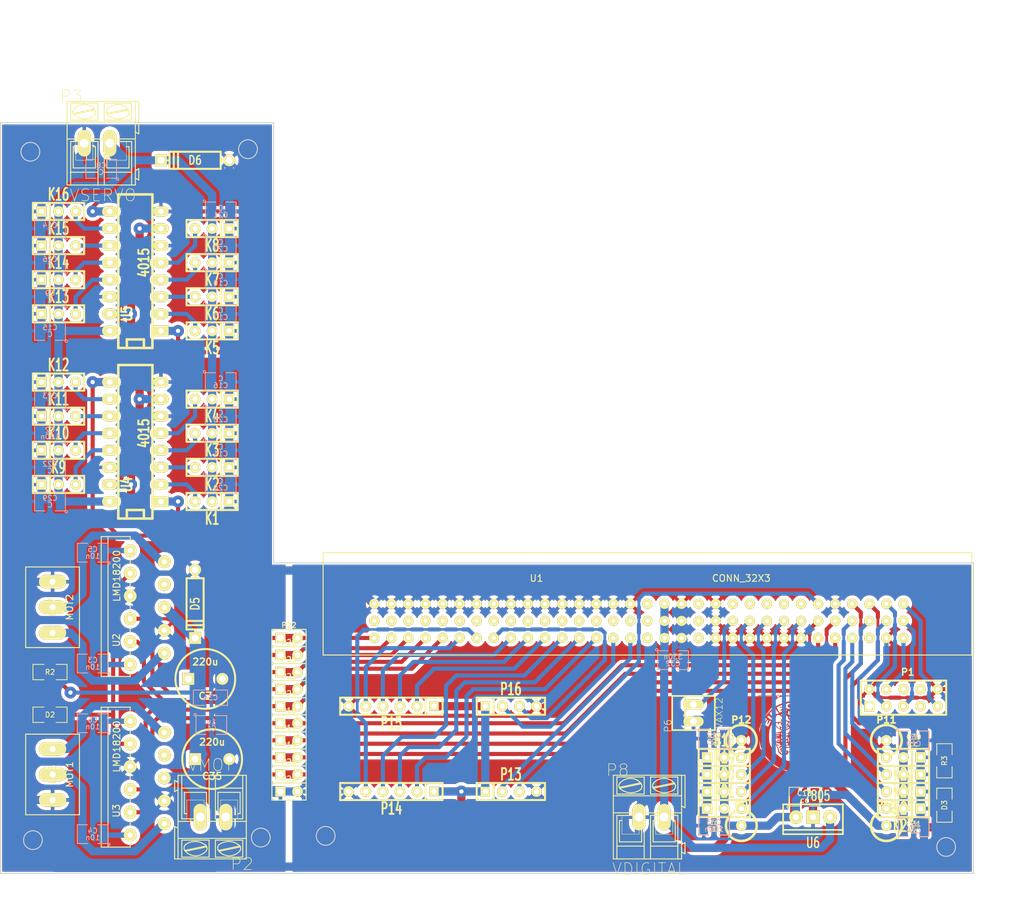
<source format=kicad_pcb>
(kicad_pcb (version 3) (host pcbnew "(2013-03-19 BZR 4004)-stable")
  (layers (15 F.Cu signal) (0 B.Cu signal) (18 B.Paste user) (19 F.Paste user) (20 B.SilkS user) (21 F.SilkS user) (22 B.Mask user) (23 F.Mask user) (28 Edge.Cuts user))
  (net 0 "")
  (net 1 +12P)
  (net 2 +5P)
  (net 3 +5V)
  (net 4 +9V)
  (net 5 +BATT)
  (net 6 /ADC0)
  (net 7 /ADC1)
  (net 8 /ADC2)
  (net 9 /ADC3)
  (net 10 /AX_12_UART)
  (net 11 /A_TCK)
  (net 12 /A_TDI)
  (net 13 /A_TDO)
  (net 14 /A_TMS)
  (net 15 /INT4)
  (net 16 /INT5)
  (net 17 /INT6)
  (net 18 /INT7)
  (net 19 /IO100)
  (net 20 /IO101)
  (net 21 /IO103)
  (net 22 /IO104)
  (net 23 /IO112)
  (net 24 /IO113)
  (net 25 /IO114)
  (net 26 /IO115)
  (net 27 /IO120)
  (net 28 /IO121)
  (net 29 /IO122)
  (net 30 /IO125)
  (net 31 /IO129)
  (net 32 /IO133)
  (net 33 /IO134)
  (net 34 /IO136)
  (net 35 /IO141)
  (net 36 /IO93)
  (net 37 /IO96)
  (net 38 /IO97)
  (net 39 /IO99)
  (net 40 /PE3)
  (net 41 GND)
  (net 42 N-000001)
  (net 43 N-0000021)
  (net 44 N-0000022)
  (net 45 N-0000023)
  (net 46 N-0000024)
  (net 47 N-0000025)
  (net 48 N-0000026)
  (net 49 N-000003)
  (net 50 N-0000038)
  (net 51 N-0000039)
  (net 52 N-000004)
  (net 53 N-0000041)
  (net 54 N-0000042)
  (net 55 N-0000043)
  (net 56 N-0000044)
  (net 57 N-0000045)
  (net 58 N-0000046)
  (net 59 N-0000047)
  (net 60 N-0000048)
  (net 61 N-0000049)
  (net 62 N-0000050)
  (net 63 N-0000051)
  (net 64 N-0000052)
  (net 65 N-0000053)
  (net 66 N-0000054)
  (net 67 N-0000055)
  (net 68 N-0000056)
  (net 69 VCC)
  (net 70 VCOM)
  (module AK300-2 (layer F.Cu) (at 242.57 147.32 180)
    (fp_text reference P2 (at -4.445 -6.985 180) (layer F.SilkS) (effects (font (size 1.778 1.778) (thickness 0.0889))))
    (fp_text value VMOT (at 0.254 7.747 180) (layer F.SilkS) (effects (font (size 1.778 1.778) (thickness 0.0889))))
    (pad 1 thru_hole oval (at -2.032 0 180) (size 1.9812 3.9624) (drill 1.320799) (layers *.Cu F.Paste F.SilkS F.Mask) (net 41 GND))
    (pad 2 thru_hole oval (at 1.778 0 180) (size 1.9812 3.9624) (drill 1.320799) (layers *.Cu F.Paste F.SilkS F.Mask) (net 70 VCOM))
  )
  (module PIN_ARRAY_5x2 (layer F.Cu) (at 345.44 129.54)
    (fp_text reference P1 (at 0.635 -3.81) (layer F.SilkS) (effects (font (size 1.016 1.016) (thickness 0.2032))))
    (fp_text value AVRJTAG hide)
    (pad 1 thru_hole rect (at -5.08 1.27) (size 1.524 1.524) (drill 1.016) (layers *.Cu *.Mask F.SilkS) (net 11 /A_TCK))
    (pad 2 thru_hole circle (at -5.08 -1.27) (size 1.524 1.524) (drill 0.635) (layers *.Cu *.Mask F.SilkS) (net 41 GND))
    (pad 3 thru_hole circle (at -2.54 1.27) (size 1.524 1.524) (drill 0.635) (layers *.Cu *.Mask F.SilkS) (net 13 /A_TDO))
    (pad 4 thru_hole circle (at -2.54 -1.27) (size 1.524 1.524) (drill 0.635) (layers *.Cu *.Mask F.SilkS) (net 2 +5P))
    (pad 5 thru_hole circle (at 0 1.27) (size 1.524 1.524) (drill 0.635) (layers *.Cu *.Mask F.SilkS) (net 14 /A_TMS))
    (pad 6 thru_hole circle (at 0 -1.27) (size 1.524 1.524) (drill 0.635) (layers *.Cu *.Mask F.SilkS))
    (pad 7 thru_hole circle (at 2.54 1.27) (size 1.524 1.524) (drill 0.635) (layers *.Cu *.Mask F.SilkS))
    (pad 8 thru_hole circle (at 2.54 -1.27) (size 1.524 1.524) (drill 0.635) (layers *.Cu *.Mask F.SilkS))
    (pad 9 thru_hole circle (at 5.08 1.27) (size 1.524 1.524) (drill 0.635) (layers *.Cu *.Mask F.SilkS) (net 12 /A_TDI))
    (pad 10 thru_hole circle (at 5.08 -1.27) (size 1.524 1.524) (drill 0.635) (layers *.Cu *.Mask F.SilkS) (net 41 GND))
  )
  (module SM1210 (layer B.Cu) (at 218.44 95.25 180)
    (fp_text reference C22 (at 0 0.508 180) (layer B.SilkS) (effects (font (size 0.762 0.762) (thickness 0.127)) (justify mirror)))
    (fp_text value C (at 0 -0.508 180) (layer B.SilkS) (effects (font (size 0.762 0.762) (thickness 0.127)) (justify mirror)))
    (pad 1 smd rect (at -1.524 0 180) (size 1.27 2.54) (layers B.Cu B.Paste B.Mask) (net 69 VCC))
    (pad 2 smd rect (at 1.524 0 180) (size 1.27 2.54) (layers B.Cu B.Paste B.Mask) (net 41 GND))
  )
  (module SM1210 (layer B.Cu) (at 224.79 149.86 180)
    (fp_text reference C4 (at 0 0.508 180) (layer B.SilkS) (effects (font (size 0.762 0.762) (thickness 0.127)) (justify mirror)))
    (fp_text value 10n (at 0 -0.508 180) (layer B.SilkS) (effects (font (size 0.762 0.762) (thickness 0.127)) (justify mirror)))
    (pad 1 smd rect (at -1.524 0 180) (size 1.27 2.54) (layers B.Cu B.Paste B.Mask) (net 47 N-0000025))
    (pad 2 smd rect (at 1.524 0 180) (size 1.27 2.54) (layers B.Cu B.Paste B.Mask) (net 48 N-0000026))
  )
  (module SM1210 (layer B.Cu) (at 242.443 133.604)
    (fp_text reference C1 (at 0 0.508) (layer B.SilkS) (effects (font (size 0.762 0.762) (thickness 0.127)) (justify mirror)))
    (fp_text value 1u (at 0 -0.508) (layer B.SilkS) (effects (font (size 0.762 0.762) (thickness 0.127)) (justify mirror)))
    (pad 1 smd rect (at -1.524 0) (size 1.27 2.54) (layers B.Cu B.Paste B.Mask) (net 70 VCOM))
    (pad 2 smd rect (at 1.524 0) (size 1.27 2.54) (layers B.Cu B.Paste B.Mask) (net 41 GND))
  )
  (module SM1210 (layer B.Cu) (at 218.44 90.17 180)
    (fp_text reference C2 (at 0 0.508 180) (layer B.SilkS) (effects (font (size 0.762 0.762) (thickness 0.127)) (justify mirror)))
    (fp_text value 100n (at 0 -0.508 180) (layer B.SilkS) (effects (font (size 0.762 0.762) (thickness 0.127)) (justify mirror)))
    (pad 1 smd rect (at -1.524 0 180) (size 1.27 2.54) (layers B.Cu B.Paste B.Mask) (net 69 VCC))
    (pad 2 smd rect (at 1.524 0 180) (size 1.27 2.54) (layers B.Cu B.Paste B.Mask) (net 41 GND))
  )
  (module SM1210 (layer B.Cu) (at 317.246 148.59 180)
    (fp_text reference C33 (at 0 0.508 180) (layer B.SilkS) (effects (font (size 0.762 0.762) (thickness 0.127)) (justify mirror)))
    (fp_text value 100n (at 0 -0.508 180) (layer B.SilkS) (effects (font (size 0.762 0.762) (thickness 0.127)) (justify mirror)))
    (pad 1 smd rect (at -1.524 0 180) (size 1.27 2.54) (layers B.Cu B.Paste B.Mask) (net 3 +5V))
    (pad 2 smd rect (at 1.524 0 180) (size 1.27 2.54) (layers B.Cu B.Paste B.Mask) (net 41 GND))
  )
  (module SM1210 (layer B.Cu) (at 226.06 50.8 180)
    (fp_text reference C8 (at 0 0.508 180) (layer B.SilkS) (effects (font (size 0.762 0.762) (thickness 0.127)) (justify mirror)))
    (fp_text value C (at 0 -0.508 180) (layer B.SilkS) (effects (font (size 0.762 0.762) (thickness 0.127)) (justify mirror)))
    (pad 1 smd rect (at -1.524 0 180) (size 1.27 2.54) (layers B.Cu B.Paste B.Mask) (net 69 VCC))
    (pad 2 smd rect (at 1.524 0 180) (size 1.27 2.54) (layers B.Cu B.Paste B.Mask) (net 41 GND))
  )
  (module SM1210 (layer B.Cu) (at 218.44 59.69 180)
    (fp_text reference C14 (at 0 0.508 180) (layer B.SilkS) (effects (font (size 0.762 0.762) (thickness 0.127)) (justify mirror)))
    (fp_text value C (at 0 -0.508 180) (layer B.SilkS) (effects (font (size 0.762 0.762) (thickness 0.127)) (justify mirror)))
    (pad 1 smd rect (at -1.524 0 180) (size 1.27 2.54) (layers B.Cu B.Paste B.Mask) (net 69 VCC))
    (pad 2 smd rect (at 1.524 0 180) (size 1.27 2.54) (layers B.Cu B.Paste B.Mask) (net 41 GND))
  )
  (module SM1210 (layer B.Cu) (at 243.84 97.79)
    (fp_text reference C20 (at 0 0.508) (layer B.SilkS) (effects (font (size 0.762 0.762) (thickness 0.127)) (justify mirror)))
    (fp_text value C (at 0 -0.508) (layer B.SilkS) (effects (font (size 0.762 0.762) (thickness 0.127)) (justify mirror)))
    (pad 1 smd rect (at -1.524 0) (size 1.27 2.54) (layers B.Cu B.Paste B.Mask) (net 69 VCC))
    (pad 2 smd rect (at 1.524 0) (size 1.27 2.54) (layers B.Cu B.Paste B.Mask) (net 41 GND))
  )
  (module SM1210 (layer B.Cu) (at 218.44 64.77 180)
    (fp_text reference C26 (at 0 0.508 180) (layer B.SilkS) (effects (font (size 0.762 0.762) (thickness 0.127)) (justify mirror)))
    (fp_text value C (at 0 -0.508 180) (layer B.SilkS) (effects (font (size 0.762 0.762) (thickness 0.127)) (justify mirror)))
    (pad 1 smd rect (at -1.524 0 180) (size 1.27 2.54) (layers B.Cu B.Paste B.Mask) (net 69 VCC))
    (pad 2 smd rect (at 1.524 0 180) (size 1.27 2.54) (layers B.Cu B.Paste B.Mask) (net 41 GND))
  )
  (module SM1210 (layer B.Cu) (at 218.44 69.85 180)
    (fp_text reference C9 (at 0 0.508 180) (layer B.SilkS) (effects (font (size 0.762 0.762) (thickness 0.127)) (justify mirror)))
    (fp_text value C (at 0 -0.508 180) (layer B.SilkS) (effects (font (size 0.762 0.762) (thickness 0.127)) (justify mirror)))
    (pad 1 smd rect (at -1.524 0 180) (size 1.27 2.54) (layers B.Cu B.Paste B.Mask) (net 69 VCC))
    (pad 2 smd rect (at 1.524 0 180) (size 1.27 2.54) (layers B.Cu B.Paste B.Mask) (net 41 GND))
  )
  (module SM1210 (layer B.Cu) (at 218.44 74.93 180)
    (fp_text reference C15 (at 0 0.508 180) (layer B.SilkS) (effects (font (size 0.762 0.762) (thickness 0.127)) (justify mirror)))
    (fp_text value C (at 0 -0.508 180) (layer B.SilkS) (effects (font (size 0.762 0.762) (thickness 0.127)) (justify mirror)))
    (pad 1 smd rect (at -1.524 0 180) (size 1.27 2.54) (layers B.Cu B.Paste B.Mask) (net 69 VCC))
    (pad 2 smd rect (at 1.524 0 180) (size 1.27 2.54) (layers B.Cu B.Paste B.Mask) (net 41 GND))
  )
  (module SM1210 (layer B.Cu) (at 243.84 57.15)
    (fp_text reference C21 (at 0 0.508) (layer B.SilkS) (effects (font (size 0.762 0.762) (thickness 0.127)) (justify mirror)))
    (fp_text value C (at 0 -0.508) (layer B.SilkS) (effects (font (size 0.762 0.762) (thickness 0.127)) (justify mirror)))
    (pad 1 smd rect (at -1.524 0) (size 1.27 2.54) (layers B.Cu B.Paste B.Mask) (net 69 VCC))
    (pad 2 smd rect (at 1.524 0) (size 1.27 2.54) (layers B.Cu B.Paste B.Mask) (net 41 GND))
  )
  (module SM1210 (layer B.Cu) (at 243.84 62.23)
    (fp_text reference C27 (at 0 0.508) (layer B.SilkS) (effects (font (size 0.762 0.762) (thickness 0.127)) (justify mirror)))
    (fp_text value C (at 0 -0.508) (layer B.SilkS) (effects (font (size 0.762 0.762) (thickness 0.127)) (justify mirror)))
    (pad 1 smd rect (at -1.524 0) (size 1.27 2.54) (layers B.Cu B.Paste B.Mask) (net 69 VCC))
    (pad 2 smd rect (at 1.524 0) (size 1.27 2.54) (layers B.Cu B.Paste B.Mask) (net 41 GND))
  )
  (module SM1210 (layer B.Cu) (at 243.84 67.31)
    (fp_text reference C10 (at 0 0.508) (layer B.SilkS) (effects (font (size 0.762 0.762) (thickness 0.127)) (justify mirror)))
    (fp_text value C (at 0 -0.508) (layer B.SilkS) (effects (font (size 0.762 0.762) (thickness 0.127)) (justify mirror)))
    (pad 1 smd rect (at -1.524 0) (size 1.27 2.54) (layers B.Cu B.Paste B.Mask) (net 69 VCC))
    (pad 2 smd rect (at 1.524 0) (size 1.27 2.54) (layers B.Cu B.Paste B.Mask) (net 41 GND))
  )
  (module SM1210 (layer B.Cu) (at 243.84 82.55)
    (fp_text reference C16 (at 0 0.508) (layer B.SilkS) (effects (font (size 0.762 0.762) (thickness 0.127)) (justify mirror)))
    (fp_text value C (at 0 -0.508) (layer B.SilkS) (effects (font (size 0.762 0.762) (thickness 0.127)) (justify mirror)))
    (pad 1 smd rect (at -1.524 0) (size 1.27 2.54) (layers B.Cu B.Paste B.Mask) (net 69 VCC))
    (pad 2 smd rect (at 1.524 0) (size 1.27 2.54) (layers B.Cu B.Paste B.Mask) (net 41 GND))
  )
  (module SM1210 (layer B.Cu) (at 224.79 133.35 180)
    (fp_text reference C6 (at 0 0.508 180) (layer B.SilkS) (effects (font (size 0.762 0.762) (thickness 0.127)) (justify mirror)))
    (fp_text value 10n (at 0 -0.508 180) (layer B.SilkS) (effects (font (size 0.762 0.762) (thickness 0.127)) (justify mirror)))
    (pad 1 smd rect (at -1.524 0 180) (size 1.27 2.54) (layers B.Cu B.Paste B.Mask) (net 52 N-000004))
    (pad 2 smd rect (at 1.524 0 180) (size 1.27 2.54) (layers B.Cu B.Paste B.Mask) (net 51 N-0000039))
  )
  (module SM1210 (layer B.Cu) (at 243.84 87.63)
    (fp_text reference C28 (at 0 0.508) (layer B.SilkS) (effects (font (size 0.762 0.762) (thickness 0.127)) (justify mirror)))
    (fp_text value C (at 0 -0.508) (layer B.SilkS) (effects (font (size 0.762 0.762) (thickness 0.127)) (justify mirror)))
    (pad 1 smd rect (at -1.524 0) (size 1.27 2.54) (layers B.Cu B.Paste B.Mask) (net 69 VCC))
    (pad 2 smd rect (at 1.524 0) (size 1.27 2.54) (layers B.Cu B.Paste B.Mask) (net 41 GND))
  )
  (module SM1210 (layer B.Cu) (at 243.84 92.71)
    (fp_text reference C11 (at 0 0.508) (layer B.SilkS) (effects (font (size 0.762 0.762) (thickness 0.127)) (justify mirror)))
    (fp_text value C (at 0 -0.508) (layer B.SilkS) (effects (font (size 0.762 0.762) (thickness 0.127)) (justify mirror)))
    (pad 1 smd rect (at -1.524 0) (size 1.27 2.54) (layers B.Cu B.Paste B.Mask) (net 69 VCC))
    (pad 2 smd rect (at 1.524 0) (size 1.27 2.54) (layers B.Cu B.Paste B.Mask) (net 41 GND))
  )
  (module SM1210 (layer B.Cu) (at 243.84 72.39)
    (fp_text reference C17 (at 0 0.508) (layer B.SilkS) (effects (font (size 0.762 0.762) (thickness 0.127)) (justify mirror)))
    (fp_text value C (at 0 -0.508) (layer B.SilkS) (effects (font (size 0.762 0.762) (thickness 0.127)) (justify mirror)))
    (pad 1 smd rect (at -1.524 0) (size 1.27 2.54) (layers B.Cu B.Paste B.Mask) (net 69 VCC))
    (pad 2 smd rect (at 1.524 0) (size 1.27 2.54) (layers B.Cu B.Paste B.Mask) (net 41 GND))
  )
  (module SM1210 (layer B.Cu) (at 218.44 85.09 180)
    (fp_text reference C23 (at 0 0.508 180) (layer B.SilkS) (effects (font (size 0.762 0.762) (thickness 0.127)) (justify mirror)))
    (fp_text value C (at 0 -0.508 180) (layer B.SilkS) (effects (font (size 0.762 0.762) (thickness 0.127)) (justify mirror)))
    (pad 1 smd rect (at -1.524 0 180) (size 1.27 2.54) (layers B.Cu B.Paste B.Mask) (net 69 VCC))
    (pad 2 smd rect (at 1.524 0 180) (size 1.27 2.54) (layers B.Cu B.Paste B.Mask) (net 41 GND))
  )
  (module SM1210 (layer B.Cu) (at 218.44 100.33 180)
    (fp_text reference C29 (at 0 0.508 180) (layer B.SilkS) (effects (font (size 0.762 0.762) (thickness 0.127)) (justify mirror)))
    (fp_text value C (at 0 -0.508 180) (layer B.SilkS) (effects (font (size 0.762 0.762) (thickness 0.127)) (justify mirror)))
    (pad 1 smd rect (at -1.524 0 180) (size 1.27 2.54) (layers B.Cu B.Paste B.Mask) (net 69 VCC))
    (pad 2 smd rect (at 1.524 0 180) (size 1.27 2.54) (layers B.Cu B.Paste B.Mask) (net 41 GND))
  )
  (module SM1210 (layer B.Cu) (at 317.246 135.636 180)
    (fp_text reference C12 (at 0 0.508 180) (layer B.SilkS) (effects (font (size 0.762 0.762) (thickness 0.127)) (justify mirror)))
    (fp_text value cc (at 0 -0.508 180) (layer B.SilkS) (effects (font (size 0.762 0.762) (thickness 0.127)) (justify mirror)))
    (pad 1 smd rect (at -1.524 0 180) (size 1.27 2.54) (layers B.Cu B.Paste B.Mask) (net 3 +5V))
    (pad 2 smd rect (at 1.524 0 180) (size 1.27 2.54) (layers B.Cu B.Paste B.Mask) (net 41 GND))
  )
  (module SM1210 (layer F.Cu) (at 330.708 144.272)
    (fp_text reference C18 (at 0 -0.508) (layer F.SilkS) (effects (font (size 0.762 0.762) (thickness 0.127))))
    (fp_text value cc (at 0 0.508) (layer F.SilkS) (effects (font (size 0.762 0.762) (thickness 0.127))))
    (pad 1 smd rect (at -1.524 0) (size 1.27 2.54) (layers F.Cu F.Paste F.Mask) (net 3 +5V))
    (pad 2 smd rect (at 1.524 0) (size 1.27 2.54) (layers F.Cu F.Paste F.Mask) (net 41 GND))
  )
  (module SM1210 (layer B.Cu) (at 346.964 148.844)
    (fp_text reference C24 (at 0 0.508) (layer B.SilkS) (effects (font (size 0.762 0.762) (thickness 0.127)) (justify mirror)))
    (fp_text value cc (at 0 -0.508) (layer B.SilkS) (effects (font (size 0.762 0.762) (thickness 0.127)) (justify mirror)))
    (pad 1 smd rect (at -1.524 0) (size 1.27 2.54) (layers B.Cu B.Paste B.Mask) (net 3 +5V))
    (pad 2 smd rect (at 1.524 0) (size 1.27 2.54) (layers B.Cu B.Paste B.Mask) (net 41 GND))
  )
  (module SM1210 (layer F.Cu) (at 346.964 135.89)
    (fp_text reference C30 (at 0 -0.508) (layer F.SilkS) (effects (font (size 0.762 0.762) (thickness 0.127))))
    (fp_text value cc (at 0 0.508) (layer F.SilkS) (effects (font (size 0.762 0.762) (thickness 0.127))))
    (pad 1 smd rect (at -1.524 0) (size 1.27 2.54) (layers F.Cu F.Paste F.Mask) (net 3 +5V))
    (pad 2 smd rect (at 1.524 0) (size 1.27 2.54) (layers F.Cu F.Paste F.Mask) (net 41 GND))
  )
  (module SM1210 (layer B.Cu) (at 311.15 123.952)
    (fp_text reference C32 (at 0 0.508) (layer B.SilkS) (effects (font (size 0.762 0.762) (thickness 0.127)) (justify mirror)))
    (fp_text value 330n (at 0 -0.508) (layer B.SilkS) (effects (font (size 0.762 0.762) (thickness 0.127)) (justify mirror)))
    (pad 1 smd rect (at -1.524 0) (size 1.27 2.54) (layers B.Cu B.Paste B.Mask) (net 5 +BATT))
    (pad 2 smd rect (at 1.524 0) (size 1.27 2.54) (layers B.Cu B.Paste B.Mask) (net 41 GND))
  )
  (module SM1210 (layer F.Cu) (at 346.964 148.844)
    (fp_text reference C31 (at 0 -0.508) (layer F.SilkS) (effects (font (size 0.762 0.762) (thickness 0.127))))
    (fp_text value cc (at 0 0.508) (layer F.SilkS) (effects (font (size 0.762 0.762) (thickness 0.127))))
    (pad 1 smd rect (at -1.524 0) (size 1.27 2.54) (layers F.Cu F.Paste F.Mask) (net 3 +5V))
    (pad 2 smd rect (at 1.524 0) (size 1.27 2.54) (layers F.Cu F.Paste F.Mask) (net 41 GND))
  )
  (module SM1210 (layer F.Cu) (at 317.246 148.59 180)
    (fp_text reference C13 (at 0 -0.508 180) (layer F.SilkS) (effects (font (size 0.762 0.762) (thickness 0.127))))
    (fp_text value cc (at 0 0.508 180) (layer F.SilkS) (effects (font (size 0.762 0.762) (thickness 0.127))))
    (pad 1 smd rect (at -1.524 0 180) (size 1.27 2.54) (layers F.Cu F.Paste F.Mask) (net 3 +5V))
    (pad 2 smd rect (at 1.524 0 180) (size 1.27 2.54) (layers F.Cu F.Paste F.Mask) (net 41 GND))
  )
  (module SM1210 (layer B.Cu) (at 346.964 135.89)
    (fp_text reference C19 (at 0 0.508) (layer B.SilkS) (effects (font (size 0.762 0.762) (thickness 0.127)) (justify mirror)))
    (fp_text value cc (at 0 -0.508) (layer B.SilkS) (effects (font (size 0.762 0.762) (thickness 0.127)) (justify mirror)))
    (pad 1 smd rect (at -1.524 0) (size 1.27 2.54) (layers B.Cu B.Paste B.Mask) (net 3 +5V))
    (pad 2 smd rect (at 1.524 0) (size 1.27 2.54) (layers B.Cu B.Paste B.Mask) (net 41 GND))
  )
  (module SM1210 (layer F.Cu) (at 317.246 135.636 180)
    (fp_text reference C25 (at 0 -0.508 180) (layer F.SilkS) (effects (font (size 0.762 0.762) (thickness 0.127))))
    (fp_text value cc (at 0 0.508 180) (layer F.SilkS) (effects (font (size 0.762 0.762) (thickness 0.127))))
    (pad 1 smd rect (at -1.524 0 180) (size 1.27 2.54) (layers F.Cu F.Paste F.Mask) (net 3 +5V))
    (pad 2 smd rect (at 1.524 0 180) (size 1.27 2.54) (layers F.Cu F.Paste F.Mask) (net 41 GND))
  )
  (module SM1210 (layer B.Cu) (at 224.79 107.95 180)
    (fp_text reference C5 (at 0 0.508 180) (layer B.SilkS) (effects (font (size 0.762 0.762) (thickness 0.127)) (justify mirror)))
    (fp_text value 10n (at 0 -0.508 180) (layer B.SilkS) (effects (font (size 0.762 0.762) (thickness 0.127)) (justify mirror)))
    (pad 1 smd rect (at -1.524 0 180) (size 1.27 2.54) (layers B.Cu B.Paste B.Mask) (net 43 N-0000021))
    (pad 2 smd rect (at 1.524 0 180) (size 1.27 2.54) (layers B.Cu B.Paste B.Mask) (net 50 N-0000038))
  )
  (module SM1210 (layer B.Cu) (at 224.79 124.46 180)
    (fp_text reference C3 (at 0 0.508 180) (layer B.SilkS) (effects (font (size 0.762 0.762) (thickness 0.127)) (justify mirror)))
    (fp_text value 10n (at 0 -0.508 180) (layer B.SilkS) (effects (font (size 0.762 0.762) (thickness 0.127)) (justify mirror)))
    (pad 1 smd rect (at -1.524 0 180) (size 1.27 2.54) (layers B.Cu B.Paste B.Mask) (net 44 N-0000022))
    (pad 2 smd rect (at 1.524 0 180) (size 1.27 2.54) (layers B.Cu B.Paste B.Mask) (net 45 N-0000023))
  )
  (module SM1206 (layer F.Cu) (at 218.44 125.73 180)
    (fp_text reference R2 (at 0 0 180) (layer F.SilkS) (effects (font (size 0.762 0.762) (thickness 0.127))))
    (fp_text value 1k hide)
    (pad 1 smd rect (at -1.651 0 180) (size 1.524 2.032) (layers F.Cu F.Paste F.Mask) (net 70 VCOM))
    (pad 2 smd rect (at 1.651 0 180) (size 1.524 2.032) (layers F.Cu F.Paste F.Mask) (net 49 N-000003))
  )
  (module SM1206 (layer F.Cu) (at 218.44 132.08)
    (fp_text reference D2 (at 0 0) (layer F.SilkS) (effects (font (size 0.762 0.762) (thickness 0.127))))
    (fp_text value ALERT hide)
    (pad 1 smd rect (at -1.651 0) (size 1.524 2.032) (layers F.Cu F.Paste F.Mask) (net 49 N-000003))
    (pad 2 smd rect (at 1.651 0) (size 1.524 2.032) (layers F.Cu F.Paste F.Mask) (net 42 N-000001))
  )
  (module SM1206 (layer F.Cu) (at 351.536 138.938 270)
    (fp_text reference R3 (at 0 0 270) (layer F.SilkS) (effects (font (size 0.762 0.762) (thickness 0.127))))
    (fp_text value 100r hide)
    (pad 1 smd rect (at -1.651 0 270) (size 1.524 2.032) (layers F.Cu F.Paste F.Mask) (net 40 /PE3))
    (pad 2 smd rect (at 1.651 0 270) (size 1.524 2.032) (layers F.Cu F.Paste F.Mask) (net 46 N-0000024))
  )
  (module SM1206 (layer F.Cu) (at 351.536 145.542 270)
    (fp_text reference D3 (at 0 0 270) (layer F.SilkS) (effects (font (size 0.762 0.762) (thickness 0.127))))
    (fp_text value ATXMEGA hide)
    (pad 1 smd rect (at -1.651 0 270) (size 1.524 2.032) (layers F.Cu F.Paste F.Mask) (net 46 N-0000024))
    (pad 2 smd rect (at 1.651 0 270) (size 1.524 2.032) (layers F.Cu F.Paste F.Mask) (net 41 GND))
  )
  (module SIL-6 (layer F.Cu) (at 269.24 130.81 180)
    (fp_text reference P15 (at 0 -2.54 180) (layer F.SilkS) (effects (font (size 1.72974 1.08712) (thickness 0.3048))))
    (fp_text value CONN_6 hide)
    (pad 1 thru_hole rect (at -6.35 0 180) (size 1.397 1.397) (drill 0.812799) (layers *.Cu *.Mask F.SilkS) (net 3 +5V))
    (pad 2 thru_hole circle (at -3.81 0 180) (size 1.6002 1.6002) (drill 0.812799) (layers *.Cu *.Mask F.SilkS) (net 30 /IO125))
    (pad 3 thru_hole circle (at -1.27 0 180) (size 1.6002 1.6002) (drill 0.812799) (layers *.Cu *.Mask F.SilkS) (net 29 /IO122))
    (pad 4 thru_hole circle (at 1.27 0 180) (size 1.6002 1.6002) (drill 0.812799) (layers *.Cu *.Mask F.SilkS) (net 28 /IO121))
    (pad 5 thru_hole circle (at 3.81 0 180) (size 1.6002 1.6002) (drill 0.812799) (layers *.Cu *.Mask F.SilkS) (net 25 /IO114))
    (pad 6 thru_hole circle (at 6.35 0 180) (size 1.6002 1.6002) (drill 0.812799) (layers *.Cu *.Mask F.SilkS) (net 41 GND))
  )
  (module SIL-6 (layer F.Cu) (at 269.24 143.51 180)
    (fp_text reference P14 (at 0 -2.54 180) (layer F.SilkS) (effects (font (size 1.72974 1.08712) (thickness 0.3048))))
    (fp_text value CONN_6 hide)
    (pad 1 thru_hole rect (at -6.35 0 180) (size 1.397 1.397) (drill 0.812799) (layers *.Cu *.Mask F.SilkS) (net 3 +5V))
    (pad 2 thru_hole circle (at -3.81 0 180) (size 1.6002 1.6002) (drill 0.812799) (layers *.Cu *.Mask F.SilkS) (net 33 /IO134))
    (pad 3 thru_hole circle (at -1.27 0 180) (size 1.6002 1.6002) (drill 0.812799) (layers *.Cu *.Mask F.SilkS) (net 32 /IO133))
    (pad 4 thru_hole circle (at 1.27 0 180) (size 1.6002 1.6002) (drill 0.812799) (layers *.Cu *.Mask F.SilkS) (net 31 /IO129))
    (pad 5 thru_hole circle (at 3.81 0 180) (size 1.6002 1.6002) (drill 0.812799) (layers *.Cu *.Mask F.SilkS) (net 26 /IO115))
    (pad 6 thru_hole circle (at 6.35 0 180) (size 1.6002 1.6002) (drill 0.812799) (layers *.Cu *.Mask F.SilkS) (net 41 GND))
  )
  (module SIL-4 (layer F.Cu) (at 287.02 130.81)
    (fp_text reference P16 (at 0 -2.54) (layer F.SilkS) (effects (font (size 1.73482 1.08712) (thickness 0.3048))))
    (fp_text value CONN_4 hide)
    (pad 1 thru_hole rect (at -3.81 0) (size 1.397 1.397) (drill 0.812799) (layers *.Cu *.Mask F.SilkS) (net 3 +5V))
    (pad 2 thru_hole circle (at -1.27 0) (size 1.6002 1.6002) (drill 0.812799) (layers *.Cu *.Mask F.SilkS) (net 34 /IO136))
    (pad 3 thru_hole circle (at 1.27 0) (size 1.6002 1.6002) (drill 0.812799) (layers *.Cu *.Mask F.SilkS) (net 27 /IO120))
    (pad 4 thru_hole circle (at 3.81 0) (size 1.6002 1.6002) (drill 0.812799) (layers *.Cu *.Mask F.SilkS) (net 41 GND))
  )
  (module SIL-4 (layer F.Cu) (at 287.02 143.51)
    (fp_text reference P13 (at 0 -2.54) (layer F.SilkS) (effects (font (size 1.73482 1.08712) (thickness 0.3048))))
    (fp_text value CONN_4 hide)
    (pad 1 thru_hole rect (at -3.81 0) (size 1.397 1.397) (drill 0.812799) (layers *.Cu *.Mask F.SilkS) (net 3 +5V))
    (pad 2 thru_hole circle (at -1.27 0) (size 1.6002 1.6002) (drill 0.812799) (layers *.Cu *.Mask F.SilkS) (net 35 /IO141))
    (pad 3 thru_hole circle (at 1.27 0) (size 1.6002 1.6002) (drill 0.812799) (layers *.Cu *.Mask F.SilkS) (net 38 /IO97))
    (pad 4 thru_hole circle (at 3.81 0) (size 1.6002 1.6002) (drill 0.812799) (layers *.Cu *.Mask F.SilkS) (net 41 GND))
  )
  (module SIL-3 (layer F.Cu) (at 219.71 97.79)
    (fp_text reference K9 (at 0 -2.54) (layer F.SilkS) (effects (font (size 1.7907 1.07696) (thickness 0.3048))))
    (fp_text value CONN_3 hide)
    (pad 1 thru_hole rect (at -2.54 0) (size 1.5748 1.5748) (drill 0.762) (layers *.Cu *.Mask F.SilkS) (net 41 GND))
    (pad 2 thru_hole circle (at 0 0) (size 1.6002 1.6002) (drill 0.762) (layers *.Cu *.Mask F.SilkS) (net 69 VCC))
    (pad 3 thru_hole circle (at 2.54 0) (size 1.6002 1.6002) (drill 0.762) (layers *.Cu *.Mask F.SilkS) (net 60 N-0000048))
  )
  (module SIL-3 (layer F.Cu) (at 219.71 67.31)
    (fp_text reference K14 (at 0 -2.54) (layer F.SilkS) (effects (font (size 1.7907 1.07696) (thickness 0.3048))))
    (fp_text value CONN_3 hide)
    (pad 1 thru_hole rect (at -2.54 0) (size 1.5748 1.5748) (drill 0.762) (layers *.Cu *.Mask F.SilkS) (net 41 GND))
    (pad 2 thru_hole circle (at 0 0) (size 1.6002 1.6002) (drill 0.762) (layers *.Cu *.Mask F.SilkS) (net 69 VCC))
    (pad 3 thru_hole circle (at 2.54 0) (size 1.6002 1.6002) (drill 0.762) (layers *.Cu *.Mask F.SilkS) (net 67 N-0000055))
  )
  (module SIL-3 (layer F.Cu) (at 219.71 92.71)
    (fp_text reference K10 (at 0 -2.54) (layer F.SilkS) (effects (font (size 1.7907 1.07696) (thickness 0.3048))))
    (fp_text value CONN_3 hide)
    (pad 1 thru_hole rect (at -2.54 0) (size 1.5748 1.5748) (drill 0.762) (layers *.Cu *.Mask F.SilkS) (net 41 GND))
    (pad 2 thru_hole circle (at 0 0) (size 1.6002 1.6002) (drill 0.762) (layers *.Cu *.Mask F.SilkS) (net 69 VCC))
    (pad 3 thru_hole circle (at 2.54 0) (size 1.6002 1.6002) (drill 0.762) (layers *.Cu *.Mask F.SilkS) (net 59 N-0000047))
  )
  (module SIL-3 (layer F.Cu) (at 219.71 87.63)
    (fp_text reference K11 (at 0 -2.54) (layer F.SilkS) (effects (font (size 1.7907 1.07696) (thickness 0.3048))))
    (fp_text value CONN_3 hide)
    (pad 1 thru_hole rect (at -2.54 0) (size 1.5748 1.5748) (drill 0.762) (layers *.Cu *.Mask F.SilkS) (net 41 GND))
    (pad 2 thru_hole circle (at 0 0) (size 1.6002 1.6002) (drill 0.762) (layers *.Cu *.Mask F.SilkS) (net 69 VCC))
    (pad 3 thru_hole circle (at 2.54 0) (size 1.6002 1.6002) (drill 0.762) (layers *.Cu *.Mask F.SilkS) (net 58 N-0000046))
  )
  (module SIL-3 (layer F.Cu) (at 219.71 82.55)
    (fp_text reference K12 (at 0 -2.54) (layer F.SilkS) (effects (font (size 1.7907 1.07696) (thickness 0.3048))))
    (fp_text value CONN_3 hide)
    (pad 1 thru_hole rect (at -2.54 0) (size 1.5748 1.5748) (drill 0.762) (layers *.Cu *.Mask F.SilkS) (net 41 GND))
    (pad 2 thru_hole circle (at 0 0) (size 1.6002 1.6002) (drill 0.762) (layers *.Cu *.Mask F.SilkS) (net 69 VCC))
    (pad 3 thru_hole circle (at 2.54 0) (size 1.6002 1.6002) (drill 0.762) (layers *.Cu *.Mask F.SilkS) (net 53 N-0000041))
  )
  (module SIL-3 (layer F.Cu) (at 219.71 72.39)
    (fp_text reference K13 (at 0 -2.54) (layer F.SilkS) (effects (font (size 1.7907 1.07696) (thickness 0.3048))))
    (fp_text value CONN_3 hide)
    (pad 1 thru_hole rect (at -2.54 0) (size 1.5748 1.5748) (drill 0.762) (layers *.Cu *.Mask F.SilkS) (net 41 GND))
    (pad 2 thru_hole circle (at 0 0) (size 1.6002 1.6002) (drill 0.762) (layers *.Cu *.Mask F.SilkS) (net 69 VCC))
    (pad 3 thru_hole circle (at 2.54 0) (size 1.6002 1.6002) (drill 0.762) (layers *.Cu *.Mask F.SilkS) (net 68 N-0000056))
  )
  (module SIL-3 (layer F.Cu) (at 242.57 100.33 180)
    (fp_text reference K1 (at 0 -2.54 180) (layer F.SilkS) (effects (font (size 1.7907 1.07696) (thickness 0.3048))))
    (fp_text value CONN_3 hide)
    (pad 1 thru_hole rect (at -2.54 0 180) (size 1.5748 1.5748) (drill 0.762) (layers *.Cu *.Mask F.SilkS) (net 41 GND))
    (pad 2 thru_hole circle (at 0 0 180) (size 1.6002 1.6002) (drill 0.762) (layers *.Cu *.Mask F.SilkS) (net 69 VCC))
    (pad 3 thru_hole circle (at 2.54 0 180) (size 1.6002 1.6002) (drill 0.762) (layers *.Cu *.Mask F.SilkS) (net 57 N-0000045))
  )
  (module SIL-3 (layer F.Cu) (at 242.57 59.69 180)
    (fp_text reference K8 (at 0 -2.54 180) (layer F.SilkS) (effects (font (size 1.7907 1.07696) (thickness 0.3048))))
    (fp_text value CONN_3 hide)
    (pad 1 thru_hole rect (at -2.54 0 180) (size 1.5748 1.5748) (drill 0.762) (layers *.Cu *.Mask F.SilkS) (net 41 GND))
    (pad 2 thru_hole circle (at 0 0 180) (size 1.6002 1.6002) (drill 0.762) (layers *.Cu *.Mask F.SilkS) (net 69 VCC))
    (pad 3 thru_hole circle (at 2.54 0 180) (size 1.6002 1.6002) (drill 0.762) (layers *.Cu *.Mask F.SilkS) (net 62 N-0000050))
  )
  (module SIL-3 (layer F.Cu) (at 242.57 64.77 180)
    (fp_text reference K7 (at 0 -2.54 180) (layer F.SilkS) (effects (font (size 1.7907 1.07696) (thickness 0.3048))))
    (fp_text value CONN_3 hide)
    (pad 1 thru_hole rect (at -2.54 0 180) (size 1.5748 1.5748) (drill 0.762) (layers *.Cu *.Mask F.SilkS) (net 41 GND))
    (pad 2 thru_hole circle (at 0 0 180) (size 1.6002 1.6002) (drill 0.762) (layers *.Cu *.Mask F.SilkS) (net 69 VCC))
    (pad 3 thru_hole circle (at 2.54 0 180) (size 1.6002 1.6002) (drill 0.762) (layers *.Cu *.Mask F.SilkS) (net 61 N-0000049))
  )
  (module SIL-3 (layer F.Cu) (at 242.57 69.85 180)
    (fp_text reference K6 (at 0 -2.54 180) (layer F.SilkS) (effects (font (size 1.7907 1.07696) (thickness 0.3048))))
    (fp_text value CONN_3 hide)
    (pad 1 thru_hole rect (at -2.54 0 180) (size 1.5748 1.5748) (drill 0.762) (layers *.Cu *.Mask F.SilkS) (net 41 GND))
    (pad 2 thru_hole circle (at 0 0 180) (size 1.6002 1.6002) (drill 0.762) (layers *.Cu *.Mask F.SilkS) (net 69 VCC))
    (pad 3 thru_hole circle (at 2.54 0 180) (size 1.6002 1.6002) (drill 0.762) (layers *.Cu *.Mask F.SilkS) (net 63 N-0000051))
  )
  (module SIL-3 (layer F.Cu) (at 242.57 74.93 180)
    (fp_text reference K5 (at 0 -2.54 180) (layer F.SilkS) (effects (font (size 1.7907 1.07696) (thickness 0.3048))))
    (fp_text value CONN_3 hide)
    (pad 1 thru_hole rect (at -2.54 0 180) (size 1.5748 1.5748) (drill 0.762) (layers *.Cu *.Mask F.SilkS) (net 41 GND))
    (pad 2 thru_hole circle (at 0 0 180) (size 1.6002 1.6002) (drill 0.762) (layers *.Cu *.Mask F.SilkS) (net 69 VCC))
    (pad 3 thru_hole circle (at 2.54 0 180) (size 1.6002 1.6002) (drill 0.762) (layers *.Cu *.Mask F.SilkS) (net 64 N-0000052))
  )
  (module SIL-3 (layer F.Cu) (at 242.57 85.09 180)
    (fp_text reference K4 (at 0 -2.54 180) (layer F.SilkS) (effects (font (size 1.7907 1.07696) (thickness 0.3048))))
    (fp_text value CONN_3 hide)
    (pad 1 thru_hole rect (at -2.54 0 180) (size 1.5748 1.5748) (drill 0.762) (layers *.Cu *.Mask F.SilkS) (net 41 GND))
    (pad 2 thru_hole circle (at 0 0 180) (size 1.6002 1.6002) (drill 0.762) (layers *.Cu *.Mask F.SilkS) (net 69 VCC))
    (pad 3 thru_hole circle (at 2.54 0 180) (size 1.6002 1.6002) (drill 0.762) (layers *.Cu *.Mask F.SilkS) (net 54 N-0000042))
  )
  (module SIL-3 (layer F.Cu) (at 242.57 90.17 180)
    (fp_text reference K3 (at 0 -2.54 180) (layer F.SilkS) (effects (font (size 1.7907 1.07696) (thickness 0.3048))))
    (fp_text value CONN_3 hide)
    (pad 1 thru_hole rect (at -2.54 0 180) (size 1.5748 1.5748) (drill 0.762) (layers *.Cu *.Mask F.SilkS) (net 41 GND))
    (pad 2 thru_hole circle (at 0 0 180) (size 1.6002 1.6002) (drill 0.762) (layers *.Cu *.Mask F.SilkS) (net 69 VCC))
    (pad 3 thru_hole circle (at 2.54 0 180) (size 1.6002 1.6002) (drill 0.762) (layers *.Cu *.Mask F.SilkS) (net 55 N-0000043))
  )
  (module SIL-3 (layer F.Cu) (at 242.57 95.25 180)
    (fp_text reference K2 (at 0 -2.54 180) (layer F.SilkS) (effects (font (size 1.7907 1.07696) (thickness 0.3048))))
    (fp_text value CONN_3 hide)
    (pad 1 thru_hole rect (at -2.54 0 180) (size 1.5748 1.5748) (drill 0.762) (layers *.Cu *.Mask F.SilkS) (net 41 GND))
    (pad 2 thru_hole circle (at 0 0 180) (size 1.6002 1.6002) (drill 0.762) (layers *.Cu *.Mask F.SilkS) (net 69 VCC))
    (pad 3 thru_hole circle (at 2.54 0 180) (size 1.6002 1.6002) (drill 0.762) (layers *.Cu *.Mask F.SilkS) (net 56 N-0000044))
  )
  (module SIL-3 (layer F.Cu) (at 219.71 62.23)
    (fp_text reference K15 (at 0 -2.54) (layer F.SilkS) (effects (font (size 1.7907 1.07696) (thickness 0.3048))))
    (fp_text value CONN_3 hide)
    (pad 1 thru_hole rect (at -2.54 0) (size 1.5748 1.5748) (drill 0.762) (layers *.Cu *.Mask F.SilkS) (net 41 GND))
    (pad 2 thru_hole circle (at 0 0) (size 1.6002 1.6002) (drill 0.762) (layers *.Cu *.Mask F.SilkS) (net 69 VCC))
    (pad 3 thru_hole circle (at 2.54 0) (size 1.6002 1.6002) (drill 0.762) (layers *.Cu *.Mask F.SilkS) (net 66 N-0000054))
  )
  (module SIL-3 (layer F.Cu) (at 219.71 57.15)
    (fp_text reference K16 (at 0 -2.54) (layer F.SilkS) (effects (font (size 1.7907 1.07696) (thickness 0.3048))))
    (fp_text value CONN_3 hide)
    (pad 1 thru_hole rect (at -2.54 0) (size 1.5748 1.5748) (drill 0.762) (layers *.Cu *.Mask F.SilkS) (net 41 GND))
    (pad 2 thru_hole circle (at 0 0) (size 1.6002 1.6002) (drill 0.762) (layers *.Cu *.Mask F.SilkS) (net 69 VCC))
    (pad 3 thru_hole circle (at 2.54 0) (size 1.6002 1.6002) (drill 0.762) (layers *.Cu *.Mask F.SilkS) (net 65 N-0000053))
  )
  (module SIL-3 (layer F.Cu) (at 318.77 138.43)
    (fp_text reference K18 (at 0 -2.54) (layer F.SilkS) (effects (font (size 1.7907 1.07696) (thickness 0.3048))))
    (fp_text value VADC0 hide)
    (pad 1 thru_hole rect (at -2.54 0) (size 1.5748 1.5748) (drill 0.762) (layers *.Cu *.Mask F.SilkS) (net 41 GND))
    (pad 2 thru_hole circle (at 0 0) (size 1.6002 1.6002) (drill 0.762) (layers *.Cu *.Mask F.SilkS) (net 3 +5V))
    (pad 3 thru_hole circle (at 2.54 0) (size 1.6002 1.6002) (drill 0.762) (layers *.Cu *.Mask F.SilkS) (net 6 /ADC0))
  )
  (module SIL-3 (layer F.Cu) (at 318.77 140.97)
    (fp_text reference K19 (at 0 -2.54) (layer F.SilkS) (effects (font (size 1.7907 1.07696) (thickness 0.3048))))
    (fp_text value VADC1 hide)
    (pad 1 thru_hole rect (at -2.54 0) (size 1.5748 1.5748) (drill 0.762) (layers *.Cu *.Mask F.SilkS) (net 41 GND))
    (pad 2 thru_hole circle (at 0 0) (size 1.6002 1.6002) (drill 0.762) (layers *.Cu *.Mask F.SilkS) (net 3 +5V))
    (pad 3 thru_hole circle (at 2.54 0) (size 1.6002 1.6002) (drill 0.762) (layers *.Cu *.Mask F.SilkS) (net 7 /ADC1))
  )
  (module SIL-3 (layer F.Cu) (at 318.77 143.51)
    (fp_text reference K20 (at 0 -2.54) (layer F.SilkS) (effects (font (size 1.7907 1.07696) (thickness 0.3048))))
    (fp_text value VADC2 hide)
    (pad 1 thru_hole rect (at -2.54 0) (size 1.5748 1.5748) (drill 0.762) (layers *.Cu *.Mask F.SilkS) (net 41 GND))
    (pad 2 thru_hole circle (at 0 0) (size 1.6002 1.6002) (drill 0.762) (layers *.Cu *.Mask F.SilkS) (net 3 +5V))
    (pad 3 thru_hole circle (at 2.54 0) (size 1.6002 1.6002) (drill 0.762) (layers *.Cu *.Mask F.SilkS) (net 8 /ADC2))
  )
  (module SIL-3 (layer F.Cu) (at 318.77 146.05)
    (fp_text reference K21 (at 0 -2.54) (layer F.SilkS) (effects (font (size 1.7907 1.07696) (thickness 0.3048))))
    (fp_text value VADC3 hide)
    (pad 1 thru_hole rect (at -2.54 0) (size 1.5748 1.5748) (drill 0.762) (layers *.Cu *.Mask F.SilkS) (net 41 GND))
    (pad 2 thru_hole circle (at 0 0) (size 1.6002 1.6002) (drill 0.762) (layers *.Cu *.Mask F.SilkS) (net 3 +5V))
    (pad 3 thru_hole circle (at 2.54 0) (size 1.6002 1.6002) (drill 0.762) (layers *.Cu *.Mask F.SilkS) (net 9 /ADC3))
  )
  (module SIL-3 (layer F.Cu) (at 345.44 138.43 180)
    (fp_text reference K22 (at 0 -2.54 180) (layer F.SilkS) (effects (font (size 1.7907 1.07696) (thickness 0.3048))))
    (fp_text value INT4 hide)
    (pad 1 thru_hole rect (at -2.54 0 180) (size 1.5748 1.5748) (drill 0.762) (layers *.Cu *.Mask F.SilkS) (net 41 GND))
    (pad 2 thru_hole circle (at 0 0 180) (size 1.6002 1.6002) (drill 0.762) (layers *.Cu *.Mask F.SilkS) (net 3 +5V))
    (pad 3 thru_hole circle (at 2.54 0 180) (size 1.6002 1.6002) (drill 0.762) (layers *.Cu *.Mask F.SilkS) (net 15 /INT4))
  )
  (module SIL-3 (layer F.Cu) (at 345.44 146.05 180)
    (fp_text reference K23 (at 0 -2.54 180) (layer F.SilkS) (effects (font (size 1.7907 1.07696) (thickness 0.3048))))
    (fp_text value INT5 hide)
    (pad 1 thru_hole rect (at -2.54 0 180) (size 1.5748 1.5748) (drill 0.762) (layers *.Cu *.Mask F.SilkS) (net 41 GND))
    (pad 2 thru_hole circle (at 0 0 180) (size 1.6002 1.6002) (drill 0.762) (layers *.Cu *.Mask F.SilkS) (net 3 +5V))
    (pad 3 thru_hole circle (at 2.54 0 180) (size 1.6002 1.6002) (drill 0.762) (layers *.Cu *.Mask F.SilkS) (net 16 /INT5))
  )
  (module SIL-3 (layer F.Cu) (at 345.44 143.51 180)
    (fp_text reference K24 (at 0 -2.54 180) (layer F.SilkS) (effects (font (size 1.7907 1.07696) (thickness 0.3048))))
    (fp_text value INT6 hide)
    (pad 1 thru_hole rect (at -2.54 0 180) (size 1.5748 1.5748) (drill 0.762) (layers *.Cu *.Mask F.SilkS) (net 41 GND))
    (pad 2 thru_hole circle (at 0 0 180) (size 1.6002 1.6002) (drill 0.762) (layers *.Cu *.Mask F.SilkS) (net 3 +5V))
    (pad 3 thru_hole circle (at 2.54 0 180) (size 1.6002 1.6002) (drill 0.762) (layers *.Cu *.Mask F.SilkS) (net 17 /INT6))
  )
  (module SIL-3 (layer F.Cu) (at 345.44 140.97 180)
    (fp_text reference K25 (at 0 -2.54 180) (layer F.SilkS) (effects (font (size 1.7907 1.07696) (thickness 0.3048))))
    (fp_text value INT7 hide)
    (pad 1 thru_hole rect (at -2.54 0 180) (size 1.5748 1.5748) (drill 0.762) (layers *.Cu *.Mask F.SilkS) (net 41 GND))
    (pad 2 thru_hole circle (at 0 0 180) (size 1.6002 1.6002) (drill 0.762) (layers *.Cu *.Mask F.SilkS) (net 3 +5V))
    (pad 3 thru_hole circle (at 2.54 0 180) (size 1.6002 1.6002) (drill 0.762) (layers *.Cu *.Mask F.SilkS) (net 18 /INT7))
  )
  (module LMD18200 (layer F.Cu) (at 235.458 116.078 90)
    (fp_text reference U2 (at -4.9022 -7.1374 90) (layer F.SilkS))
    (fp_text value LMD18200 (at 4.6736 -7.0866 90) (layer F.SilkS))
    (pad 1 thru_hole circle (at -8.5262 -5.0808 90) (size 1.905 1.905) (drill 0.762) (layers *.Cu *.Mask F.SilkS) (net 44 N-0000022))
    (pad 2 thru_hole circle (at -6.8244 -0.0008 90) (size 1.905 1.905) (drill 0.762) (layers *.Cu *.Mask F.SilkS) (net 45 N-0000023))
    (pad 3 thru_hole circle (at -5.1226 -5.0808 90) (size 1.905 1.905) (drill 0.762) (layers *.Cu *.Mask F.SilkS) (net 19 /IO100))
    (pad 4 thru_hole circle (at -3.4208 -0.0008 90) (size 1.905 1.905) (drill 0.762) (layers *.Cu *.Mask F.SilkS) (net 41 GND))
    (pad 5 thru_hole circle (at -1.719 -5.0808 90) (size 1.905 1.905) (drill 0.762) (layers *.Cu *.Mask F.SilkS) (net 39 /IO99))
    (pad 6 thru_hole circle (at -0.0172 -0.0008 90) (size 1.905 1.905) (drill 0.762) (layers *.Cu *.Mask F.SilkS) (net 70 VCOM))
    (pad 7 thru_hole circle (at 1.6846 -5.0808 90) (size 1.905 1.905) (drill 0.762) (layers *.Cu *.Mask F.SilkS) (net 41 GND))
    (pad 8 thru_hole circle (at 3.3864 -0.0008 90) (size 1.905 1.905) (drill 0.762) (layers *.Cu *.Mask F.SilkS))
    (pad 9 thru_hole circle (at 5.0628 -5.0808 90) (size 1.905 1.905) (drill 0.762) (layers *.Cu *.Mask F.SilkS) (net 42 N-000001))
    (pad 10 thru_hole circle (at 6.7646 -0.0008 90) (size 1.905 1.905) (drill 0.762) (layers *.Cu *.Mask F.SilkS) (net 50 N-0000038))
    (pad 11 thru_hole circle (at 8.441 -5.0808 90) (size 1.905 1.905) (drill 0.762) (layers *.Cu *.Mask F.SilkS) (net 43 N-0000021))
  )
  (module LMD18200 (layer F.Cu) (at 235.458 141.478 90)
    (fp_text reference U3 (at -4.9022 -7.1374 90) (layer F.SilkS))
    (fp_text value LMD18200 (at 4.6736 -7.0866 90) (layer F.SilkS))
    (pad 1 thru_hole circle (at -8.5262 -5.0808 90) (size 1.905 1.905) (drill 0.762) (layers *.Cu *.Mask F.SilkS) (net 47 N-0000025))
    (pad 2 thru_hole circle (at -6.8244 -0.0008 90) (size 1.905 1.905) (drill 0.762) (layers *.Cu *.Mask F.SilkS) (net 48 N-0000026))
    (pad 3 thru_hole circle (at -5.1226 -5.0808 90) (size 1.905 1.905) (drill 0.762) (layers *.Cu *.Mask F.SilkS) (net 37 /IO96))
    (pad 4 thru_hole circle (at -3.4208 -0.0008 90) (size 1.905 1.905) (drill 0.762) (layers *.Cu *.Mask F.SilkS) (net 41 GND))
    (pad 5 thru_hole circle (at -1.719 -5.0808 90) (size 1.905 1.905) (drill 0.762) (layers *.Cu *.Mask F.SilkS) (net 36 /IO93))
    (pad 6 thru_hole circle (at -0.0172 -0.0008 90) (size 1.905 1.905) (drill 0.762) (layers *.Cu *.Mask F.SilkS) (net 70 VCOM))
    (pad 7 thru_hole circle (at 1.6846 -5.0808 90) (size 1.905 1.905) (drill 0.762) (layers *.Cu *.Mask F.SilkS) (net 41 GND))
    (pad 8 thru_hole circle (at 3.3864 -0.0008 90) (size 1.905 1.905) (drill 0.762) (layers *.Cu *.Mask F.SilkS))
    (pad 9 thru_hole circle (at 5.0628 -5.0808 90) (size 1.905 1.905) (drill 0.762) (layers *.Cu *.Mask F.SilkS) (net 42 N-000001))
    (pad 10 thru_hole circle (at 6.7646 -0.0008 90) (size 1.905 1.905) (drill 0.762) (layers *.Cu *.Mask F.SilkS) (net 51 N-0000039))
    (pad 11 thru_hole circle (at 8.441 -5.0808 90) (size 1.905 1.905) (drill 0.762) (layers *.Cu *.Mask F.SilkS) (net 52 N-000004))
  )
  (module LM78XXV (layer F.Cu) (at 331.978 147.32 270)
    (fp_text reference U6 (at 3.81 0 360) (layer F.SilkS) (effects (font (size 1.524 1.016) (thickness 0.2032))))
    (fp_text value 7805 (at -3.175 -0.635 360) (layer F.SilkS) (effects (font (size 1.524 1.016) (thickness 0.2032))))
    (pad VI thru_hole circle (at 0 -2.54 270) (size 2.032 2.032) (drill 0.889) (layers *.Cu *.Mask F.SilkS) (net 5 +BATT))
    (pad GND thru_hole rect (at 0 0 270) (size 2.032 2.032) (drill 0.889) (layers *.Cu *.Mask F.SilkS) (net 41 GND))
    (pad VO thru_hole circle (at 0 2.54 270) (size 2.032 2.032) (drill 0.889) (layers *.Cu *.Mask F.SilkS) (net 3 +5V))
  )
  (module DIP-16__300_ELL (layer F.Cu) (at 231.14 91.44 90)
    (fp_text reference U4 (at -6.35 -1.27 90) (layer F.SilkS) (effects (font (size 1.524 1.143) (thickness 0.3048))))
    (fp_text value 4015 (at 1.27 1.27 90) (layer F.SilkS) (effects (font (size 1.524 1.143) (thickness 0.3048))))
    (pad 1 thru_hole rect (at -8.89 3.81 90) (size 1.5748 2.286) (drill 0.812799) (layers *.Cu *.Mask F.SilkS) (net 22 /IO104))
    (pad 2 thru_hole oval (at -6.35 3.81 90) (size 1.5748 2.286) (drill 0.812799) (layers *.Cu *.Mask F.SilkS) (net 57 N-0000045))
    (pad 3 thru_hole oval (at -3.81 3.81 90) (size 1.5748 2.286) (drill 0.812799) (layers *.Cu *.Mask F.SilkS) (net 56 N-0000044))
    (pad 4 thru_hole oval (at -1.27 3.81 90) (size 1.5748 2.286) (drill 0.812799) (layers *.Cu *.Mask F.SilkS) (net 55 N-0000043))
    (pad 5 thru_hole oval (at 1.27 3.81 90) (size 1.5748 2.286) (drill 0.812799) (layers *.Cu *.Mask F.SilkS) (net 54 N-0000042))
    (pad 6 thru_hole oval (at 3.81 3.81 90) (size 1.5748 2.286) (drill 0.812799) (layers *.Cu *.Mask F.SilkS) (net 41 GND))
    (pad 7 thru_hole oval (at 6.35 3.81 90) (size 1.5748 2.286) (drill 0.812799) (layers *.Cu *.Mask F.SilkS) (net 23 /IO112))
    (pad 8 thru_hole oval (at 8.89 3.81 90) (size 1.5748 2.286) (drill 0.812799) (layers *.Cu *.Mask F.SilkS) (net 41 GND))
    (pad 9 thru_hole oval (at 8.89 -3.81 90) (size 1.5748 2.286) (drill 0.812799) (layers *.Cu *.Mask F.SilkS) (net 24 /IO113))
    (pad 10 thru_hole oval (at 6.35 -3.81 90) (size 1.5748 2.286) (drill 0.812799) (layers *.Cu *.Mask F.SilkS) (net 53 N-0000041))
    (pad 11 thru_hole oval (at 3.81 -3.81 90) (size 1.5748 2.286) (drill 0.812799) (layers *.Cu *.Mask F.SilkS) (net 58 N-0000046))
    (pad 12 thru_hole oval (at 1.27 -3.81 90) (size 1.5748 2.286) (drill 0.812799) (layers *.Cu *.Mask F.SilkS) (net 59 N-0000047))
    (pad 13 thru_hole oval (at -1.27 -3.81 90) (size 1.5748 2.286) (drill 0.812799) (layers *.Cu *.Mask F.SilkS) (net 60 N-0000048))
    (pad 14 thru_hole oval (at -3.81 -3.81 90) (size 1.5748 2.286) (drill 0.812799) (layers *.Cu *.Mask F.SilkS) (net 41 GND))
    (pad 15 thru_hole oval (at -6.35 -3.81 90) (size 1.5748 2.286) (drill 0.812799) (layers *.Cu *.Mask F.SilkS) (net 23 /IO112))
    (pad 16 thru_hole oval (at -8.89 -3.81 90) (size 1.5748 2.286) (drill 0.812799) (layers *.Cu *.Mask F.SilkS) (net 69 VCC))
  )
  (module DIP-16__300_ELL (layer F.Cu) (at 231.14 66.04 90)
    (fp_text reference U5 (at -6.35 -1.27 90) (layer F.SilkS) (effects (font (size 1.524 1.143) (thickness 0.3048))))
    (fp_text value 4015 (at 1.27 1.27 90) (layer F.SilkS) (effects (font (size 1.524 1.143) (thickness 0.3048))))
    (pad 1 thru_hole rect (at -8.89 3.81 90) (size 1.5748 2.286) (drill 0.812799) (layers *.Cu *.Mask F.SilkS) (net 21 /IO103))
    (pad 2 thru_hole oval (at -6.35 3.81 90) (size 1.5748 2.286) (drill 0.812799) (layers *.Cu *.Mask F.SilkS) (net 64 N-0000052))
    (pad 3 thru_hole oval (at -3.81 3.81 90) (size 1.5748 2.286) (drill 0.812799) (layers *.Cu *.Mask F.SilkS) (net 63 N-0000051))
    (pad 4 thru_hole oval (at -1.27 3.81 90) (size 1.5748 2.286) (drill 0.812799) (layers *.Cu *.Mask F.SilkS) (net 61 N-0000049))
    (pad 5 thru_hole oval (at 1.27 3.81 90) (size 1.5748 2.286) (drill 0.812799) (layers *.Cu *.Mask F.SilkS) (net 62 N-0000050))
    (pad 6 thru_hole oval (at 3.81 3.81 90) (size 1.5748 2.286) (drill 0.812799) (layers *.Cu *.Mask F.SilkS) (net 41 GND))
    (pad 7 thru_hole oval (at 6.35 3.81 90) (size 1.5748 2.286) (drill 0.812799) (layers *.Cu *.Mask F.SilkS) (net 23 /IO112))
    (pad 8 thru_hole oval (at 8.89 3.81 90) (size 1.5748 2.286) (drill 0.812799) (layers *.Cu *.Mask F.SilkS) (net 41 GND))
    (pad 9 thru_hole oval (at 8.89 -3.81 90) (size 1.5748 2.286) (drill 0.812799) (layers *.Cu *.Mask F.SilkS) (net 20 /IO101))
    (pad 10 thru_hole oval (at 6.35 -3.81 90) (size 1.5748 2.286) (drill 0.812799) (layers *.Cu *.Mask F.SilkS) (net 65 N-0000053))
    (pad 11 thru_hole oval (at 3.81 -3.81 90) (size 1.5748 2.286) (drill 0.812799) (layers *.Cu *.Mask F.SilkS) (net 66 N-0000054))
    (pad 12 thru_hole oval (at 1.27 -3.81 90) (size 1.5748 2.286) (drill 0.812799) (layers *.Cu *.Mask F.SilkS) (net 67 N-0000055))
    (pad 13 thru_hole oval (at -1.27 -3.81 90) (size 1.5748 2.286) (drill 0.812799) (layers *.Cu *.Mask F.SilkS) (net 68 N-0000056))
    (pad 14 thru_hole oval (at -3.81 -3.81 90) (size 1.5748 2.286) (drill 0.812799) (layers *.Cu *.Mask F.SilkS) (net 41 GND))
    (pad 15 thru_hole oval (at -6.35 -3.81 90) (size 1.5748 2.286) (drill 0.812799) (layers *.Cu *.Mask F.SilkS) (net 23 /IO112))
    (pad 16 thru_hole oval (at -8.89 -3.81 90) (size 1.5748 2.286) (drill 0.812799) (layers *.Cu *.Mask F.SilkS) (net 69 VCC))
  )
  (module D4 (layer F.Cu) (at 240.03 49.53 180)
    (fp_text reference D6 (at 0 0 180) (layer F.SilkS) (effects (font (size 1.27 1.016) (thickness 0.2032))))
    (fp_text value 1n4001 hide)
    (pad 1 thru_hole circle (at -5.08 0 180) (size 1.778 1.778) (drill 1.016) (layers *.Cu *.Mask F.SilkS) (net 41 GND))
    (pad 2 thru_hole rect (at 5.08 0 180) (size 1.778 1.778) (drill 1.016) (layers *.Cu *.Mask F.SilkS) (net 69 VCC))
  )
  (module D4 (layer F.Cu) (at 240.03 115.57 270)
    (fp_text reference D5 (at 0 0 270) (layer F.SilkS) (effects (font (size 1.27 1.016) (thickness 0.2032))))
    (fp_text value 1n4001 hide)
    (pad 1 thru_hole circle (at -5.08 0 270) (size 1.778 1.778) (drill 1.016) (layers *.Cu *.Mask F.SilkS) (net 41 GND))
    (pad 2 thru_hole rect (at 5.08 0 270) (size 1.778 1.778) (drill 1.016) (layers *.Cu *.Mask F.SilkS) (net 70 VCOM))
  )
  (module CONN_32x3 (layer F.Cu) (at 312.42 116.84 270)
    (fp_text reference U1 (at -5.08 21.59 360) (layer F.SilkS))
    (fp_text value CONN_32X3 (at -5.08 -8.89 360) (layer F.SilkS))
    (pad 1 thru_hole circle (at -1.27 -33.02 270) (size 1.524 1.524) (drill 0.599998) (layers *.Cu *.Mask F.SilkS) (net 12 /A_TDI))
    (pad 2 thru_hole circle (at 1.27 -33.02 270) (size 1.524 1.524) (drill 0.599998) (layers *.Cu *.Mask F.SilkS) (net 14 /A_TMS))
    (pad 3 thru_hole circle (at 3.81 -33.02 270) (size 1.524 1.524) (drill 0.599998) (layers *.Cu *.Mask F.SilkS) (net 2 +5P))
    (pad 4 thru_hole circle (at -1.27 -30.48 270) (size 1.524 1.524) (drill 0.599998) (layers *.Cu *.Mask F.SilkS) (net 13 /A_TDO))
    (pad 5 thru_hole circle (at 1.27 -30.48 270) (size 1.524 1.524) (drill 0.599998) (layers *.Cu *.Mask F.SilkS) (net 11 /A_TCK))
    (pad 6 thru_hole circle (at 3.81 -30.48 270) (size 1.524 1.524) (drill 0.599998) (layers *.Cu *.Mask F.SilkS) (net 41 GND))
    (pad 7 thru_hole circle (at -1.27 -27.94 270) (size 1.524 1.524) (drill 0.599998) (layers *.Cu *.Mask F.SilkS) (net 40 /PE3))
    (pad 8 thru_hole circle (at 1.27 -27.94 270) (size 1.524 1.524) (drill 0.599998) (layers *.Cu *.Mask F.SilkS) (net 15 /INT4))
    (pad 9 thru_hole circle (at 3.81 -27.94 270) (size 1.524 1.524) (drill 0.599998) (layers *.Cu *.Mask F.SilkS) (net 41 GND))
    (pad 10 thru_hole circle (at -1.27 -25.4 270) (size 1.524 1.524) (drill 0.599998) (layers *.Cu *.Mask F.SilkS) (net 16 /INT5))
    (pad 11 thru_hole circle (at 1.27 -25.4 270) (size 1.524 1.524) (drill 0.599998) (layers *.Cu *.Mask F.SilkS) (net 17 /INT6))
    (pad 12 thru_hole circle (at 3.81 -25.4 270) (size 1.524 1.524) (drill 0.599998) (layers *.Cu *.Mask F.SilkS) (net 18 /INT7))
    (pad 13 thru_hole circle (at -1.27 -22.86 270) (size 1.524 1.524) (drill 0.599998) (layers *.Cu *.Mask F.SilkS) (net 41 GND))
    (pad 14 thru_hole circle (at 1.27 -22.86 270) (size 1.524 1.524) (drill 0.599998) (layers *.Cu *.Mask F.SilkS) (net 36 /IO93))
    (pad 15 thru_hole circle (at 3.81 -22.86 270) (size 1.524 1.524) (drill 0.599998) (layers *.Cu *.Mask F.SilkS) (net 37 /IO96))
    (pad 16 thru_hole circle (at -1.27 -20.32 270) (size 1.524 1.524) (drill 0.599998) (layers *.Cu *.Mask F.SilkS) (net 38 /IO97))
    (pad 17 thru_hole circle (at 1.27 -20.32 270) (size 1.524 1.524) (drill 0.599998) (layers *.Cu *.Mask F.SilkS) (net 39 /IO99))
    (pad 18 thru_hole circle (at 3.81 -20.32 270) (size 1.524 1.524) (drill 0.599998) (layers *.Cu *.Mask F.SilkS) (net 19 /IO100))
    (pad 19 thru_hole circle (at -1.27 -17.78 270) (size 1.524 1.524) (drill 0.599998) (layers *.Cu *.Mask F.SilkS) (net 2 +5P))
    (pad 20 thru_hole circle (at 1.27 -17.78 270) (size 1.524 1.524) (drill 0.599998) (layers *.Cu *.Mask F.SilkS) (net 9 /ADC3))
    (pad 21 thru_hole circle (at 3.81 -17.78 270) (size 1.524 1.524) (drill 0.599998) (layers *.Cu *.Mask F.SilkS) (net 41 GND))
    (pad 22 thru_hole circle (at -1.27 -15.24 270) (size 1.524 1.524) (drill 0.599998) (layers *.Cu *.Mask F.SilkS) (net 2 +5P))
    (pad 23 thru_hole circle (at 1.27 -15.24 270) (size 1.524 1.524) (drill 0.599998) (layers *.Cu *.Mask F.SilkS) (net 8 /ADC2))
    (pad 24 thru_hole circle (at 3.81 -15.24 270) (size 1.524 1.524) (drill 0.599998) (layers *.Cu *.Mask F.SilkS) (net 41 GND))
    (pad 25 thru_hole circle (at -1.27 -12.7 270) (size 1.524 1.524) (drill 0.599998) (layers *.Cu *.Mask F.SilkS) (net 2 +5P))
    (pad 26 thru_hole circle (at 1.27 -12.7 270) (size 1.524 1.524) (drill 0.599998) (layers *.Cu *.Mask F.SilkS) (net 7 /ADC1))
    (pad 27 thru_hole circle (at 3.81 -12.7 270) (size 1.524 1.524) (drill 0.599998) (layers *.Cu *.Mask F.SilkS) (net 41 GND))
    (pad 28 thru_hole circle (at -1.27 -10.16 270) (size 1.524 1.524) (drill 0.599998) (layers *.Cu *.Mask F.SilkS) (net 2 +5P))
    (pad 29 thru_hole circle (at 1.27 -10.16 270) (size 1.524 1.524) (drill 0.599998) (layers *.Cu *.Mask F.SilkS) (net 6 /ADC0))
    (pad 30 thru_hole circle (at 3.81 -10.16 270) (size 1.524 1.524) (drill 0.599998) (layers *.Cu *.Mask F.SilkS) (net 41 GND))
    (pad 31 thru_hole circle (at -1.27 -7.62 270) (size 1.524 1.524) (drill 0.599998) (layers *.Cu *.Mask F.SilkS) (net 1 +12P))
    (pad 32 thru_hole circle (at 1.27 -7.62 270) (size 1.524 1.524) (drill 0.599998) (layers *.Cu *.Mask F.SilkS) (net 10 /AX_12_UART))
    (pad 33 thru_hole circle (at 3.81 -7.62 270) (size 1.524 1.524) (drill 0.599998) (layers *.Cu *.Mask F.SilkS) (net 41 GND))
    (pad 34 thru_hole circle (at -1.27 -5.08 270) (size 1.524 1.524) (drill 0.599998) (layers *.Cu *.Mask F.SilkS) (net 41 GND))
    (pad 35 thru_hole circle (at 1.27 -5.08 270) (size 1.524 1.524) (drill 0.599998) (layers *.Cu *.Mask F.SilkS) (net 41 GND))
    (pad 36 thru_hole circle (at 3.81 -5.08 270) (size 1.524 1.524) (drill 0.599998) (layers *.Cu *.Mask F.SilkS) (net 41 GND))
    (pad 37 thru_hole circle (at -1.27 -2.54 270) (size 1.524 1.524) (drill 0.599998) (layers *.Cu *.Mask F.SilkS) (net 1 +12P))
    (pad 38 thru_hole circle (at 1.27 -2.54 270) (size 1.524 1.524) (drill 0.599998) (layers *.Cu *.Mask F.SilkS) (net 1 +12P))
    (pad 39 thru_hole circle (at 3.81 -2.54 270) (size 1.524 1.524) (drill 0.599998) (layers *.Cu *.Mask F.SilkS) (net 1 +12P))
    (pad 40 thru_hole circle (at -1.27 0 270) (size 1.524 1.524) (drill 0.599998) (layers *.Cu *.Mask F.SilkS) (net 41 GND))
    (pad 41 thru_hole circle (at 1.27 0 270) (size 1.524 1.524) (drill 0.599998) (layers *.Cu *.Mask F.SilkS) (net 41 GND))
    (pad 42 thru_hole circle (at 3.81 0 270) (size 1.524 1.524) (drill 0.599998) (layers *.Cu *.Mask F.SilkS) (net 41 GND))
    (pad 43 thru_hole circle (at -1.27 2.54 270) (size 1.524 1.524) (drill 0.599998) (layers *.Cu *.Mask F.SilkS) (net 5 +BATT))
    (pad 44 thru_hole circle (at 1.27 2.54 270) (size 1.524 1.524) (drill 0.599998) (layers *.Cu *.Mask F.SilkS) (net 5 +BATT))
    (pad 45 thru_hole circle (at 3.81 2.54 270) (size 1.524 1.524) (drill 0.599998) (layers *.Cu *.Mask F.SilkS) (net 5 +BATT))
    (pad 46 thru_hole circle (at -1.27 5.08 270) (size 1.524 1.524) (drill 0.599998) (layers *.Cu *.Mask F.SilkS) (net 4 +9V))
    (pad 47 thru_hole circle (at 1.27 5.08 270) (size 1.524 1.524) (drill 0.599998) (layers *.Cu *.Mask F.SilkS) (net 4 +9V))
    (pad 48 thru_hole circle (at 3.81 5.08 270) (size 1.524 1.524) (drill 0.599998) (layers *.Cu *.Mask F.SilkS) (net 4 +9V))
    (pad 49 thru_hole circle (at -1.27 7.62 270) (size 1.524 1.524) (drill 0.599998) (layers *.Cu *.Mask F.SilkS) (net 41 GND))
    (pad 50 thru_hole circle (at 1.27 7.62 270) (size 1.524 1.524) (drill 0.599998) (layers *.Cu *.Mask F.SilkS) (net 4 +9V))
    (pad 51 thru_hole circle (at 3.81 7.62 270) (size 1.524 1.524) (drill 0.599998) (layers *.Cu *.Mask F.SilkS) (net 35 /IO141))
    (pad 52 thru_hole circle (at -1.27 10.16 270) (size 1.524 1.524) (drill 0.599998) (layers *.Cu *.Mask F.SilkS) (net 41 GND))
    (pad 53 thru_hole circle (at 1.27 10.16 270) (size 1.524 1.524) (drill 0.599998) (layers *.Cu *.Mask F.SilkS) (net 4 +9V))
    (pad 54 thru_hole circle (at 3.81 10.16 270) (size 1.524 1.524) (drill 0.599998) (layers *.Cu *.Mask F.SilkS) (net 34 /IO136))
    (pad 55 thru_hole circle (at -1.27 12.7 270) (size 1.524 1.524) (drill 0.599998) (layers *.Cu *.Mask F.SilkS) (net 41 GND))
    (pad 56 thru_hole circle (at 1.27 12.7 270) (size 1.524 1.524) (drill 0.599998) (layers *.Cu *.Mask F.SilkS) (net 4 +9V))
    (pad 57 thru_hole circle (at 3.81 12.7 270) (size 1.524 1.524) (drill 0.599998) (layers *.Cu *.Mask F.SilkS) (net 33 /IO134))
    (pad 58 thru_hole circle (at -1.27 15.24 270) (size 1.524 1.524) (drill 0.599998) (layers *.Cu *.Mask F.SilkS) (net 41 GND))
    (pad 59 thru_hole circle (at 1.27 15.24 270) (size 1.524 1.524) (drill 0.599998) (layers *.Cu *.Mask F.SilkS) (net 4 +9V))
    (pad 60 thru_hole circle (at 3.81 15.24 270) (size 1.524 1.524) (drill 0.599998) (layers *.Cu *.Mask F.SilkS) (net 32 /IO133))
    (pad 61 thru_hole circle (at -1.27 17.78 270) (size 1.524 1.524) (drill 0.599998) (layers *.Cu *.Mask F.SilkS) (net 41 GND))
    (pad 62 thru_hole circle (at 1.27 17.78 270) (size 1.524 1.524) (drill 0.599998) (layers *.Cu *.Mask F.SilkS) (net 4 +9V))
    (pad 63 thru_hole circle (at 3.81 17.78 270) (size 1.524 1.524) (drill 0.599998) (layers *.Cu *.Mask F.SilkS) (net 31 /IO129))
    (pad 64 thru_hole circle (at -1.27 20.32 270) (size 1.524 1.524) (drill 0.599998) (layers *.Cu *.Mask F.SilkS) (net 41 GND))
    (pad 65 thru_hole circle (at 1.27 20.32 270) (size 1.524 1.524) (drill 0.599998) (layers *.Cu *.Mask F.SilkS) (net 4 +9V))
    (pad 66 thru_hole circle (at 3.81 20.32 270) (size 1.524 1.524) (drill 0.599998) (layers *.Cu *.Mask F.SilkS) (net 30 /IO125))
    (pad 67 thru_hole circle (at -1.27 22.86 270) (size 1.524 1.524) (drill 0.599998) (layers *.Cu *.Mask F.SilkS) (net 41 GND))
    (pad 68 thru_hole circle (at 1.27 22.86 270) (size 1.524 1.524) (drill 0.599998) (layers *.Cu *.Mask F.SilkS) (net 4 +9V))
    (pad 69 thru_hole circle (at 3.81 22.86 270) (size 1.524 1.524) (drill 0.599998) (layers *.Cu *.Mask F.SilkS) (net 29 /IO122))
    (pad 70 thru_hole circle (at -1.27 25.4 270) (size 1.524 1.524) (drill 0.599998) (layers *.Cu *.Mask F.SilkS) (net 41 GND))
    (pad 71 thru_hole circle (at 1.27 25.4 270) (size 1.524 1.524) (drill 0.599998) (layers *.Cu *.Mask F.SilkS) (net 4 +9V))
    (pad 72 thru_hole circle (at 3.81 25.4 270) (size 1.524 1.524) (drill 0.599998) (layers *.Cu *.Mask F.SilkS) (net 28 /IO121))
    (pad 73 thru_hole circle (at -1.27 27.94 270) (size 1.524 1.524) (drill 0.599998) (layers *.Cu *.Mask F.SilkS) (net 41 GND))
    (pad 74 thru_hole circle (at 1.27 27.94 270) (size 1.524 1.524) (drill 0.599998) (layers *.Cu *.Mask F.SilkS) (net 4 +9V))
    (pad 75 thru_hole circle (at 3.81 27.94 270) (size 1.524 1.524) (drill 0.599998) (layers *.Cu *.Mask F.SilkS) (net 27 /IO120))
    (pad 76 thru_hole circle (at -1.27 30.48 270) (size 1.524 1.524) (drill 0.599998) (layers *.Cu *.Mask F.SilkS) (net 41 GND))
    (pad 77 thru_hole circle (at 1.27 30.48 270) (size 1.524 1.524) (drill 0.599998) (layers *.Cu *.Mask F.SilkS) (net 4 +9V))
    (pad 78 thru_hole circle (at 3.81 30.48 270) (size 1.524 1.524) (drill 0.599998) (layers *.Cu *.Mask F.SilkS) (net 26 /IO115))
    (pad 79 thru_hole circle (at -1.27 33.02 270) (size 1.524 1.524) (drill 0.599998) (layers *.Cu *.Mask F.SilkS) (net 41 GND))
    (pad 80 thru_hole circle (at 1.27 33.02 270) (size 1.524 1.524) (drill 0.599998) (layers *.Cu *.Mask F.SilkS) (net 4 +9V))
    (pad 81 thru_hole circle (at 3.81 33.02 270) (size 1.524 1.524) (drill 0.599998) (layers *.Cu *.Mask F.SilkS) (net 25 /IO114))
    (pad 82 thru_hole circle (at -1.27 35.56 270) (size 1.524 1.524) (drill 0.599998) (layers *.Cu *.Mask F.SilkS) (net 41 GND))
    (pad 83 thru_hole circle (at 1.27 35.56 270) (size 1.524 1.524) (drill 0.599998) (layers *.Cu *.Mask F.SilkS) (net 4 +9V))
    (pad 84 thru_hole circle (at 3.81 35.56 270) (size 1.524 1.524) (drill 0.599998) (layers *.Cu *.Mask F.SilkS) (net 24 /IO113))
    (pad 85 thru_hole circle (at -1.27 38.1 270) (size 1.524 1.524) (drill 0.599998) (layers *.Cu *.Mask F.SilkS) (net 41 GND))
    (pad 86 thru_hole circle (at 1.27 38.1 270) (size 1.524 1.524) (drill 0.599998) (layers *.Cu *.Mask F.SilkS) (net 4 +9V))
    (pad 87 thru_hole circle (at 3.81 38.1 270) (size 1.524 1.524) (drill 0.599998) (layers *.Cu *.Mask F.SilkS) (net 23 /IO112))
    (pad 88 thru_hole circle (at -1.27 40.64 270) (size 1.524 1.524) (drill 0.599998) (layers *.Cu *.Mask F.SilkS) (net 41 GND))
    (pad 89 thru_hole circle (at 1.27 40.64 270) (size 1.524 1.524) (drill 0.599998) (layers *.Cu *.Mask F.SilkS) (net 4 +9V))
    (pad 90 thru_hole circle (at 3.81 40.64 270) (size 1.524 1.524) (drill 0.599998) (layers *.Cu *.Mask F.SilkS) (net 22 /IO104))
    (pad 91 thru_hole circle (at -1.27 43.18 270) (size 1.524 1.524) (drill 0.599998) (layers *.Cu *.Mask F.SilkS) (net 41 GND))
    (pad 92 thru_hole circle (at 1.27 43.18 270) (size 1.524 1.524) (drill 0.599998) (layers *.Cu *.Mask F.SilkS) (net 4 +9V))
    (pad 93 thru_hole circle (at 3.81 43.18 270) (size 1.524 1.524) (drill 0.599998) (layers *.Cu *.Mask F.SilkS) (net 21 /IO103))
    (pad 94 thru_hole circle (at -1.27 45.72 270) (size 1.524 1.524) (drill 0.599998) (layers *.Cu *.Mask F.SilkS) (net 41 GND))
    (pad 95 thru_hole circle (at 1.27 45.72 270) (size 1.524 1.524) (drill 0.599998) (layers *.Cu *.Mask F.SilkS) (net 4 +9V))
    (pad 96 thru_hole circle (at 3.81 45.72 270) (size 1.524 1.524) (drill 0.599998) (layers *.Cu *.Mask F.SilkS) (net 20 /IO101))
  )
  (module AK300-2 (layer F.Cu) (at 307.34 147.32)
    (fp_text reference P8 (at -4.445 -6.985) (layer F.SilkS) (effects (font (size 1.778 1.778) (thickness 0.0889))))
    (fp_text value VDIGITAL (at 0.254 7.747) (layer F.SilkS) (effects (font (size 1.778 1.778) (thickness 0.0889))))
    (pad 1 thru_hole oval (at -1.27 0) (size 1.9812 3.9624) (drill 1.320799) (layers *.Cu F.Paste F.SilkS F.Mask) (net 41 GND))
    (pad 2 thru_hole oval (at 2.4892 0) (size 1.9812 3.9624) (drill 1.320799) (layers *.Cu F.Paste F.SilkS F.Mask) (net 5 +BATT))
  )
  (module AK300-2 (layer F.Cu) (at 226.06 46.99)
    (fp_text reference P3 (at -4.445 -6.985) (layer F.SilkS) (effects (font (size 1.778 1.778) (thickness 0.0889))))
    (fp_text value VSERVO (at 0.254 7.747) (layer F.SilkS) (effects (font (size 1.778 1.778) (thickness 0.0889))))
    (pad 1 thru_hole oval (at -2.5146 0) (size 1.9812 3.9624) (drill 1.320799) (layers *.Cu F.Paste F.SilkS F.Mask) (net 41 GND))
    (pad 2 thru_hole oval (at 1.27 0) (size 1.9812 3.9624) (drill 1.320799) (layers *.Cu F.Paste F.SilkS F.Mask) (net 69 VCC))
  )
  (module 1pin (layer F.Cu) (at 321.31 148.59)
    (fp_text reference P9 (at 0 -3.048) (layer F.SilkS) (effects (font (size 1.016 1.016) (thickness 0.254))))
    (fp_text value CONN_1 hide)
    (pad 1 thru_hole circle (at 0 0) (size 1.6002 1.6002) (drill 0.762) (layers *.Cu *.Mask F.SilkS) (net 3 +5V))
  )
  (module 1pin (layer F.Cu) (at 342.9 148.59)
    (fp_text reference P10 (at 0 -3.048) (layer F.SilkS) (effects (font (size 1.016 1.016) (thickness 0.254))))
    (fp_text value CONN_1 hide)
    (pad 1 thru_hole circle (at 0 0) (size 1.6002 1.6002) (drill 0.762) (layers *.Cu *.Mask F.SilkS) (net 3 +5V))
  )
  (module 1pin (layer F.Cu) (at 342.9 135.89)
    (fp_text reference P11 (at 0 -3.048) (layer F.SilkS) (effects (font (size 1.016 1.016) (thickness 0.254))))
    (fp_text value CONN_1 hide)
    (pad 1 thru_hole circle (at 0 0) (size 1.6002 1.6002) (drill 0.762) (layers *.Cu *.Mask F.SilkS) (net 41 GND))
  )
  (module 1pin (layer F.Cu) (at 321.31 135.89)
    (fp_text reference P12 (at 0 -3.048) (layer F.SilkS) (effects (font (size 1.016 1.016) (thickness 0.254))))
    (fp_text value CONN_1 hide)
    (pad 1 thru_hole circle (at 0 0) (size 1.6002 1.6002) (drill 0.762) (layers *.Cu *.Mask F.SilkS) (net 41 GND))
  )
  (module PIN_ARRAY_2X1 (layer F.Cu) (at 254 120.65)
    (fp_text reference P22 (at 0 -1.905) (layer F.SilkS) (effects (font (size 0.762 0.762) (thickness 0.1524))))
    (fp_text value CONN_2 hide)
    (pad 1 thru_hole rect (at -1.27 0) (size 1.524 1.524) (drill 1.016) (layers *.Cu *.Mask F.SilkS) (net 20 /IO101))
    (pad 2 thru_hole circle (at 1.27 0) (size 1.6002 1.6002) (drill 0.812799) (layers *.Cu *.Mask F.SilkS) (net 20 /IO101))
  )
  (module PIN_ARRAY_2X1 (layer F.Cu) (at 254 128.27)
    (fp_text reference P23 (at 0 -1.905) (layer F.SilkS) (effects (font (size 0.762 0.762) (thickness 0.1524))))
    (fp_text value CONN_2 hide)
    (pad 1 thru_hole rect (at -1.27 0) (size 1.524 1.524) (drill 1.016) (layers *.Cu *.Mask F.SilkS) (net 23 /IO112))
    (pad 2 thru_hole circle (at 1.27 0) (size 1.6002 1.6002) (drill 0.812799) (layers *.Cu *.Mask F.SilkS) (net 23 /IO112))
  )
  (module PIN_ARRAY_2X1 (layer F.Cu) (at 254 130.81)
    (fp_text reference P24 (at 0 -1.905) (layer F.SilkS) (effects (font (size 0.762 0.762) (thickness 0.1524))))
    (fp_text value CONN_2 hide)
    (pad 1 thru_hole rect (at -1.27 0) (size 1.524 1.524) (drill 1.016) (layers *.Cu *.Mask F.SilkS) (net 24 /IO113))
    (pad 2 thru_hole circle (at 1.27 0) (size 1.6002 1.6002) (drill 0.812799) (layers *.Cu *.Mask F.SilkS) (net 24 /IO113))
  )
  (module PIN_ARRAY_2X1 (layer F.Cu) (at 254 125.73)
    (fp_text reference P25 (at 0 -1.905) (layer F.SilkS) (effects (font (size 0.762 0.762) (thickness 0.1524))))
    (fp_text value CONN_2 hide)
    (pad 1 thru_hole rect (at -1.27 0) (size 1.524 1.524) (drill 1.016) (layers *.Cu *.Mask F.SilkS) (net 22 /IO104))
    (pad 2 thru_hole circle (at 1.27 0) (size 1.6002 1.6002) (drill 0.812799) (layers *.Cu *.Mask F.SilkS) (net 22 /IO104))
  )
  (module PIN_ARRAY_2X1 (layer F.Cu) (at 254 123.19)
    (fp_text reference P26 (at 0 -1.905) (layer F.SilkS) (effects (font (size 0.762 0.762) (thickness 0.1524))))
    (fp_text value CONN_2 hide)
    (pad 1 thru_hole rect (at -1.27 0) (size 1.524 1.524) (drill 1.016) (layers *.Cu *.Mask F.SilkS) (net 21 /IO103))
    (pad 2 thru_hole circle (at 1.27 0) (size 1.6002 1.6002) (drill 0.812799) (layers *.Cu *.Mask F.SilkS) (net 21 /IO103))
  )
  (module PIN_ARRAY_2X1 (layer F.Cu) (at 254 135.89)
    (fp_text reference P17 (at 0 -1.905) (layer F.SilkS) (effects (font (size 0.762 0.762) (thickness 0.1524))))
    (fp_text value CONN_2 hide)
    (pad 1 thru_hole rect (at -1.27 0) (size 1.524 1.524) (drill 1.016) (layers *.Cu *.Mask F.SilkS) (net 19 /IO100))
    (pad 2 thru_hole circle (at 1.27 0) (size 1.6002 1.6002) (drill 0.812799) (layers *.Cu *.Mask F.SilkS) (net 19 /IO100))
  )
  (module PIN_ARRAY_2X1 (layer F.Cu) (at 254 133.35)
    (fp_text reference P18 (at 0 -1.905) (layer F.SilkS) (effects (font (size 0.762 0.762) (thickness 0.1524))))
    (fp_text value CONN_2 hide)
    (pad 1 thru_hole rect (at -1.27 0) (size 1.524 1.524) (drill 1.016) (layers *.Cu *.Mask F.SilkS) (net 39 /IO99))
    (pad 2 thru_hole circle (at 1.27 0) (size 1.6002 1.6002) (drill 0.812799) (layers *.Cu *.Mask F.SilkS) (net 39 /IO99))
  )
  (module PIN_ARRAY_2X1 (layer F.Cu) (at 254 138.43)
    (fp_text reference P19 (at 0 -1.905) (layer F.SilkS) (effects (font (size 0.762 0.762) (thickness 0.1524))))
    (fp_text value CONN_2 hide)
    (pad 1 thru_hole rect (at -1.27 0) (size 1.524 1.524) (drill 1.016) (layers *.Cu *.Mask F.SilkS) (net 36 /IO93))
    (pad 2 thru_hole circle (at 1.27 0) (size 1.6002 1.6002) (drill 0.812799) (layers *.Cu *.Mask F.SilkS) (net 36 /IO93))
  )
  (module PIN_ARRAY_2X1 (layer F.Cu) (at 254 140.97)
    (fp_text reference P20 (at 0 -1.905) (layer F.SilkS) (effects (font (size 0.762 0.762) (thickness 0.1524))))
    (fp_text value CONN_2 hide)
    (pad 1 thru_hole rect (at -1.27 0) (size 1.524 1.524) (drill 1.016) (layers *.Cu *.Mask F.SilkS) (net 37 /IO96))
    (pad 2 thru_hole circle (at 1.27 0) (size 1.6002 1.6002) (drill 0.812799) (layers *.Cu *.Mask F.SilkS) (net 37 /IO96))
  )
  (module PIN_ARRAY_2X1 (layer F.Cu) (at 254 143.51)
    (fp_text reference P21 (at 0 -1.905) (layer F.SilkS) (effects (font (size 0.762 0.762) (thickness 0.1524))))
    (fp_text value CONN_2 hide)
    (pad 1 thru_hole rect (at -1.27 0) (size 1.524 1.524) (drill 1.016) (layers *.Cu *.Mask F.SilkS) (net 41 GND))
    (pad 2 thru_hole circle (at 1.27 0) (size 1.6002 1.6002) (drill 0.812799) (layers *.Cu *.Mask F.SilkS) (net 41 GND))
  )
  (module SM1206 (layer B.Cu) (at 242.316 129.54)
    (fp_text reference C34 (at 0 0) (layer B.SilkS) (effects (font (size 0.762 0.762) (thickness 0.127)) (justify mirror)))
    (fp_text value 1u hide)
    (pad 1 smd rect (at -1.651 0) (size 1.524 2.032) (layers B.Cu B.Paste B.Mask) (net 70 VCOM))
    (pad 2 smd rect (at 1.651 0) (size 1.524 2.032) (layers B.Cu B.Paste B.Mask) (net 41 GND))
  )
  (module PINHEAD1-2 (layer F.Cu) (at 314.198 131.826 90)
    (fp_text reference P6 (at -1.905 -3.81 90) (layer F.SilkS) (effects (font (size 1.016 1.016) (thickness 0.0889))))
    (fp_text value VAX12 (at 0 3.81 90) (layer F.SilkS) (effects (font (size 1.016 1.016) (thickness 0.0889))))
    (pad 1 thru_hole oval (at -1.27 0 90) (size 1.50622 3.01498) (drill 0.998218) (layers *.Cu F.Paste F.SilkS F.Mask) (net 41 GND))
    (pad 2 thru_hole oval (at 1.27 0 90) (size 1.50622 3.01498) (drill 0.998218) (layers *.Cu F.Paste F.SilkS F.Mask) (net 10 /AX_12_UART))
  )
  (module CONB_3 (layer F.Cu) (at 218.821 116.078 270)
    (fp_text reference K17 (at 0 0 270) (layer F.SilkS))
    (fp_text value MOT2 (at 0 -2.54 270) (layer F.SilkS))
    (pad 1 thru_hole oval (at -3.8 0 270) (size 2.032 4.064) (drill 0.889) (layers *.Cu *.Mask F.SilkS) (net 41 GND))
    (pad 2 thru_hole oval (at 0 0 270) (size 2.032 4.064) (drill 0.889) (layers *.Cu *.Mask F.SilkS) (net 50 N-0000038))
    (pad 3 thru_hole oval (at 3.8 0 270) (size 2.032 4.064) (drill 0.889) (layers *.Cu *.Mask F.SilkS) (net 45 N-0000023))
  )
  (module CONB_3 (layer F.Cu) (at 218.821 140.97 270)
    (fp_text reference K26 (at 0 0 270) (layer F.SilkS))
    (fp_text value MOT1 (at 0 -2.54 270) (layer F.SilkS))
    (pad 1 thru_hole oval (at -3.8 0 270) (size 2.032 4.064) (drill 0.889) (layers *.Cu *.Mask F.SilkS) (net 51 N-0000039))
    (pad 2 thru_hole oval (at 0 0 270) (size 2.032 4.064) (drill 0.889) (layers *.Cu *.Mask F.SilkS) (net 48 N-0000026))
    (pad 3 thru_hole oval (at 3.8 0 270) (size 2.032 4.064) (drill 0.889) (layers *.Cu *.Mask F.SilkS) (net 41 GND))
  )
  (module C2V8 (layer F.Cu) (at 241.554 126.746)
    (fp_text reference C7 (at 0 2.54) (layer F.SilkS) (effects (font (size 1.016 1.016) (thickness 0.2032))))
    (fp_text value 220u (at 0 -2.54) (layer F.SilkS) (effects (font (size 1.016 1.016) (thickness 0.2032))))
    (pad 1 thru_hole rect (at -2.54 0) (size 1.778 1.778) (drill 1.016) (layers *.Cu *.Mask F.SilkS) (net 70 VCOM))
    (pad 2 thru_hole circle (at 2.54 0) (size 1.778 1.778) (drill 1.016) (layers *.Cu *.Mask F.SilkS) (net 41 GND))
  )
  (module C2V8 (layer F.Cu) (at 242.57 138.684)
    (fp_text reference C35 (at 0 2.54) (layer F.SilkS) (effects (font (size 1.016 1.016) (thickness 0.2032))))
    (fp_text value 220u (at 0 -2.54) (layer F.SilkS) (effects (font (size 1.016 1.016) (thickness 0.2032))))
    (pad 1 thru_hole rect (at -2.54 0) (size 1.778 1.778) (drill 1.016) (layers *.Cu *.Mask F.SilkS) (net 70 VCOM))
    (pad 2 thru_hole circle (at 2.54 0) (size 1.778 1.778) (drill 1.016) (layers *.Cu *.Mask F.SilkS) (net 41 GND))
  )
  (module LOGO (layer F.Cu) (at 329.184 134.874)
    (fp_text reference G*** hide)
    (fp_text value LOGO hide)
    (fp_poly (pts (xy 5.37464 -5.63626) (xy 1.69164 -5.59054) (xy 0.77978 -5.58038) (xy 0.02286 -5.56768) (xy -0.5969 -5.55752) (xy -1.0922 -5.54228) (xy -1.48336 -5.52196) (xy -1.78308 -5.49402) (xy -2.00914 -5.45846) (xy -2.1717 -5.41274) (xy -2.29362 -5.35432) (xy -2.38506 -5.2832) (xy -2.46634 -5.1943) (xy -2.53746 -5.10286) (xy -2.64414 -4.9784) (xy -2.65684 -4.99364) (xy -2.63144 -5.05206) (xy -2.49936 -5.23748) (xy -2.31902 -5.41274) (xy -2.0955 -5.588) (xy -3.67284 -5.588) (xy -5.25018 -5.588) (xy -5.23748 -2.64668) (xy -5.23494 -1.87706) (xy -5.22732 -1.24206) (xy -5.21716 -0.75184) (xy -5.20446 -0.40894) (xy -5.18922 -0.21844) (xy -5.17398 -0.1905) (xy -5.16128 -0.254) (xy -4.9911 -1.12014) (xy -4.68884 -1.90246) (xy -4.23926 -2.63144) (xy -3.68046 -3.2766) (xy -3.41884 -3.556) (xy -3.21056 -3.79984) (xy -3.08102 -3.98018) (xy -3.048 -4.05638) (xy -3.03022 -4.1402) (xy -2.97434 -4.0767) (xy -2.90322 -4.03098) (xy -2.77114 -4.0513) (xy -2.54 -4.14782) (xy -2.40538 -4.21386) (xy -2.0955 -4.36626) (xy -1.80086 -4.50088) (xy -1.62814 -4.572) (xy -1.45034 -4.6736) (xy -1.39446 -4.8133) (xy -1.4605 -5.02412) (xy -1.58242 -5.23494) (xy -1.65862 -5.39496) (xy -1.66116 -5.48132) (xy -1.60274 -5.43814) (xy -1.50368 -5.27812) (xy -1.41986 -5.11048) (xy -1.22682 -4.69392) (xy -0.84836 -4.76504) (xy -0.44196 -4.80568) (xy 0.0635 -4.80568) (xy 0.60452 -4.77012) (xy 1.12522 -4.70408) (xy 1.55702 -4.6101) (xy 1.64846 -4.5847) (xy 1.9558 -4.49072) (xy 2.15138 -4.46786) (xy 2.26568 -4.5085) (xy 2.26822 -4.5085) (xy 2.2733 -4.4831) (xy 2.19964 -4.34086) (xy 2.0574 -4.10464) (xy 1.88976 -3.84048) (xy 1.65354 -3.45694) (xy 1.37668 -2.98196) (xy 1.35382 -2.94132) (xy 1.35382 -3.16484) (xy 1.27508 -3.23088) (xy 1.0795 -3.29184) (xy 1.0795 -4.5085) (xy 0.98298 -4.56438) (xy 0.77724 -4.59994) (xy 0.51816 -4.61518) (xy 0.26162 -4.6101) (xy 0.0635 -4.57962) (xy -0.02286 -4.52882) (xy 0.03048 -4.45516) (xy 0.14732 -4.4196) (xy 0.27178 -4.37388) (xy 0.32766 -4.25196) (xy 0.33782 -4.05892) (xy 0.35306 -3.84048) (xy 0.41148 -3.74396) (xy 0.508 -3.72618) (xy 0.64008 -3.75158) (xy 0.66548 -3.78968) (xy 0.66294 -3.9116) (xy 0.66548 -4.11988) (xy 0.66548 -4.1275) (xy 0.69342 -4.32054) (xy 0.78232 -4.3942) (xy 0.89408 -4.40182) (xy 1.0541 -4.43738) (xy 1.0795 -4.5085) (xy 1.0795 -3.29184) (xy 1.06426 -3.29438) (xy 0.75438 -3.34518) (xy 0.38608 -3.38074) (xy -0.00762 -3.39852) (xy -0.06858 -3.39852) (xy -0.06858 -3.99034) (xy -0.07112 -4.17068) (xy -0.09144 -4.2545) (xy -0.20066 -4.50088) (xy -0.36576 -4.61264) (xy -0.63246 -4.6101) (xy -0.67818 -4.60502) (xy -1.05156 -4.50088) (xy -1.26746 -4.3434) (xy -1.32334 -4.13512) (xy -1.31318 -4.07924) (xy -1.21412 -3.81254) (xy -1.05918 -3.68046) (xy -0.80772 -3.65506) (xy -0.6985 -3.66522) (xy -0.4318 -3.72364) (xy -0.2159 -3.81762) (xy -0.17526 -3.8481) (xy -0.06858 -3.99034) (xy -0.06858 -3.39852) (xy -0.22352 -3.39598) (xy -0.381 -3.38328) (xy -0.45466 -3.3274) (xy -0.46482 -3.18516) (xy -0.44704 -2.9845) (xy -0.3937 -2.71272) (xy -0.31496 -2.49682) (xy -0.2794 -2.44094) (xy -0.19304 -2.2606) (xy -0.15494 -2.01422) (xy -0.1524 -1.98882) (xy -0.12954 -1.7653) (xy -0.03302 -1.64592) (xy 0.0508 -1.60528) (xy 0.2032 -1.49606) (xy 0.254 -1.38176) (xy 0.26416 -1.30302) (xy 0.3048 -1.30556) (xy 0.38354 -1.40208) (xy 0.51562 -1.61036) (xy 0.70612 -1.94564) (xy 0.87884 -2.25806) (xy 1.0668 -2.60096) (xy 1.21666 -2.88798) (xy 1.31826 -3.0861) (xy 1.35382 -3.16484) (xy 1.35382 -2.94132) (xy 1.09474 -2.47904) (xy 0.84582 -2.01422) (xy 0.61976 -1.58242) (xy 0.44958 -1.28524) (xy 0.32258 -1.09474) (xy 0.22352 -0.99568) (xy 0.13716 -0.96266) (xy 0.1143 -0.96266) (xy -0.0127 -0.99822) (xy -0.02794 -1.04394) (xy 0.0762 -1.0795) (xy 0.14224 -1.06426) (xy 0.23368 -1.06934) (xy 0.23114 -1.12268) (xy 0.127 -1.23952) (xy -0.01524 -1.23444) (xy -0.12446 -1.11252) (xy -0.12954 -1.09982) (xy -0.18796 -0.97536) (xy -0.2286 -0.96012) (xy -0.23368 -1.0668) (xy -0.14986 -1.20904) (xy -0.0254 -1.32334) (xy 0.06096 -1.35382) (xy 0.1524 -1.37922) (xy 0.1016 -1.45542) (xy -0.03556 -1.50876) (xy -0.17272 -1.4097) (xy -0.27178 -1.22936) (xy -0.27178 -1.87706) (xy -0.28956 -2.12852) (xy -0.35052 -2.30378) (xy -0.4572 -2.49682) (xy -0.508 -2.286) (xy -0.52324 -2.2606) (xy -0.52324 -2.91592) (xy -0.53848 -2.98704) (xy -0.56642 -2.98958) (xy -0.57658 -2.8575) (xy -0.57658 -2.83718) (xy -0.56642 -2.7051) (xy -0.53848 -2.7178) (xy -0.53594 -2.73304) (xy -0.52324 -2.91592) (xy -0.52324 -2.2606) (xy -0.59436 -2.1336) (xy -0.59436 -2.19456) (xy -0.62738 -2.35966) (xy -0.67818 -2.45618) (xy -0.67818 -3.04546) (xy -0.69342 -3.26136) (xy -0.74168 -3.3401) (xy -0.80518 -3.33248) (xy -0.90678 -3.25628) (xy -0.92456 -3.1115) (xy -0.87884 -2.90068) (xy -0.80772 -2.73558) (xy -0.73914 -2.72796) (xy -0.69088 -2.86258) (xy -0.67818 -3.04546) (xy -0.67818 -2.45618) (xy -0.70104 -2.49936) (xy -0.75946 -2.54) (xy -0.79502 -2.46888) (xy -0.78486 -2.32918) (xy -0.72644 -2.18186) (xy -0.65024 -2.11074) (xy -0.59944 -2.14884) (xy -0.59436 -2.19456) (xy -0.59436 -2.1336) (xy -0.60452 -2.11328) (xy -0.74422 -2.0701) (xy -0.86868 -2.15646) (xy -0.91694 -2.30124) (xy -0.9652 -2.49682) (xy -1.03124 -2.57048) (xy -1.03124 -3.00228) (xy -1.04648 -3.07086) (xy -1.05918 -3.0734) (xy -1.05918 -3.47218) (xy -1.0795 -3.5433) (xy -1.14046 -3.556) (xy -1.25476 -3.51282) (xy -1.27 -3.47218) (xy -1.21158 -3.38836) (xy -1.19126 -3.38582) (xy -1.07696 -3.44932) (xy -1.05918 -3.47218) (xy -1.05918 -3.0734) (xy -1.07442 -3.0734) (xy -1.08458 -2.94132) (xy -1.08458 -2.921) (xy -1.07442 -2.78892) (xy -1.04648 -2.80162) (xy -1.04394 -2.81686) (xy -1.03124 -3.00228) (xy -1.03124 -2.57048) (xy -1.08712 -2.6289) (xy -1.31318 -2.72796) (xy -1.524 -2.78384) (xy -1.905 -2.87528) (xy -1.54686 -2.83464) (xy -1.3208 -2.81686) (xy -1.21666 -2.8448) (xy -1.18872 -2.9464) (xy -1.18618 -3.00482) (xy -1.22174 -3.16484) (xy -1.29286 -3.21818) (xy -1.31064 -3.2131) (xy -1.31064 -3.74142) (xy -1.34112 -3.7973) (xy -1.45542 -3.99034) (xy -1.52654 -4.13258) (xy -1.6002 -4.24688) (xy -1.7145 -4.28498) (xy -1.89992 -4.23926) (xy -2.18694 -4.11226) (xy -2.30886 -4.0513) (xy -2.62636 -3.89128) (xy -2.40538 -3.45694) (xy -2.28092 -3.23596) (xy -2.17932 -3.1115) (xy -2.13106 -3.0988) (xy -2.0066 -3.16992) (xy -1.94818 -3.175) (xy -1.84912 -3.23088) (xy -1.8415 -3.28168) (xy -1.78816 -3.36296) (xy -1.6637 -3.38582) (xy -1.44272 -3.4417) (xy -1.31572 -3.57378) (xy -1.31064 -3.74142) (xy -1.31064 -3.2131) (xy -1.41478 -3.18008) (xy -1.60274 -3.08864) (xy -1.7907 -2.97688) (xy -1.92278 -2.8829) (xy -1.94818 -2.84734) (xy -1.91008 -2.75844) (xy -1.81356 -2.57556) (xy -1.7399 -2.44602) (xy -1.61544 -2.25044) (xy -1.47574 -2.11074) (xy -1.27508 -1.99898) (xy -0.96774 -1.8796) (xy -0.9144 -1.86182) (xy -0.29718 -1.64338) (xy -0.27178 -1.87706) (xy -0.27178 -1.22936) (xy -0.29972 -1.17602) (xy -0.29972 -1.45034) (xy -0.32004 -1.53924) (xy -0.45466 -1.60528) (xy -0.4699 -1.61036) (xy -0.68834 -1.68148) (xy -0.80264 -1.6637) (xy -0.86614 -1.5494) (xy -0.87884 -1.50368) (xy -0.86614 -1.2954) (xy -0.762 -1.17094) (xy -0.6223 -1.02108) (xy -0.6223 -0.88646) (xy -0.76708 -0.72136) (xy -0.78486 -0.70612) (xy -0.78486 -0.94742) (xy -0.78994 -1.03886) (xy -0.84582 -1.03886) (xy -0.98044 -0.93218) (xy -1.08458 -0.8382) (xy -1.27 -0.66802) (xy -1.39954 -0.55626) (xy -1.43256 -0.52832) (xy -1.40716 -0.51054) (xy -1.38176 -0.508) (xy -1.25984 -0.55626) (xy -1.08458 -0.6731) (xy -1.08204 -0.67564) (xy -0.9271 -0.77978) (xy -0.8382 -0.80772) (xy -0.83566 -0.80518) (xy -0.8001 -0.84582) (xy -0.78486 -0.94742) (xy -0.78486 -0.70612) (xy -1.09474 -0.49784) (xy -1.38176 -0.45466) (xy -1.45288 -0.4699) (xy -1.58496 -0.55118) (xy -1.59512 -0.63754) (xy -1.47828 -0.67818) (xy -1.3335 -0.73406) (xy -1.1557 -0.87122) (xy -1.14046 -0.88646) (xy -1.0033 -1.04902) (xy -0.93726 -1.17602) (xy -0.94742 -1.23444) (xy -0.94742 -1.6764) (xy -1.06426 -1.80594) (xy -1.11252 -1.82372) (xy -1.31572 -1.81356) (xy -1.40462 -1.76784) (xy -1.40462 -1.91008) (xy -1.4224 -1.92532) (xy -1.48336 -1.905) (xy -1.64592 -1.8542) (xy -1.64592 -2.03962) (xy -1.72974 -2.06756) (xy -1.84658 -2.00914) (xy -1.86436 -1.98882) (xy -1.92278 -1.88976) (xy -1.84658 -1.86436) (xy -1.83642 -1.86182) (xy -1.69164 -1.90754) (xy -1.65608 -1.9431) (xy -1.64592 -2.03962) (xy -1.64592 -1.8542) (xy -1.7399 -1.82372) (xy -1.93802 -1.7907) (xy -2.032 -1.81102) (xy -2.032 -1.81864) (xy -1.9939 -1.92532) (xy -1.89738 -2.1082) (xy -1.88468 -2.13106) (xy -1.79578 -2.30378) (xy -1.80086 -2.41554) (xy -1.91516 -2.53746) (xy -1.97358 -2.58826) (xy -2.25298 -2.77114) (xy -2.31394 -2.77876) (xy -2.31394 -3.01244) (xy -2.37236 -3.15976) (xy -2.4257 -3.21056) (xy -2.58064 -3.37566) (xy -2.64922 -3.4925) (xy -2.7432 -3.61696) (xy -2.89814 -3.61442) (xy -3.1242 -3.48234) (xy -3.3274 -3.31978) (xy -3.69824 -2.9972) (xy -3.40868 -2.64668) (xy -3.2258 -2.44348) (xy -3.10642 -2.36474) (xy -3.01752 -2.39014) (xy -3.0099 -2.39522) (xy -2.93624 -2.53746) (xy -2.94132 -2.6035) (xy -2.93116 -2.76606) (xy -2.80416 -2.88798) (xy -2.6162 -2.921) (xy -2.58318 -2.91338) (xy -2.39268 -2.91592) (xy -2.31394 -3.01244) (xy -2.31394 -2.77876) (xy -2.4765 -2.794) (xy -2.64414 -2.65684) (xy -2.74828 -2.36728) (xy -2.77876 -2.15392) (xy -2.8194 -1.66878) (xy -2.4257 -1.7145) (xy -2.1844 -1.7272) (xy -2.02184 -1.70942) (xy -1.98882 -1.69164) (xy -1.8669 -1.64084) (xy -1.65862 -1.72212) (xy -1.524 -1.81102) (xy -1.40462 -1.91008) (xy -1.40462 -1.76784) (xy -1.5367 -1.69926) (xy -1.70942 -1.52654) (xy -1.7653 -1.40462) (xy -1.75768 -1.17094) (xy -1.64592 -1.04394) (xy -1.46304 -1.03124) (xy -1.2446 -1.143) (xy -1.14046 -1.23952) (xy -0.97282 -1.48082) (xy -0.94742 -1.6764) (xy -0.94742 -1.23444) (xy -1.0414 -1.1938) (xy -1.09474 -1.15062) (xy -1.27508 -1.0414) (xy -1.53924 -0.93472) (xy -1.66624 -0.89916) (xy -1.79578 -0.86614) (xy -1.79578 -1.03378) (xy -1.89484 -1.22682) (xy -1.89738 -1.22936) (xy -1.97358 -1.39954) (xy -1.97358 -1.4986) (xy -2.00406 -1.59004) (xy -2.1082 -1.60782) (xy -2.25806 -1.55194) (xy -2.2987 -1.41732) (xy -2.3114 -1.22682) (xy -2.34696 -1.41732) (xy -2.44094 -1.57734) (xy -2.54762 -1.60782) (xy -2.68478 -1.5494) (xy -2.72542 -1.397) (xy -2.67208 -1.1938) (xy -2.53492 -0.98298) (xy -2.43586 -0.88392) (xy -2.2606 -0.7493) (xy -2.1717 -0.71882) (xy -2.1336 -0.7874) (xy -2.13106 -0.79756) (xy -2.15646 -0.9779) (xy -2.21488 -1.08458) (xy -2.28092 -1.17348) (xy -2.24028 -1.15316) (xy -2.15138 -1.0795) (xy -1.94818 -0.94742) (xy -1.82118 -0.93726) (xy -1.79578 -1.03378) (xy -1.79578 -0.86614) (xy -2.07518 -0.79248) (xy -1.83134 -0.56642) (xy -1.68656 -0.4191) (xy -1.66878 -0.35052) (xy -1.73228 -0.33782) (xy -1.84404 -0.30226) (xy -1.83134 -0.22098) (xy -1.71704 -0.127) (xy -1.55956 -0.06858) (xy -1.31318 -0.00762) (xy -1.56718 -0.03556) (xy -1.79578 -0.06604) (xy -1.94818 -0.1016) (xy -2.02692 -0.11938) (xy -2.01168 -0.10668) (xy -1.95834 -0.00254) (xy -1.94818 0.08382) (xy -1.92024 0.21082) (xy -1.80848 0.28702) (xy -1.5875 0.32258) (xy -1.34366 0.33274) (xy -1.06934 0.31496) (xy -0.9271 0.25146) (xy -0.89916 0.2032) (xy -0.85598 0.06096) (xy -0.90678 0.01524) (xy -1.0795 0.0381) (xy -1.22682 0.0635) (xy -1.2192 0.0508) (xy -1.05664 -0.00762) (xy -0.8382 -0.14732) (xy -0.67564 -0.4064) (xy -0.65532 -0.45212) (xy -0.56642 -0.69088) (xy -0.51562 -0.87376) (xy -0.508 -0.91694) (xy -0.47244 -1.06172) (xy -0.38354 -1.26746) (xy -0.37846 -1.27508) (xy -0.29972 -1.45034) (xy -0.29972 -1.17602) (xy -0.30226 -1.17094) (xy -0.4191 -0.8128) (xy -0.51054 -0.34544) (xy -0.54356 -0.08382) (xy -0.58674 0.29718) (xy -0.50292 -0.04318) (xy -0.42418 -0.33274) (xy -0.34798 -0.60452) (xy -0.33782 -0.635) (xy -0.2921 -0.77724) (xy -0.2794 -0.7747) (xy -0.29464 -0.61722) (xy -0.30226 -0.55118) (xy -0.35814 -0.14224) (xy -0.39116 0.12192) (xy -0.40386 0.26162) (xy -0.40132 0.30226) (xy -0.38354 0.2667) (xy -0.34798 0.17526) (xy -0.34798 0.17018) (xy -0.28702 -0.04572) (xy -0.23114 -0.33528) (xy -0.2159 -0.43942) (xy -0.14224 -0.73152) (xy -0.01778 -0.8636) (xy 0.16002 -0.8382) (xy 0.3556 -0.69342) (xy 0.51308 -0.57658) (xy 0.70612 -0.50292) (xy 0.98552 -0.45974) (xy 1.21158 -0.44196) (xy 1.77546 -0.44196) (xy 2.18948 -0.52578) (xy 2.46126 -0.69088) (xy 2.5908 -0.94234) (xy 2.5781 -1.27762) (xy 2.5527 -1.37922) (xy 2.45618 -1.71196) (xy 2.40792 -1.89484) (xy 2.41046 -1.93802) (xy 2.46126 -1.8542) (xy 2.53238 -1.70688) (xy 2.6797 -1.29032) (xy 2.68732 -0.94742) (xy 2.57556 -0.69596) (xy 2.50698 -0.56134) (xy 2.52984 -0.508) (xy 2.6416 -0.4572) (xy 2.82194 -0.32512) (xy 2.90322 -0.25654) (xy 3.1877 -0.00762) (xy 3.3782 -0.26416) (xy 3.51282 -0.41656) (xy 3.6068 -0.47752) (xy 3.6195 -0.47244) (xy 3.59918 -0.38608) (xy 3.48488 -0.23368) (xy 3.429 -0.17018) (xy 3.27914 0.00508) (xy 3.23596 0.13716) (xy 3.28422 0.28956) (xy 3.28676 0.29718) (xy 3.38836 0.70358) (xy 3.35534 1.12268) (xy 3.2893 1.28524) (xy 3.2893 0.63754) (xy 3.22834 0.39116) (xy 3.09626 0.12954) (xy 2.95402 -0.0889) (xy 2.83718 -0.23368) (xy 2.78892 -0.26416) (xy 2.6289 -0.28448) (xy 2.62128 -0.28702) (xy 2.50444 -0.36068) (xy 2.45618 -0.42164) (xy 2.36728 -0.50292) (xy 2.32918 -0.4953) (xy 2.33934 -0.40132) (xy 2.413 -0.2032) (xy 2.5146 0.01016) (xy 2.63906 0.2794) (xy 2.71018 0.52832) (xy 2.7432 0.82042) (xy 2.74828 1.15824) (xy 2.75844 1.53162) (xy 2.78638 1.73482) (xy 2.8321 1.77038) (xy 2.83464 1.76784) (xy 2.87528 1.64846) (xy 2.90322 1.40716) (xy 2.91592 1.08712) (xy 2.91846 0.9906) (xy 2.89814 0.52578) (xy 2.83972 0.1905) (xy 2.76606 0) (xy 2.68478 -0.16764) (xy 2.68732 -0.19812) (xy 2.74828 -0.12954) (xy 2.9083 0.17526) (xy 3.00736 0.58674) (xy 3.03784 1.05156) (xy 3.03276 1.15316) (xy 3.0226 1.40716) (xy 3.03784 1.51892) (xy 3.0861 1.51638) (xy 3.12166 1.4859) (xy 3.19786 1.33604) (xy 3.26136 1.08712) (xy 3.28168 0.94234) (xy 3.2893 0.63754) (xy 3.2893 1.28524) (xy 3.2004 1.50622) (xy 2.9337 1.80594) (xy 2.92608 1.81102) (xy 2.77368 1.94818) (xy 2.71018 2.05994) (xy 2.74828 2.10566) (xy 2.82956 2.08788) (xy 2.97688 2.10566) (xy 3.05054 2.16408) (xy 3.19278 2.2733) (xy 3.32486 2.2352) (xy 3.46202 2.03962) (xy 3.5433 1.86944) (xy 3.6703 1.49606) (xy 3.76428 1.06172) (xy 3.82016 0.61214) (xy 3.83794 0.18796) (xy 3.81508 -0.17272) (xy 3.7465 -0.42418) (xy 3.71348 -0.47752) (xy 3.67538 -0.62738) (xy 3.6957 -0.7239) (xy 3.71602 -0.81026) (xy 3.66776 -0.82042) (xy 3.53314 -0.73914) (xy 3.2893 -0.56388) (xy 3.2385 -0.52578) (xy 3.06832 -0.41402) (xy 2.9718 -0.381) (xy 2.96418 -0.3937) (xy 3.02768 -0.48006) (xy 3.19024 -0.6223) (xy 3.302 -0.70358) (xy 3.63728 -0.94234) (xy 3.43154 -1.33858) (xy 3.19786 -1.74498) (xy 2.98958 -2.02184) (xy 2.81432 -2.16154) (xy 2.6924 -2.15646) (xy 2.67208 -2.15138) (xy 2.76352 -2.23266) (xy 2.82956 -2.286) (xy 3.048 -2.47396) (xy 3.30962 -2.70256) (xy 3.42646 -2.80924) (xy 3.76682 -3.12166) (xy 3.76682 -3.79984) (xy 3.77444 -4.13258) (xy 3.79222 -4.3053) (xy 3.82524 -4.31292) (xy 3.8354 -4.2926) (xy 3.87096 -4.09956) (xy 3.8862 -3.82016) (xy 3.88366 -3.67284) (xy 3.88366 -3.40868) (xy 3.93192 -3.20294) (xy 4.0513 -2.98196) (xy 4.18338 -2.794) (xy 4.65074 -2.0574) (xy 4.97586 -1.3462) (xy 5.17144 -0.61468) (xy 5.25018 0.1778) (xy 5.25272 0.381) (xy 5.17398 1.32588) (xy 4.94792 2.1971) (xy 4.94792 1.37414) (xy 4.94284 1.34112) (xy 4.83108 1.27) (xy 4.82092 1.27) (xy 4.74218 1.32588) (xy 4.73964 1.34112) (xy 4.80822 1.40208) (xy 4.8641 1.4097) (xy 4.94792 1.37414) (xy 4.94792 2.1971) (xy 4.94538 2.20726) (xy 4.90982 2.28092) (xy 4.90982 1.86182) (xy 4.90982 1.60782) (xy 4.84378 1.52654) (xy 4.826 1.524) (xy 4.74218 1.5875) (xy 4.73964 1.60782) (xy 4.80568 1.69164) (xy 4.826 1.69418) (xy 4.90728 1.62814) (xy 4.90982 1.60782) (xy 4.90982 1.86182) (xy 4.84124 1.78816) (xy 4.78282 1.778) (xy 4.66852 1.82372) (xy 4.65582 1.86182) (xy 4.7244 1.93802) (xy 4.78282 1.94818) (xy 4.89458 1.90246) (xy 4.90982 1.86182) (xy 4.90982 2.28092) (xy 4.826 2.46126) (xy 4.826 2.11582) (xy 4.75488 2.04216) (xy 4.69392 2.032) (xy 4.60502 2.07264) (xy 4.61264 2.11582) (xy 4.72186 2.1971) (xy 4.74472 2.20218) (xy 4.82346 2.13614) (xy 4.826 2.11582) (xy 4.826 2.46126) (xy 4.572 3.00482) (xy 4.572 2.6289) (xy 4.51866 2.51968) (xy 4.41706 2.49174) (xy 4.36626 2.5273) (xy 4.3688 2.6416) (xy 4.4831 2.70764) (xy 4.50088 2.71018) (xy 4.56946 2.64414) (xy 4.572 2.6289) (xy 4.572 3.00482) (xy 4.56946 3.01244) (xy 4.45008 3.18008) (xy 4.45008 2.83464) (xy 4.42214 2.83464) (xy 4.32816 2.82448) (xy 4.31546 2.77622) (xy 4.28244 2.77114) (xy 4.2037 2.88798) (xy 4.1783 2.94132) (xy 4.06908 3.1242) (xy 3.9751 3.2131) (xy 3.9624 3.21818) (xy 3.92176 3.26898) (xy 3.937 3.302) (xy 3.91668 3.37312) (xy 3.85064 3.38582) (xy 3.7592 3.42646) (xy 3.76682 3.47218) (xy 3.8481 3.54838) (xy 3.95478 3.50012) (xy 4.03352 3.429) (xy 4.10464 3.3274) (xy 4.0894 3.29946) (xy 4.09194 3.25628) (xy 4.18592 3.17246) (xy 4.28244 3.07848) (xy 4.27482 3.048) (xy 4.27228 3.00482) (xy 4.36372 2.91338) (xy 4.45008 2.83464) (xy 4.45008 3.18008) (xy 4.05892 3.73126) (xy 3.63982 4.1402) (xy 3.63982 3.8989) (xy 3.58648 3.78968) (xy 3.48488 3.76174) (xy 3.43662 3.7973) (xy 3.43916 3.9116) (xy 3.55346 3.97764) (xy 3.5687 3.98018) (xy 3.63728 3.91414) (xy 3.63982 3.8989) (xy 3.63982 4.1402) (xy 3.41884 4.3561) (xy 3.4163 4.3561) (xy 3.4163 4.064) (xy 3.4163 4.04368) (xy 3.32232 4.0259) (xy 3.19786 4.0767) (xy 3.19786 2.47142) (xy 3.1877 2.37998) (xy 3.1115 2.38506) (xy 3.02768 2.47396) (xy 3.01244 2.50444) (xy 3.0099 2.6035) (xy 3.06324 2.60604) (xy 3.18262 2.5019) (xy 3.19786 2.47142) (xy 3.19786 4.0767) (xy 3.18262 4.08432) (xy 3.07086 4.1783) (xy 3.048 4.23672) (xy 2.99974 4.30022) (xy 2.99212 4.29768) (xy 2.99212 2.32918) (xy 2.97942 2.21742) (xy 2.921 2.20218) (xy 2.83718 2.25806) (xy 2.84734 2.32918) (xy 2.90322 2.4384) (xy 2.921 2.45618) (xy 2.96672 2.39014) (xy 2.99212 2.32918) (xy 2.99212 4.29768) (xy 2.9845 4.29768) (xy 2.96164 4.30784) (xy 2.96164 2.83718) (xy 2.921 2.794) (xy 2.87782 2.83718) (xy 2.87782 2.667) (xy 2.83464 2.62382) (xy 2.794 2.667) (xy 2.83464 2.71018) (xy 2.87782 2.667) (xy 2.87782 2.83718) (xy 2.921 2.87782) (xy 2.96164 2.83718) (xy 2.96164 4.30784) (xy 2.90068 4.33832) (xy 2.87782 4.445) (xy 2.93878 4.4323) (xy 3.09626 4.3434) (xy 3.16738 4.29768) (xy 3.33756 4.1656) (xy 3.4163 4.064) (xy 3.4163 4.3561) (xy 2.75082 4.8133) (xy 2.75082 4.59486) (xy 2.73812 4.52882) (xy 2.70764 4.4704) (xy 2.70764 2.39268) (xy 2.70764 2.38252) (xy 2.70764 1.20904) (xy 2.667 0.82804) (xy 2.56286 0.40132) (xy 2.413 -0.00254) (xy 2.25044 -0.30226) (xy 2.1336 -0.42418) (xy 2.08026 -0.40894) (xy 2.08788 -0.28702) (xy 2.16408 -0.0762) (xy 2.20726 0.0127) (xy 2.35204 0.41656) (xy 2.4257 0.93726) (xy 2.43078 1.016) (xy 2.45364 1.34112) (xy 2.47904 1.60782) (xy 2.50444 1.76784) (xy 2.50698 1.77546) (xy 2.56286 1.8542) (xy 2.62128 1.79324) (xy 2.66954 1.62306) (xy 2.70256 1.36906) (xy 2.70764 1.20904) (xy 2.70764 2.38252) (xy 2.66954 2.27584) (xy 2.57048 2.0701) (xy 2.45618 1.8542) (xy 2.29108 1.54178) (xy 2.21488 1.3589) (xy 2.2225 1.29286) (xy 2.2987 1.3208) (xy 2.35204 1.29032) (xy 2.36728 1.13792) (xy 2.3495 0.9017) (xy 2.30378 0.61976) (xy 2.23774 0.33528) (xy 2.15392 0.08382) (xy 2.11582 -0.00254) (xy 1.98628 -0.20574) (xy 1.86436 -0.32512) (xy 1.82626 -0.33782) (xy 1.76276 -0.31496) (xy 1.76022 -0.21336) (xy 1.81864 0) (xy 1.83642 0.0635) (xy 1.95326 0.45212) (xy 2.00406 0.73406) (xy 1.9939 0.95758) (xy 1.93294 1.14046) (xy 1.93294 0.69342) (xy 1.89738 0.54356) (xy 1.81102 0.44958) (xy 1.778 0.42926) (xy 1.778 0.17526) (xy 1.72974 -0.0508) (xy 1.61036 -0.24384) (xy 1.46304 -0.33782) (xy 1.44272 -0.33782) (xy 1.33604 -0.3302) (xy 1.31826 -0.27178) (xy 1.37922 -0.12192) (xy 1.41986 -0.04572) (xy 1.53924 0.1397) (xy 1.6637 0.24384) (xy 1.7526 0.24892) (xy 1.778 0.17526) (xy 1.778 0.42926) (xy 1.63068 0.34798) (xy 1.54178 0.38354) (xy 1.524 0.4953) (xy 1.57734 0.635) (xy 1.7018 0.7366) (xy 1.83642 0.77216) (xy 1.92786 0.7112) (xy 1.93294 0.69342) (xy 1.93294 1.14046) (xy 1.92532 1.16586) (xy 1.90246 1.21666) (xy 1.778 1.48082) (xy 1.778 1.10744) (xy 1.70942 1.06426) (xy 1.60782 1.07696) (xy 1.60782 0.889) (xy 1.56464 0.84582) (xy 1.524 0.889) (xy 1.56464 0.93218) (xy 1.60782 0.889) (xy 1.60782 1.07696) (xy 1.47066 1.12522) (xy 1.43764 1.15316) (xy 1.50876 1.17856) (xy 1.60782 1.18618) (xy 1.74498 1.15316) (xy 1.778 1.10744) (xy 1.778 1.48082) (xy 1.76022 1.51892) (xy 2.06756 1.93802) (xy 2.28092 2.21234) (xy 2.44348 2.36982) (xy 2.58826 2.4384) (xy 2.64414 2.44856) (xy 2.70764 2.39268) (xy 2.70764 4.4704) (xy 2.6797 4.41706) (xy 2.65684 4.40182) (xy 2.62636 4.4704) (xy 2.62382 4.52882) (xy 2.667 4.64312) (xy 2.7051 4.65582) (xy 2.75082 4.59486) (xy 2.75082 4.8133) (xy 2.65938 4.8768) (xy 2.60858 4.89966) (xy 2.60858 2.59334) (xy 2.59588 2.56794) (xy 2.49428 2.55778) (xy 2.48158 2.56794) (xy 2.49428 2.61874) (xy 2.54 2.62382) (xy 2.60858 2.59334) (xy 2.60858 4.89966) (xy 2.6035 4.9022) (xy 2.6035 2.99466) (xy 2.59842 2.84734) (xy 2.54254 2.83464) (xy 2.4765 2.95148) (xy 2.45364 3.10896) (xy 2.47396 3.25374) (xy 2.52476 3.25374) (xy 2.5781 3.12674) (xy 2.6035 2.99466) (xy 2.6035 4.9022) (xy 2.54 4.93014) (xy 2.54 4.65074) (xy 2.47396 4.57454) (xy 2.45364 4.572) (xy 2.37998 4.64058) (xy 2.37998 3.1115) (xy 2.37744 2.72288) (xy 2.34188 2.48158) (xy 2.2606 2.35712) (xy 2.11836 2.32918) (xy 1.99898 2.3495) (xy 1.87706 2.36982) (xy 1.905 2.32664) (xy 1.96596 2.27584) (xy 2.05486 2.18948) (xy 2.04978 2.09804) (xy 1.94056 1.94818) (xy 1.90754 1.905) (xy 1.77546 1.77038) (xy 1.7018 1.73736) (xy 1.69418 1.75768) (xy 1.7526 1.8542) (xy 1.78562 1.86182) (xy 1.84404 1.9304) (xy 1.83134 2.05232) (xy 1.83134 2.23012) (xy 1.88468 2.49936) (xy 1.95834 2.75082) (xy 2.05486 3.03276) (xy 2.13106 3.25882) (xy 2.16408 3.3655) (xy 2.23012 3.47726) (xy 2.30124 3.44424) (xy 2.35712 3.29692) (xy 2.37998 3.1115) (xy 2.37998 4.64058) (xy 2.36982 4.70408) (xy 2.41046 4.79044) (xy 2.45364 4.78282) (xy 2.53492 4.67614) (xy 2.54 4.65074) (xy 2.54 4.93014) (xy 2.25806 5.06222) (xy 2.25806 4.85648) (xy 2.24282 4.826) (xy 2.16154 4.74472) (xy 2.14884 4.74218) (xy 2.14122 4.79552) (xy 2.159 4.826) (xy 2.23774 4.90728) (xy 2.25298 4.90982) (xy 2.25806 4.85648) (xy 2.25806 5.06222) (xy 2.05232 5.15874) (xy 2.05232 3.52298) (xy 2.032 3.40106) (xy 2.032 3.33248) (xy 2.00406 3.26898) (xy 1.9177 3.34264) (xy 1.86182 3.40868) (xy 1.72466 3.61442) (xy 1.69418 3.74142) (xy 1.76276 3.76428) (xy 1.88214 3.70332) (xy 2.01676 3.5941) (xy 2.05232 3.52298) (xy 2.05232 5.15874) (xy 2.032 5.1689) (xy 2.032 4.90982) (xy 1.96596 4.82854) (xy 1.94564 4.826) (xy 1.86436 4.8895) (xy 1.86182 4.90982) (xy 1.92532 4.99364) (xy 1.94564 4.99618) (xy 2.02946 4.93014) (xy 2.032 4.90982) (xy 2.032 5.1689) (xy 1.78308 5.28574) (xy 1.778 5.28574) (xy 1.778 4.99618) (xy 1.71196 4.91236) (xy 1.69164 4.90982) (xy 1.69164 2.07518) (xy 1.6764 2.0574) (xy 1.6764 1.61036) (xy 1.67132 1.4351) (xy 1.55448 1.31826) (xy 1.46304 1.3081) (xy 1.4478 1.40462) (xy 1.46812 1.52654) (xy 1.4859 1.70434) (xy 1.4351 1.73228) (xy 1.43256 1.73228) (xy 1.42494 1.70942) (xy 1.42494 0.1143) (xy 1.40208 0.04318) (xy 1.30556 -0.10668) (xy 1.29794 -0.1143) (xy 1.12014 -0.27432) (xy 0.90678 -0.37084) (xy 0.71628 -0.381) (xy 0.65024 -0.3429) (xy 0.6858 -0.28194) (xy 0.8255 -0.17526) (xy 1.02108 -0.05588) (xy 1.2192 0.04826) (xy 1.3716 0.11176) (xy 1.42494 0.1143) (xy 1.42494 1.70942) (xy 1.39192 1.62306) (xy 1.36652 1.3843) (xy 1.36144 1.04902) (xy 1.36144 1.00584) (xy 1.35382 0.5842) (xy 1.29286 0.2921) (xy 1.16078 0.1016) (xy 0.93472 -0.02794) (xy 0.69596 -0.09906) (xy 0.4699 -0.17272) (xy 0.40894 -0.23622) (xy 0.43688 -0.26416) (xy 0.49784 -0.32512) (xy 0.44704 -0.33782) (xy 0.381 -0.40132) (xy 0.39116 -0.46736) (xy 0.381 -0.56896) (xy 0.27432 -0.58928) (xy 0.13462 -0.5207) (xy 0.1016 -0.49022) (xy 0.01524 -0.4445) (xy 0 -0.47498) (xy 0.05334 -0.60198) (xy 0.1016 -0.6604) (xy 0.15494 -0.74676) (xy 0.10414 -0.762) (xy -0.01524 -0.70612) (xy -0.10668 -0.5207) (xy -0.17272 -0.2032) (xy -0.22606 0.14986) (xy 0.1524 0.20066) (xy 0.45466 0.23368) (xy 0.7366 0.25146) (xy 0.79502 0.254) (xy 1.06172 0.254) (xy 1.08712 0.82296) (xy 1.1049 1.12014) (xy 1.1303 1.34874) (xy 1.15316 1.45796) (xy 1.15824 1.50622) (xy 1.07188 1.53416) (xy 1.016 1.5367) (xy 1.016 1.48082) (xy 1.016 1.10744) (xy 1.016 0.635) (xy 0.97282 0.59182) (xy 0.92964 0.635) (xy 0.97282 0.67818) (xy 1.016 0.635) (xy 1.016 1.10744) (xy 0.96774 0.90932) (xy 0.85598 0.77978) (xy 0.79502 0.762) (xy 0.74676 0.79756) (xy 0.74676 0.39116) (xy 0.73152 0.36576) (xy 0.63246 0.3556) (xy 0.61976 0.36576) (xy 0.63246 0.41656) (xy 0.67564 0.42418) (xy 0.74676 0.39116) (xy 0.74676 0.79756) (xy 0.70104 0.83566) (xy 0.67564 0.97282) (xy 0.71628 1.14046) (xy 0.84582 1.18618) (xy 0.98298 1.15316) (xy 1.016 1.10744) (xy 1.016 1.48082) (xy 0.97282 1.44018) (xy 0.92964 1.48082) (xy 0.97282 1.524) (xy 1.016 1.48082) (xy 1.016 1.5367) (xy 0.86106 1.55194) (xy 0.84582 1.55194) (xy 0.84582 1.3589) (xy 0.77724 1.28016) (xy 0.58928 1.29286) (xy 0.46482 1.3335) (xy 0.46482 0.80518) (xy 0.44958 0.58166) (xy 0.3937 0.48514) (xy 0.29464 0.46482) (xy 0.18542 0.4953) (xy 0.127 0.61468) (xy 0.09906 0.83058) (xy 0.09144 1.05918) (xy 0.12192 1.15824) (xy 0.2159 1.17602) (xy 0.26924 1.17094) (xy 0.39624 1.12776) (xy 0.45212 1.01092) (xy 0.46482 0.80518) (xy 0.46482 1.3335) (xy 0.36322 1.36906) (xy 0.14986 1.4351) (xy 0 1.45542) (xy 0 0.84582) (xy -0.02286 0.6096) (xy -0.09144 0.51308) (xy -0.127 0.508) (xy -0.2159 0.56388) (xy -0.254 0.7493) (xy -0.254 0.84582) (xy -0.23368 1.08204) (xy -0.1651 1.17856) (xy -0.127 1.18618) (xy -0.04064 1.12776) (xy -0.00254 0.94234) (xy 0 0.84582) (xy 0 1.45542) (xy -0.0635 1.46558) (xy -0.03048 1.48844) (xy 0.02794 1.5875) (xy -0.00762 1.79832) (xy -0.04064 2.01676) (xy 0.02032 2.12852) (xy 0.10414 2.12344) (xy 0.14986 1.96088) (xy 0.1524 1.94056) (xy 0.2159 1.73736) (xy 0.32258 1.63068) (xy 0.49784 1.51638) (xy 0.55626 1.45288) (xy 0.68072 1.37668) (xy 0.74676 1.38938) (xy 0.83566 1.39446) (xy 0.84582 1.3589) (xy 0.84582 1.55194) (xy 0.762 1.55702) (xy 0.59436 1.6129) (xy 0.55372 1.72466) (xy 0.65024 1.83134) (xy 0.71882 1.85928) (xy 0.86614 1.95326) (xy 0.8636 2.09804) (xy 0.7239 2.25044) (xy 0.6096 2.33934) (xy 0.64008 2.36728) (xy 0.7366 2.36982) (xy 0.89916 2.31648) (xy 0.96012 2.24282) (xy 1.05918 2.13106) (xy 1.11252 2.11582) (xy 1.17602 2.14122) (xy 1.1176 2.21742) (xy 1.02108 2.3495) (xy 1.03378 2.413) (xy 1.13792 2.36728) (xy 1.17094 2.34188) (xy 1.30556 2.25552) (xy 1.38176 2.25806) (xy 1.4224 2.23012) (xy 1.43764 2.09804) (xy 1.4859 1.8923) (xy 1.56464 1.778) (xy 1.6764 1.61036) (xy 1.6764 2.0574) (xy 1.651 2.032) (xy 1.60782 2.07518) (xy 1.651 2.11582) (xy 1.69164 2.07518) (xy 1.69164 4.90982) (xy 1.67894 4.91998) (xy 1.67894 2.83464) (xy 1.67386 2.63398) (xy 1.65354 2.56286) (xy 1.57988 2.47904) (xy 1.51384 2.5146) (xy 1.47574 2.64668) (xy 1.5367 2.78638) (xy 1.62306 2.90068) (xy 1.66878 2.87274) (xy 1.67894 2.83464) (xy 1.67894 4.91998) (xy 1.61036 4.97586) (xy 1.60782 4.99618) (xy 1.60782 3.09118) (xy 1.56464 3.048) (xy 1.524 3.09118) (xy 1.56464 3.13182) (xy 1.60782 3.09118) (xy 1.60782 4.99618) (xy 1.67132 5.07746) (xy 1.69164 5.08) (xy 1.77546 5.01396) (xy 1.778 4.99618) (xy 1.778 5.28574) (xy 1.524 5.36702) (xy 1.524 3.79222) (xy 1.4605 3.74904) (xy 1.43764 3.75412) (xy 1.43764 2.87274) (xy 1.38684 2.82194) (xy 1.35382 2.83718) (xy 1.27254 2.91084) (xy 1.27 2.92608) (xy 1.3335 2.96164) (xy 1.35382 2.96418) (xy 1.4351 2.89814) (xy 1.43764 2.87274) (xy 1.43764 3.75412) (xy 1.397 3.76428) (xy 1.397 3.23088) (xy 1.35128 3.1242) (xy 1.26746 3.13182) (xy 1.26746 2.6035) (xy 1.19888 2.54762) (xy 1.143 2.54) (xy 1.03632 2.6035) (xy 1.02108 2.73558) (xy 1.07188 2.82194) (xy 1.15316 2.81432) (xy 1.23698 2.71272) (xy 1.26746 2.6035) (xy 1.26746 3.13182) (xy 1.25984 3.13436) (xy 1.19888 3.24866) (xy 1.21412 3.3655) (xy 1.2827 3.36804) (xy 1.38684 3.27406) (xy 1.397 3.23088) (xy 1.397 3.76428) (xy 1.37414 3.7719) (xy 1.19126 3.82524) (xy 1.07188 3.84556) (xy 1.07188 3.07848) (xy 1.05664 3.048) (xy 0.9779 2.96672) (xy 0.96266 2.96418) (xy 0.95758 3.01752) (xy 0.97282 3.048) (xy 1.05156 3.12928) (xy 1.0668 3.13182) (xy 1.07188 3.07848) (xy 1.07188 3.84556) (xy 0.94234 3.87096) (xy 0.92964 3.87096) (xy 0.92964 3.175) (xy 0.92964 2.75082) (xy 0.889 2.71018) (xy 0.84582 2.75082) (xy 0.889 2.794) (xy 0.92964 2.75082) (xy 0.92964 3.175) (xy 0.889 3.13182) (xy 0.84582 3.175) (xy 0.889 3.21818) (xy 0.92964 3.175) (xy 0.92964 3.87096) (xy 0.90932 3.8735) (xy 0.762 3.90652) (xy 0.762 2.96164) (xy 0.71374 2.92862) (xy 0.71374 2.6416) (xy 0.70358 2.57556) (xy 0.62992 2.49174) (xy 0.55626 2.54254) (xy 0.52832 2.6924) (xy 0.53086 2.7051) (xy 0.56642 2.81432) (xy 0.64516 2.78384) (xy 0.71374 2.6416) (xy 0.71374 2.92862) (xy 0.6985 2.91846) (xy 0.635 2.93116) (xy 0.54864 3.01244) (xy 0.55626 3.05816) (xy 0.6477 3.09626) (xy 0.74168 3.03022) (xy 0.762 2.96164) (xy 0.762 3.90652) (xy 0.71882 3.91668) (xy 0.63754 3.97256) (xy 0.64008 3.9878) (xy 0.77724 4.05638) (xy 1.03378 4.03606) (xy 1.2573 3.97002) (xy 1.43764 3.88366) (xy 1.52146 3.79984) (xy 1.524 3.79222) (xy 1.524 5.36702) (xy 1.50368 5.3721) (xy 1.50368 5.02666) (xy 1.397 4.99618) (xy 1.2827 5.03936) (xy 1.27 5.08) (xy 1.2065 5.14604) (xy 1.17348 5.1435) (xy 1.06426 5.18922) (xy 1.03632 5.23748) (xy 1.04394 5.31622) (xy 1.10998 5.30098) (xy 1.29286 5.22732) (xy 1.37414 5.19684) (xy 1.50114 5.11302) (xy 1.50368 5.02666) (xy 1.50368 5.3721) (xy 1.09728 5.50164) (xy 0.75438 5.55244) (xy 0.53848 5.56006) (xy 0.53848 4.14782) (xy 0.53848 4.09702) (xy 0.43434 3.9751) (xy 0.42164 3.9624) (xy 0.42164 1.76784) (xy 0.37084 1.72212) (xy 0.33782 1.73482) (xy 0.25654 1.84658) (xy 0.254 1.87198) (xy 0.3048 1.9177) (xy 0.33782 1.905) (xy 0.4191 1.79324) (xy 0.42164 1.76784) (xy 0.42164 3.9624) (xy 0.33782 3.8862) (xy 0.14224 3.71094) (xy 0.14224 2.51968) (xy 0.0889 2.3495) (xy 0.07874 2.33934) (xy 0.01016 2.29362) (xy 0.0254 2.33426) (xy 0.03048 2.4638) (xy -0.00762 2.68986) (xy -0.04318 2.82194) (xy -0.10922 3.0607) (xy -0.1143 3.18008) (xy -0.06096 3.21564) (xy -0.04826 3.21818) (xy 0.0381 3.1369) (xy 0.10668 2.91592) (xy 0.12192 2.82448) (xy 0.14224 2.51968) (xy 0.14224 3.71094) (xy 0.04318 3.62458) (xy -0.0127 3.8227) (xy -0.04318 3.95224) (xy -0.04318 3.40106) (xy -0.14732 3.41122) (xy -0.14732 2.65938) (xy -0.17272 2.47396) (xy -0.21082 2.35712) (xy -0.29464 2.1971) (xy -0.3175 2.18694) (xy -0.3175 1.95834) (xy -0.32004 1.78562) (xy -0.32258 1.778) (xy -0.35814 1.6002) (xy -0.39116 1.524) (xy -0.41402 1.59766) (xy -0.42418 1.77546) (xy -0.42418 1.778) (xy -0.40386 1.9558) (xy -0.3556 2.032) (xy -0.3175 1.95834) (xy -0.3175 2.18694) (xy -0.33528 2.17932) (xy -0.32258 2.29108) (xy -0.25654 2.49174) (xy -0.21844 2.66446) (xy -0.26162 2.71018) (xy -0.30734 2.76098) (xy -0.2921 2.80416) (xy -0.2159 2.86766) (xy -0.1651 2.80416) (xy -0.14732 2.65938) (xy -0.14732 3.41122) (xy -0.18796 3.4163) (xy -0.1905 3.4163) (xy -0.37084 3.42392) (xy -0.40894 3.36042) (xy -0.31242 3.20294) (xy -0.30226 3.1877) (xy -0.23368 3.05816) (xy -0.28194 2.94386) (xy -0.34036 2.87782) (xy -0.34036 2.58318) (xy -0.381 2.54) (xy -0.42418 2.58318) (xy -0.381 2.62382) (xy -0.34036 2.58318) (xy -0.34036 2.87782) (xy -0.35306 2.86512) (xy -0.49784 2.75336) (xy -0.5207 2.75082) (xy -0.5207 0.54864) (xy -0.5334 0.46228) (xy -0.57912 0.40386) (xy -0.66294 0.3556) (xy -0.67818 0.39116) (xy -0.63754 0.51562) (xy -0.55372 0.56388) (xy -0.5207 0.54864) (xy -0.5207 2.75082) (xy -0.52578 2.75082) (xy -0.52578 1.74498) (xy -0.54356 1.71704) (xy -0.58166 1.7399) (xy -0.58674 1.82626) (xy -0.56642 1.9177) (xy -0.53594 1.87706) (xy -0.52578 1.74498) (xy -0.52578 2.75082) (xy -0.56388 2.75082) (xy -0.56388 2.52222) (xy -0.56896 2.3495) (xy -0.60452 2.24028) (xy -0.60452 1.143) (xy -0.61722 0.9525) (xy -0.63754 0.89916) (xy -0.65024 0.99568) (xy -0.65278 1.18618) (xy -0.6477 1.39446) (xy -0.635 1.4732) (xy -0.61722 1.41732) (xy -0.60452 1.143) (xy -0.60452 2.24028) (xy -0.61976 2.19456) (xy -0.69596 2.14884) (xy -0.69596 0.0381) (xy -0.7112 0.02286) (xy -0.75184 0.04826) (xy -0.75692 0.13462) (xy -0.7366 0.22352) (xy -0.70612 0.18542) (xy -0.69596 0.0381) (xy -0.69596 2.14884) (xy -0.73152 2.12852) (xy -0.73152 2.00914) (xy -0.73406 1.92024) (xy -0.75946 1.86944) (xy -0.79248 1.82626) (xy -0.79248 0.88138) (xy -0.8001 0.62738) (xy -0.82804 0.51054) (xy -0.85852 0.5207) (xy -0.90678 0.67818) (xy -0.92202 0.89916) (xy -0.90932 1.12522) (xy -0.86868 1.29794) (xy -0.81534 1.35382) (xy -0.80518 1.27762) (xy -0.79756 1.0795) (xy -0.79248 0.88138) (xy -0.79248 1.82626) (xy -0.84074 1.7653) (xy -0.88646 1.76022) (xy -0.88646 1.54178) (xy -0.89916 1.48844) (xy -0.96266 1.43764) (xy -0.96266 0.5207) (xy -1.01092 0.46228) (xy -1.1557 0.42926) (xy -1.43764 0.40894) (xy -1.71958 0.39624) (xy -1.87198 0.40894) (xy -1.93548 0.46482) (xy -1.94818 0.57658) (xy -1.94818 0.60706) (xy -1.91516 0.78232) (xy -1.77546 0.85852) (xy -1.7145 0.86868) (xy -1.52146 0.8763) (xy -1.29286 0.8636) (xy -1.10998 0.83566) (xy -1.04902 0.8128) (xy -1.01854 0.7366) (xy -0.98298 0.6223) (xy -0.96266 0.5207) (xy -0.96266 1.43764) (xy -0.98806 1.41986) (xy -1.016 1.41732) (xy -1.016 1.10236) (xy -1.04648 1.01346) (xy -1.1557 0.96774) (xy -1.3843 0.94996) (xy -1.48336 0.94996) (xy -1.7653 0.95504) (xy -1.905 0.99314) (xy -1.93802 1.08204) (xy -1.89738 1.2192) (xy -1.78308 1.31064) (xy -1.56718 1.35382) (xy -1.31572 1.3462) (xy -1.15062 1.30302) (xy -1.03632 1.18364) (xy -1.016 1.10236) (xy -1.016 1.41732) (xy -1.19888 1.40716) (xy -1.33858 1.41986) (xy -1.6129 1.45288) (xy -1.74752 1.49098) (xy -1.7653 1.5494) (xy -1.69672 1.64592) (xy -1.69418 1.651) (xy -1.55448 1.73736) (xy -1.3208 1.73228) (xy -1.28016 1.72466) (xy -1.06426 1.68148) (xy -0.92456 1.64084) (xy -0.9144 1.63576) (xy -0.88646 1.54178) (xy -0.88646 1.76022) (xy -0.96266 1.75768) (xy -1.10236 1.8034) (xy -1.26238 1.87452) (xy -1.27762 1.92532) (xy -1.20904 1.96088) (xy -1.00076 2.01168) (xy -0.86614 2.02438) (xy -0.73152 2.00914) (xy -0.73152 2.12852) (xy -0.93218 2.11582) (xy -1.18618 2.159) (xy -1.31826 2.2733) (xy -1.31064 2.43586) (xy -1.25984 2.50952) (xy -1.14808 2.5908) (xy -1.10744 2.53746) (xy -1.15316 2.43078) (xy -1.16078 2.40538) (xy -1.0795 2.49428) (xy -1.06426 2.51206) (xy -0.88646 2.67462) (xy -0.7239 2.6924) (xy -0.6223 2.64414) (xy -0.56388 2.52222) (xy -0.56388 2.75082) (xy -0.64516 2.75082) (xy -0.76962 2.79654) (xy -0.94234 2.89052) (xy -1.016 2.97688) (xy -1.016 2.7178) (xy -1.08458 2.68986) (xy -1.25984 2.73558) (xy -1.31064 2.7559) (xy -1.38176 2.77876) (xy -1.38176 2.57302) (xy -1.40716 2.44602) (xy -1.50114 2.30124) (xy -1.6256 2.18186) (xy -1.73482 2.18948) (xy -1.80594 2.23774) (xy -1.91262 2.35966) (xy -1.88214 2.50444) (xy -1.86436 2.53746) (xy -1.73228 2.65938) (xy -1.55702 2.6924) (xy -1.41478 2.63144) (xy -1.38176 2.57302) (xy -1.38176 2.77876) (xy -1.58496 2.85242) (xy -1.76022 2.85242) (xy -1.88468 2.7432) (xy -1.97358 2.58318) (xy -2.11328 2.28854) (xy -1.8542 2.15392) (xy -1.67386 2.0701) (xy -1.56972 2.07772) (xy -1.47828 2.17424) (xy -1.38938 2.26314) (xy -1.3589 2.25044) (xy -1.40716 2.13106) (xy -1.48844 2.02438) (xy -1.60274 1.9304) (xy -1.72974 1.94056) (xy -1.84912 1.99644) (xy -2.09804 2.09804) (xy -2.25044 2.10058) (xy -2.286 2.032) (xy -2.21996 1.9558) (xy -2.1717 1.94818) (xy -2.02438 1.88722) (xy -1.93802 1.80848) (xy -1.87198 1.70942) (xy -1.93294 1.70434) (xy -2.01168 1.72974) (xy -2.032 1.72974) (xy -2.032 1.11252) (xy -2.10566 1.06934) (xy -2.28092 1.0668) (xy -2.28346 1.0668) (xy -2.4765 1.06172) (xy -2.58572 1.01346) (xy -2.54762 0.95758) (xy -2.37998 0.93218) (xy -2.33426 0.93218) (xy -2.1336 0.90424) (xy -2.03708 0.84582) (xy -2.06502 0.78486) (xy -2.11836 0.77216) (xy -2.11836 0.55118) (xy -2.159 0.508) (xy -2.20218 0.55118) (xy -2.159 0.59182) (xy -2.11836 0.55118) (xy -2.11836 0.77216) (xy -2.2225 0.75184) (xy -2.4638 0.73914) (xy -2.63906 0.73152) (xy -2.8575 0.6985) (xy -2.92354 0.6477) (xy -2.8321 0.60198) (xy -2.66192 0.58674) (xy -2.46888 0.57404) (xy -2.43078 0.54864) (xy -2.49936 0.51308) (xy -2.6797 0.47498) (xy -2.76606 0.4826) (xy -2.89306 0.4572) (xy -2.91846 0.42672) (xy -2.88544 0.3683) (xy -2.68732 0.34798) (xy -2.58826 0.35052) (xy -2.34442 0.34798) (xy -2.17932 0.32512) (xy -2.1463 0.30988) (xy -2.1844 0.27432) (xy -2.33426 0.24892) (xy -2.54254 0.23622) (xy -2.74828 0.24384) (xy -2.7686 0.24638) (xy -2.90068 0.19558) (xy -2.921 0.17272) (xy -2.87782 0.12192) (xy -2.68732 0.09652) (xy -2.54254 0.09652) (xy -2.28854 0.09398) (xy -2.1082 0.07366) (xy -2.06502 0.05842) (xy -2.08788 0.01016) (xy -2.23012 -0.03048) (xy -2.43586 -0.05842) (xy -2.65684 -0.0635) (xy -2.83718 -0.04064) (xy -2.86512 -0.03302) (xy -2.99212 0.03302) (xy -3.0607 0.14732) (xy -3.09626 0.35814) (xy -3.10642 0.50038) (xy -3.10388 0.78232) (xy -3.07086 0.99822) (xy -3.03784 1.07188) (xy -2.91846 1.12776) (xy -2.70764 1.1684) (xy -2.45872 1.18618) (xy -2.22758 1.1811) (xy -2.0701 1.14808) (xy -2.032 1.11252) (xy -2.032 1.72974) (xy -2.16916 1.74244) (xy -2.19202 1.66116) (xy -2.10566 1.54432) (xy -2.06756 1.48082) (xy -2.1717 1.49098) (xy -2.18948 1.49606) (xy -2.3368 1.4986) (xy -2.37236 1.44272) (xy -2.4257 1.38684) (xy -2.46634 1.40208) (xy -2.58318 1.39446) (xy -2.63144 1.3462) (xy -2.71272 1.26746) (xy -2.74066 1.27254) (xy -2.72542 1.36144) (xy -2.64922 1.5621) (xy -2.5273 1.83642) (xy -2.49682 1.905) (xy -2.3622 2.2098) (xy -2.27076 2.4765) (xy -2.2352 2.65176) (xy -2.23774 2.667) (xy -2.24282 2.7559) (xy -2.22504 2.72034) (xy -2.16408 2.6924) (xy -2.05232 2.82448) (xy -2.03962 2.84734) (xy -1.89738 3.01752) (xy -1.70942 3.08864) (xy -1.55956 3.0988) (xy -1.39446 3.09626) (xy -1.36144 3.07848) (xy -1.39446 3.06832) (xy -1.47828 3.03276) (xy -1.43002 2.98196) (xy -1.28778 2.91592) (xy -1.10744 2.81686) (xy -1.01854 2.72796) (xy -1.016 2.7178) (xy -1.016 2.97688) (xy -1.016 2.97942) (xy -0.96012 3.01752) (xy -0.91186 2.9972) (xy -0.84836 2.97434) (xy -0.90678 3.04546) (xy -1.05664 3.1242) (xy -1.10236 3.13182) (xy -1.10236 3.00482) (xy -1.143 2.96418) (xy -1.18618 3.00482) (xy -1.143 3.048) (xy -1.10236 3.00482) (xy -1.10236 3.13182) (xy -1.30048 3.17246) (xy -1.57734 3.19278) (xy -1.82626 3.17754) (xy -1.9812 3.1242) (xy -1.99136 3.11404) (xy -2.13614 2.98196) (xy -2.2479 2.9083) (xy -2.37998 2.74574) (xy -2.39014 2.59588) (xy -2.41554 2.413) (xy -2.50698 2.14376) (xy -2.6416 1.83896) (xy -2.794 1.54178) (xy -2.94386 1.30302) (xy -3.06578 1.1684) (xy -3.0861 1.1557) (xy -3.16738 1.07696) (xy -3.20802 0.89408) (xy -3.21818 0.5969) (xy -3.21056 0.30226) (xy -3.17246 0.12446) (xy -3.09118 0.01016) (xy -3.01244 -0.04826) (xy -2.77622 -0.13716) (xy -2.52476 -0.16002) (xy -2.29362 -0.18034) (xy -2.06756 -0.254) (xy -1.90754 -0.36068) (xy -1.86436 -0.44196) (xy -1.93294 -0.51562) (xy -2.10566 -0.6096) (xy -2.13868 -0.62484) (xy -2.44094 -0.77724) (xy -2.63144 -0.94488) (xy -2.74574 -1.1811) (xy -2.82448 -1.524) (xy -2.921 -2.06248) (xy -3.15722 -1.70942) (xy -3.2512 -1.54178) (xy -3.2512 -2.15646) (xy -3.30454 -2.24536) (xy -3.45186 -2.39014) (xy -3.6449 -2.54254) (xy -3.81508 -2.64668) (xy -3.91922 -2.6416) (xy -3.97256 -2.5908) (xy -4.00304 -2.49936) (xy -3.92938 -2.3876) (xy -3.73126 -2.22504) (xy -3.71348 -2.2098) (xy -3.46456 -2.05486) (xy -3.30454 -2.01168) (xy -3.27406 -2.02946) (xy -3.2512 -2.15646) (xy -3.2512 -1.54178) (xy -3.46964 -1.15062) (xy -3.4798 -1.12268) (xy -3.4798 -1.86436) (xy -3.51028 -1.93802) (xy -3.55854 -1.94818) (xy -3.64744 -1.8796) (xy -3.7592 -1.70688) (xy -3.7846 -1.65608) (xy -3.88874 -1.47828) (xy -3.97764 -1.40208) (xy -3.99542 -1.40462) (xy -4.00812 -1.50114) (xy -3.94716 -1.6764) (xy -3.93446 -1.7018) (xy -3.8481 -1.9304) (xy -3.86334 -2.03708) (xy -3.95732 -2.0066) (xy -4.10464 -1.82372) (xy -4.1148 -1.80594) (xy -4.23164 -1.6383) (xy -4.3053 -1.57226) (xy -4.31546 -1.59004) (xy -4.27482 -1.73736) (xy -4.18592 -1.905) (xy -4.10718 -2.0955) (xy -4.12496 -2.23774) (xy -4.21894 -2.286) (xy -4.28498 -2.21488) (xy -4.38658 -2.0447) (xy -4.50088 -1.82626) (xy -4.5974 -1.6129) (xy -4.65328 -1.45542) (xy -4.65328 -1.4097) (xy -4.55422 -1.34874) (xy -4.3688 -1.24714) (xy -4.15544 -1.14046) (xy -3.9751 -1.0541) (xy -3.89128 -1.02108) (xy -3.83032 -1.08712) (xy -3.72872 -1.26238) (xy -3.6576 -1.39954) (xy -3.52806 -1.69164) (xy -3.4798 -1.86436) (xy -3.4798 -1.12268) (xy -3.66268 -0.58928) (xy -3.75158 0.03302) (xy -3.7592 0.42418) (xy -3.74396 0.88646) (xy -3.70332 1.23698) (xy -3.62204 1.53924) (xy -3.5687 1.68148) (xy -3.19278 2.41554) (xy -2.70764 3.02514) (xy -2.10566 3.5179) (xy -1.37414 3.9116) (xy -1.30048 3.94208) (xy -0.9271 4.07924) (xy -0.67818 4.12496) (xy -0.5334 4.0767) (xy -0.47244 3.92938) (xy -0.46736 3.82778) (xy -0.44196 3.62204) (xy -0.3302 3.51282) (xy -0.21336 3.46964) (xy -0.04826 3.41376) (xy -0.04318 3.40106) (xy -0.04318 3.95224) (xy -0.07112 4.07162) (xy -0.05588 4.19354) (xy 0.05334 4.22148) (xy 0.1778 4.20116) (xy 0.3937 4.16306) (xy 0.53848 4.14782) (xy 0.53848 5.56006) (xy 0.30226 5.57022) (xy -0.12446 5.56006) (xy -0.12446 3.62966) (xy -0.15494 3.556) (xy -0.15748 3.556) (xy -0.21336 3.62712) (xy -0.28702 3.80746) (xy -0.36068 4.03098) (xy -0.41148 4.24434) (xy -0.42418 4.3561) (xy -0.37338 4.40436) (xy -0.27432 4.37134) (xy -0.2159 4.29768) (xy -0.15748 4.05638) (xy -0.127 3.81508) (xy -0.12446 3.62966) (xy -0.12446 5.56006) (xy -0.20828 5.56006) (xy -0.30226 5.55244) (xy -0.30226 4.56438) (xy -0.30226 4.4958) (xy -0.37338 4.51358) (xy -0.4572 4.62534) (xy -0.50546 4.75996) (xy -0.50546 4.78282) (xy -0.46228 4.79298) (xy -0.381 4.70408) (xy -0.30226 4.56438) (xy -0.30226 5.55244) (xy -0.72136 5.52196) (xy -1.18618 5.45592) (xy -1.4732 5.38988) (xy -2.25298 5.08254) (xy -2.97942 4.64312) (xy -3.62966 4.09194) (xy -4.19354 3.45186) (xy -4.64566 2.7432) (xy -4.97332 1.98882) (xy -5.1562 1.20904) (xy -5.18414 0.889) (xy -5.19176 0.8636) (xy -5.19938 0.99314) (xy -5.20954 1.25984) (xy -5.2197 1.64592) (xy -5.2324 2.13614) (xy -5.24256 2.7178) (xy -5.25018 3.09118) (xy -5.26034 3.556) (xy -5.26796 3.89382) (xy -5.27558 4.09702) (xy -5.28066 4.16306) (xy -5.28828 4.08686) (xy -5.29336 3.86588) (xy -5.29844 3.49504) (xy -5.30098 2.97434) (xy -5.30606 2.29362) (xy -5.31114 1.45542) (xy -5.31368 0.44958) (xy -5.31622 0.02032) (xy -5.334 -5.67182) (xy 0.02032 -5.65404) (xy 5.37464 -5.63626) (xy 5.37464 -5.63626)) (layer F.Cu) (width 0.00254))
    (fp_poly (pts (xy -2.7559 -4.77012) (xy -2.78638 -4.6355) (xy -2.80162 -4.59232) (xy -2.88036 -4.40182) (xy -2.93624 -4.32308) (xy -2.95148 -4.3688) (xy -2.91846 -4.5085) (xy -2.83972 -4.69646) (xy -2.78384 -4.78282) (xy -2.7559 -4.77012) (xy -2.7559 -4.77012)) (layer F.Cu) (width 0.00254))
    (fp_poly (pts (xy 3.70586 -4.62026) (xy 3.69824 -4.60248) (xy 3.6449 -4.6101) (xy 3.63982 -4.64566) (xy 3.58394 -4.77012) (xy 3.44678 -4.9403) (xy 3.42392 -4.9657) (xy 3.30962 -5.09524) (xy 3.29438 -5.15112) (xy 3.31216 -5.14604) (xy 3.43662 -5.05968) (xy 3.57124 -4.90474) (xy 3.67284 -4.73964) (xy 3.70586 -4.62026) (xy 3.70586 -4.62026)) (layer F.Cu) (width 0.00254))
    (fp_poly (pts (xy 2.93116 -5.12826) (xy 2.83718 -5.03936) (xy 2.6289 -4.8641) (xy 2.58064 -4.826) (xy 2.4257 -4.69646) (xy 2.38506 -4.67614) (xy 2.4511 -4.75996) (xy 2.49682 -4.8133) (xy 2.67716 -4.98856) (xy 2.83464 -5.09778) (xy 2.92608 -5.14096) (xy 2.93116 -5.12826) (xy 2.93116 -5.12826)) (layer F.Cu) (width 0.00254))
    (fp_poly (pts (xy 3.21564 4.191) (xy 3.175 4.23418) (xy 3.13182 4.191) (xy 3.175 4.14782) (xy 3.21564 4.191) (xy 3.21564 4.191)) (layer F.Cu) (width 0.00254))
    (fp_poly (pts (xy -2.32918 1.82372) (xy -2.35966 1.86182) (xy -2.44094 1.7907) (xy -2.48158 1.69418) (xy -2.50444 1.55702) (xy -2.49428 1.524) (xy -2.43586 1.5875) (xy -2.37236 1.69418) (xy -2.32918 1.82372) (xy -2.32918 1.82372)) (layer F.Cu) (width 0.00254))
    (fp_poly (pts (xy 0.67564 2.667) (xy 0.635 2.71018) (xy 0.59182 2.667) (xy 0.635 2.62382) (xy 0.67564 2.667) (xy 0.67564 2.667)) (layer F.Cu) (width 0.00254))
    (fp_poly (pts (xy 0.20066 -0.2794) (xy 0.08382 -0.2667) (xy -0.03556 -0.28194) (xy -0.02286 -0.30988) (xy 0.14986 -0.32258) (xy 0.1905 -0.30988) (xy 0.20066 -0.2794) (xy 0.20066 -0.2794)) (layer F.Cu) (width 0.00254))
    (fp_poly (pts (xy -2.71018 1.016) (xy -2.77114 1.09728) (xy -2.79146 1.09982) (xy -2.90576 1.03886) (xy -2.921 1.016) (xy -2.90322 0.94234) (xy -2.84226 0.93218) (xy -2.72796 0.97536) (xy -2.71018 1.016) (xy -2.71018 1.016)) (layer F.Cu) (width 0.00254))
    (fp_poly (pts (xy -1.44018 -1.52908) (xy -1.50114 -1.44272) (xy -1.524 -1.44018) (xy -1.60782 -1.46812) (xy -1.61036 -1.47828) (xy -1.5494 -1.5494) (xy -1.524 -1.56718) (xy -1.4478 -1.55956) (xy -1.44018 -1.52908) (xy -1.44018 -1.52908)) (layer F.Cu) (width 0.00254))
    (fp_poly (pts (xy -2.88036 -3.27152) (xy -2.91084 -3.1623) (xy -3.04038 -3.01244) (xy -3.18516 -2.92354) (xy -3.26136 -2.96418) (xy -3.24866 -3.08102) (xy -3.16484 -3.17754) (xy -2.9718 -3.28676) (xy -2.88036 -3.27152) (xy -2.88036 -3.27152)) (layer F.Cu) (width 0.00254))
    (fp_poly (pts (xy -1.60782 -3.683) (xy -1.67894 -3.57378) (xy -1.82372 -3.44678) (xy -1.97104 -3.3528) (xy -2.02692 -3.3655) (xy -2.032 -3.42138) (xy -1.96596 -3.55092) (xy -1.81356 -3.67284) (xy -1.65862 -3.72618) (xy -1.60782 -3.683) (xy -1.60782 -3.683)) (layer F.Cu) (width 0.00254))
    (fp_poly (pts (xy -1.8034 -3.94716) (xy -1.85166 -3.8989) (xy -1.99136 -3.82524) (xy -2.14376 -3.77952) (xy -2.20218 -3.80238) (xy -2.1336 -3.87096) (xy -1.98628 -3.93446) (xy -1.84404 -3.95986) (xy -1.8034 -3.94716) (xy -1.8034 -3.94716)) (layer F.Cu) (width 0.00254))
    (fp_poly (pts (xy -0.42926 -4.04622) (xy -0.51054 -3.91668) (xy -0.64008 -3.8735) (xy -0.83566 -3.8862) (xy -0.94742 -4.00558) (xy -0.9906 -4.16306) (xy -0.89408 -4.28244) (xy -0.88392 -4.29006) (xy -0.67056 -4.3942) (xy -0.52324 -4.34848) (xy -0.47498 -4.26974) (xy -0.42926 -4.04622) (xy -0.42926 -4.04622)) (layer F.Cu) (width 0.00254))
  )
  (gr_line (start 211.074 155.702) (end 355.854 155.702) (angle 90) (layer Edge.Cuts) (width 0.15))
  (gr_line (start 211.074 43.942) (end 211.074 155.702) (angle 90) (layer Edge.Cuts) (width 0.15))
  (gr_line (start 251.714 43.942) (end 211.074 43.942) (angle 90) (layer Edge.Cuts) (width 0.15))
  (gr_line (start 251.714 109.474) (end 251.714 43.942) (angle 90) (layer Edge.Cuts) (width 0.15))
  (gr_line (start 355.854 109.474) (end 251.714 109.474) (angle 90) (layer Edge.Cuts) (width 0.15))
  (gr_line (start 355.854 155.702) (end 355.854 109.474) (angle 90) (layer Edge.Cuts) (width 0.15))
  (gr_circle (center 249.809 150.368) (end 251.206 150.368) (layer Edge.Cuts) (width 0.15))
  (gr_circle (center 247.904 47.879) (end 249.301 47.879) (layer Edge.Cuts) (width 0.15))
  (gr_circle (center 215.519 48.26) (end 216.916 48.26) (layer Edge.Cuts) (width 0.15))
  (gr_circle (center 215.9 150.749) (end 217.297 150.749) (layer Edge.Cuts) (width 0.15))
  (gr_circle (center 351.79 151.765) (end 353.187 151.765) (layer Edge.Cuts) (width 0.15))
  (gr_circle (center 259.461 150.114) (end 260.858 150.114) (layer Edge.Cuts) (width 0.15))
  (segment (start 245.745 110.998) (end 245.745 111.125) (width 0.6096) (layer F.Cu) (net 0))
  (segment (start 342.9 128.27) (end 342.9 128.27) (width 0.6096) (layer B.Cu) (net 2))
  (segment (start 345.44 125.73) (end 345.44 120.65) (width 0.6096) (layer B.Cu) (net 2))
  (segment (start 342.9 128.27) (end 345.44 125.73) (width 0.6096) (layer B.Cu) (net 2))
  (segment (start 275.59 130.81) (end 283.21 130.81) (width 1.2192) (layer F.Cu) (net 3))
  (segment (start 275.59 143.51) (end 283.21 143.51) (width 1.2192) (layer F.Cu) (net 3))
  (segment (start 318.77 148.59) (end 318.77 150.622) (width 1.2192) (layer F.Cu) (net 3))
  (via (at 279.654 143.51) (size 1.778) (layers F.Cu B.Cu) (net 3))
  (segment (start 279.654 146.558) (end 279.654 143.51) (width 1.2192) (layer F.Cu) (net 3))
  (segment (start 284.988 151.892) (end 279.654 146.558) (width 1.2192) (layer F.Cu) (net 3))
  (segment (start 317.5 151.892) (end 284.988 151.892) (width 1.2192) (layer F.Cu) (net 3))
  (segment (start 318.77 150.622) (end 317.5 151.892) (width 1.2192) (layer F.Cu) (net 3))
  (segment (start 342.9 148.59) (end 341.63 148.59) (width 1.2192) (layer F.Cu) (net 3))
  (segment (start 325.374 148.59) (end 321.31 148.59) (width 1.2192) (layer F.Cu) (net 3))
  (segment (start 326.644 147.32) (end 325.374 148.59) (width 1.2192) (layer F.Cu) (net 3))
  (segment (start 328.93 147.32) (end 326.644 147.32) (width 1.2192) (layer F.Cu) (net 3))
  (segment (start 329.184 147.066) (end 328.93 147.32) (width 1.2192) (layer F.Cu) (net 3))
  (segment (start 329.184 142.748) (end 329.184 147.066) (width 1.2192) (layer F.Cu) (net 3))
  (segment (start 330.2 141.732) (end 329.184 142.748) (width 1.2192) (layer F.Cu) (net 3))
  (segment (start 334.772 141.732) (end 330.2 141.732) (width 1.2192) (layer F.Cu) (net 3))
  (segment (start 341.63 148.59) (end 334.772 141.732) (width 1.2192) (layer F.Cu) (net 3))
  (segment (start 321.31 148.59) (end 325.374 148.59) (width 1.2192) (layer B.Cu) (net 3))
  (segment (start 325.374 148.59) (end 326.644 147.32) (width 1.2192) (layer B.Cu) (net 3))
  (segment (start 326.644 147.32) (end 329.438 147.32) (width 1.2192) (layer B.Cu) (net 3))
  (segment (start 329.438 147.32) (end 329.438 144.78) (width 1.2192) (layer B.Cu) (net 3))
  (segment (start 341.63 148.59) (end 342.9 148.59) (width 1.2192) (layer B.Cu) (net 3))
  (segment (start 337.058 144.018) (end 341.63 148.59) (width 1.2192) (layer B.Cu) (net 3))
  (segment (start 330.2 144.018) (end 337.058 144.018) (width 1.2192) (layer B.Cu) (net 3))
  (segment (start 329.438 144.78) (end 330.2 144.018) (width 1.2192) (layer B.Cu) (net 3))
  (segment (start 321.31 148.59) (end 318.77 148.59) (width 1.2192) (layer F.Cu) (net 3))
  (segment (start 318.77 148.59) (end 318.77 146.05) (width 1.2192) (layer F.Cu) (net 3))
  (segment (start 318.77 146.05) (end 318.77 143.51) (width 1.2192) (layer F.Cu) (net 3))
  (segment (start 318.77 143.51) (end 318.77 140.97) (width 1.2192) (layer F.Cu) (net 3))
  (segment (start 318.77 140.97) (end 318.77 138.43) (width 1.2192) (layer F.Cu) (net 3))
  (segment (start 318.77 138.43) (end 318.77 135.636) (width 1.2192) (layer F.Cu) (net 3))
  (segment (start 318.77 148.59) (end 321.31 148.59) (width 1.2192) (layer B.Cu) (net 3))
  (segment (start 318.77 135.636) (end 318.77 138.43) (width 1.2192) (layer B.Cu) (net 3))
  (segment (start 318.77 138.43) (end 318.77 140.97) (width 1.2192) (layer B.Cu) (net 3))
  (segment (start 318.77 140.97) (end 318.77 143.51) (width 1.2192) (layer B.Cu) (net 3))
  (segment (start 318.77 143.51) (end 318.77 146.05) (width 1.2192) (layer B.Cu) (net 3))
  (segment (start 318.77 146.05) (end 318.77 148.59) (width 1.2192) (layer B.Cu) (net 3))
  (segment (start 283.21 130.81) (end 283.21 143.51) (width 1.2192) (layer B.Cu) (net 3))
  (segment (start 283.21 143.51) (end 279.654 143.51) (width 1.2192) (layer B.Cu) (net 3))
  (segment (start 279.654 143.51) (end 275.59 143.51) (width 1.2192) (layer B.Cu) (net 3))
  (segment (start 342.9 148.59) (end 345.186 148.59) (width 1.2192) (layer F.Cu) (net 3))
  (segment (start 345.186 148.59) (end 345.44 148.844) (width 1.2192) (layer F.Cu) (net 3))
  (segment (start 342.9 148.59) (end 345.186 148.59) (width 1.2192) (layer B.Cu) (net 3))
  (segment (start 345.186 148.59) (end 345.44 148.844) (width 1.2192) (layer B.Cu) (net 3))
  (segment (start 345.44 135.89) (end 345.44 138.43) (width 1.2192) (layer B.Cu) (net 3))
  (segment (start 345.44 138.43) (end 345.44 140.97) (width 1.2192) (layer B.Cu) (net 3))
  (segment (start 345.44 140.97) (end 345.44 143.51) (width 1.2192) (layer B.Cu) (net 3))
  (segment (start 345.44 143.51) (end 345.44 146.05) (width 1.2192) (layer B.Cu) (net 3))
  (segment (start 345.44 146.05) (end 345.44 148.844) (width 1.2192) (layer B.Cu) (net 3))
  (segment (start 345.44 135.89) (end 345.44 138.43) (width 1.2192) (layer F.Cu) (net 3))
  (segment (start 345.44 138.43) (end 345.44 140.97) (width 1.2192) (layer F.Cu) (net 3))
  (segment (start 345.44 140.97) (end 345.44 143.51) (width 1.2192) (layer F.Cu) (net 3))
  (segment (start 345.44 143.51) (end 345.44 146.05) (width 1.2192) (layer F.Cu) (net 3))
  (segment (start 345.44 146.05) (end 345.44 148.844) (width 1.2192) (layer F.Cu) (net 3))
  (segment (start 309.8292 147.32) (end 309.8292 147.5232) (width 1.2192) (layer B.Cu) (net 5))
  (segment (start 334.518 150.622) (end 334.518 147.32) (width 1.2192) (layer B.Cu) (net 5))
  (segment (start 333.248 151.892) (end 334.518 150.622) (width 1.2192) (layer B.Cu) (net 5))
  (segment (start 314.198 151.892) (end 333.248 151.892) (width 1.2192) (layer B.Cu) (net 5))
  (segment (start 309.8292 147.5232) (end 314.198 151.892) (width 1.2192) (layer B.Cu) (net 5))
  (segment (start 309.8292 147.32) (end 309.8292 124.1552) (width 1.2192) (layer B.Cu) (net 5))
  (segment (start 309.8292 124.1552) (end 309.626 123.952) (width 1.2192) (layer B.Cu) (net 5))
  (segment (start 309.8292 124.1552) (end 309.626 123.952) (width 1.2192) (layer B.Cu) (net 5))
  (segment (start 309.88 120.65) (end 309.88 123.698) (width 1.2192) (layer B.Cu) (net 5))
  (segment (start 309.88 123.698) (end 309.626 123.952) (width 1.2192) (layer B.Cu) (net 5))
  (segment (start 309.88 118.11) (end 309.88 120.65) (width 1.2192) (layer B.Cu) (net 5))
  (segment (start 309.88 115.57) (end 309.88 118.11) (width 1.2192) (layer B.Cu) (net 5))
  (segment (start 321.31 121.158) (end 321.31 121.412) (width 0.6096) (layer B.Cu) (net 6))
  (segment (start 321.31 119.38) (end 321.31 120.142) (width 0.6096) (layer B.Cu) (net 6))
  (segment (start 321.31 120.142) (end 321.31 121.158) (width 0.4064) (layer B.Cu) (net 6))
  (segment (start 323.088 136.652) (end 321.31 138.43) (width 0.6096) (layer B.Cu) (net 6))
  (segment (start 323.088 123.19) (end 323.088 136.652) (width 0.6096) (layer B.Cu) (net 6))
  (segment (start 321.31 121.412) (end 323.088 123.19) (width 0.6096) (layer B.Cu) (net 6))
  (segment (start 321.31 119.38) (end 322.58 118.11) (width 0.6096) (layer B.Cu) (net 6))
  (segment (start 322.58 118.11) (end 321.31 119.38) (width 0.4064) (layer B.Cu) (net 6))
  (segment (start 323.85 121.666) (end 324.612 122.428) (width 0.6096) (layer B.Cu) (net 7))
  (segment (start 321.818 140.97) (end 323.85 138.938) (width 0.6096) (layer B.Cu) (net 7))
  (segment (start 321.818 140.97) (end 321.31 140.97) (width 0.6096) (layer B.Cu) (net 7))
  (segment (start 324.612 138.176) (end 323.85 138.938) (width 0.6096) (layer B.Cu) (net 7))
  (segment (start 324.612 122.428) (end 324.612 138.176) (width 0.6096) (layer B.Cu) (net 7))
  (segment (start 323.85 120.142) (end 323.85 121.158) (width 0.4064) (layer B.Cu) (net 7))
  (segment (start 323.85 120.142) (end 323.85 119.38) (width 0.6096) (layer B.Cu) (net 7))
  (segment (start 323.85 121.666) (end 323.85 121.158) (width 0.6096) (layer B.Cu) (net 7))
  (segment (start 323.85 121.666) (end 323.85 121.666) (width 0.6096) (layer B.Cu) (net 7))
  (segment (start 323.85 119.38) (end 325.12 118.11) (width 0.6096) (layer B.Cu) (net 7))
  (segment (start 325.12 118.11) (end 323.85 119.38) (width 0.4064) (layer B.Cu) (net 7))
  (segment (start 321.31 143.51) (end 321.564 143.51) (width 0.6096) (layer B.Cu) (net 8))
  (segment (start 326.39 120.142) (end 326.39 121.158) (width 0.4064) (layer B.Cu) (net 8))
  (segment (start 326.39 120.142) (end 326.39 119.38) (width 0.6096) (layer B.Cu) (net 8))
  (segment (start 326.39 121.666) (end 326.39 121.158) (width 0.6096) (layer B.Cu) (net 8))
  (segment (start 326.136 121.92) (end 326.39 121.666) (width 0.6096) (layer B.Cu) (net 8))
  (segment (start 326.136 138.938) (end 326.136 121.92) (width 0.6096) (layer B.Cu) (net 8))
  (segment (start 321.564 143.51) (end 326.136 138.938) (width 0.6096) (layer B.Cu) (net 8))
  (segment (start 326.39 119.38) (end 327.66 118.11) (width 0.6096) (layer B.Cu) (net 8))
  (segment (start 327.66 118.11) (end 326.39 119.38) (width 0.4064) (layer B.Cu) (net 8))
  (segment (start 328.93 121.158) (end 328.93 121.666) (width 0.6096) (layer B.Cu) (net 9))
  (segment (start 328.93 120.142) (end 328.93 121.158) (width 0.4064) (layer B.Cu) (net 9))
  (segment (start 328.93 119.38) (end 328.93 120.142) (width 0.6096) (layer B.Cu) (net 9))
  (segment (start 327.66 139.7) (end 321.31 146.05) (width 0.6096) (layer B.Cu) (net 9))
  (segment (start 327.66 122.936) (end 327.66 139.7) (width 0.6096) (layer B.Cu) (net 9))
  (segment (start 328.93 121.666) (end 327.66 122.936) (width 0.6096) (layer B.Cu) (net 9))
  (segment (start 328.93 119.38) (end 330.2 118.11) (width 0.6096) (layer B.Cu) (net 9))
  (segment (start 330.2 118.11) (end 328.93 119.38) (width 0.4064) (layer B.Cu) (net 9))
  (segment (start 314.198 130.556) (end 315.214 130.556) (width 0.6096) (layer B.Cu) (net 10))
  (segment (start 315.214 130.556) (end 316.23 129.54) (width 0.6096) (layer B.Cu) (net 10))
  (segment (start 318.77 120.142) (end 318.77 121.158) (width 0.4064) (layer B.Cu) (net 10))
  (segment (start 318.77 120.142) (end 318.77 119.38) (width 0.6096) (layer B.Cu) (net 10))
  (segment (start 318.77 127) (end 318.77 121.158) (width 0.6096) (layer B.Cu) (net 10))
  (segment (start 315.214 130.556) (end 316.23 129.54) (width 0.6096) (layer B.Cu) (net 10))
  (segment (start 316.23 129.54) (end 318.77 127) (width 0.6096) (layer B.Cu) (net 10))
  (segment (start 318.77 119.38) (end 320.04 118.11) (width 0.6096) (layer B.Cu) (net 10))
  (segment (start 320.04 118.11) (end 318.77 119.38) (width 0.4064) (layer B.Cu) (net 10))
  (segment (start 341.63 120.142) (end 341.63 121.158) (width 0.4064) (layer B.Cu) (net 11))
  (segment (start 341.63 119.38) (end 341.63 120.142) (width 0.6096) (layer B.Cu) (net 11))
  (segment (start 342.9 118.11) (end 341.63 119.38) (width 0.6096) (layer B.Cu) (net 11))
  (segment (start 340.106 130.81) (end 338.836 129.54) (width 0.6096) (layer B.Cu) (net 11))
  (segment (start 338.836 129.54) (end 338.836 126.746) (width 0.6096) (layer B.Cu) (net 11))
  (segment (start 338.836 126.746) (end 341.63 123.952) (width 0.6096) (layer B.Cu) (net 11))
  (segment (start 341.63 123.952) (end 341.63 121.158) (width 0.6096) (layer B.Cu) (net 11))
  (segment (start 340.106 130.81) (end 340.36 130.81) (width 0.6096) (layer B.Cu) (net 11))
  (segment (start 349.25 127.762) (end 349.25 128.778) (width 0.4064) (layer B.Cu) (net 12))
  (segment (start 349.25 129.54) (end 349.25 128.778) (width 0.6096) (layer B.Cu) (net 12))
  (segment (start 350.52 130.81) (end 349.25 129.54) (width 0.6096) (layer B.Cu) (net 12))
  (segment (start 347.98 118.11) (end 347.98 125.984) (width 0.6096) (layer B.Cu) (net 12))
  (segment (start 347.98 125.984) (end 349.25 127.254) (width 0.6096) (layer B.Cu) (net 12))
  (segment (start 349.25 127.254) (end 349.25 127.762) (width 0.6096) (layer B.Cu) (net 12))
  (segment (start 347.98 118.11) (end 345.44 115.57) (width 0.6096) (layer B.Cu) (net 12))
  (segment (start 344.17 118.618) (end 344.17 120.142) (width 0.6096) (layer B.Cu) (net 13))
  (segment (start 342.9 115.57) (end 344.17 116.84) (width 0.6096) (layer B.Cu) (net 13))
  (segment (start 341.63 127.762) (end 341.63 127.508) (width 0.6096) (layer B.Cu) (net 13))
  (segment (start 341.63 129.54) (end 342.9 130.81) (width 0.6096) (layer B.Cu) (net 13))
  (segment (start 341.63 129.54) (end 341.63 128.778) (width 0.6096) (layer B.Cu) (net 13))
  (segment (start 341.63 127.762) (end 341.63 128.778) (width 0.4064) (layer B.Cu) (net 13))
  (segment (start 344.17 124.968) (end 344.17 121.158) (width 0.6096) (layer B.Cu) (net 13))
  (segment (start 341.63 127.508) (end 344.17 124.968) (width 0.6096) (layer B.Cu) (net 13))
  (segment (start 344.17 117.348) (end 344.17 118.618) (width 0.4064) (layer B.Cu) (net 13))
  (segment (start 344.17 120.142) (end 344.17 121.158) (width 0.4064) (layer B.Cu) (net 13))
  (segment (start 344.17 116.84) (end 344.17 117.348) (width 0.6096) (layer B.Cu) (net 13))
  (segment (start 346.71 127.762) (end 346.71 128.778) (width 0.4064) (layer B.Cu) (net 14))
  (segment (start 346.71 129.54) (end 346.71 128.778) (width 0.6096) (layer B.Cu) (net 14))
  (segment (start 345.44 130.81) (end 346.71 129.54) (width 0.6096) (layer B.Cu) (net 14))
  (segment (start 346.964 119.634) (end 346.964 121.666) (width 0.6096) (layer B.Cu) (net 14))
  (segment (start 346.964 121.666) (end 346.71 121.92) (width 0.6096) (layer B.Cu) (net 14))
  (segment (start 346.71 121.92) (end 346.71 127.762) (width 0.6096) (layer B.Cu) (net 14))
  (segment (start 346.964 119.634) (end 345.44 118.11) (width 0.6096) (layer B.Cu) (net 14))
  (segment (start 342.9 138.43) (end 337.82 133.35) (width 0.6096) (layer B.Cu) (net 15))
  (segment (start 337.82 125.73) (end 337.82 133.35) (width 0.6096) (layer B.Cu) (net 15))
  (segment (start 339.09 121.158) (end 339.09 124.46) (width 0.6096) (layer B.Cu) (net 15))
  (segment (start 339.09 120.142) (end 339.09 121.158) (width 0.4064) (layer B.Cu) (net 15))
  (segment (start 339.09 120.142) (end 339.09 119.38) (width 0.6096) (layer B.Cu) (net 15))
  (segment (start 339.09 124.46) (end 337.82 125.73) (width 0.6096) (layer B.Cu) (net 15))
  (segment (start 339.09 119.38) (end 340.36 118.11) (width 0.6096) (layer B.Cu) (net 15))
  (segment (start 340.36 118.11) (end 339.09 119.38) (width 0.4064) (layer B.Cu) (net 15))
  (segment (start 339.09 121.158) (end 339.09 124.46) (width 0.6096) (layer F.Cu) (net 16))
  (segment (start 337.82 115.57) (end 339.09 116.84) (width 0.6096) (layer F.Cu) (net 16))
  (segment (start 339.09 116.84) (end 339.09 117.602) (width 0.6096) (layer F.Cu) (net 16))
  (segment (start 339.09 118.618) (end 339.09 117.602) (width 0.4064) (layer F.Cu) (net 16))
  (segment (start 339.09 121.158) (end 339.09 120.142) (width 0.4064) (layer F.Cu) (net 16))
  (segment (start 339.09 118.618) (end 339.09 120.142) (width 0.6096) (layer F.Cu) (net 16))
  (segment (start 336.804 139.954) (end 342.9 146.05) (width 0.6096) (layer F.Cu) (net 16))
  (segment (start 336.804 126.746) (end 336.804 139.954) (width 0.6096) (layer F.Cu) (net 16))
  (segment (start 339.09 124.46) (end 336.804 126.746) (width 0.6096) (layer F.Cu) (net 16))
  (segment (start 335.788 124.714) (end 335.788 136.398) (width 0.6096) (layer B.Cu) (net 17))
  (segment (start 336.55 119.38) (end 336.55 120.142) (width 0.6096) (layer B.Cu) (net 17))
  (segment (start 336.55 120.142) (end 336.55 121.158) (width 0.4064) (layer B.Cu) (net 17))
  (segment (start 336.55 123.952) (end 335.788 124.714) (width 0.6096) (layer B.Cu) (net 17))
  (segment (start 336.55 121.158) (end 336.55 123.952) (width 0.6096) (layer B.Cu) (net 17))
  (segment (start 335.788 136.398) (end 342.9 143.51) (width 0.6096) (layer B.Cu) (net 17))
  (segment (start 336.55 119.38) (end 337.82 118.11) (width 0.6096) (layer B.Cu) (net 17))
  (segment (start 337.82 118.11) (end 336.55 119.38) (width 0.4064) (layer B.Cu) (net 17))
  (segment (start 336.804 134.62) (end 336.804 134.874) (width 0.6096) (layer B.Cu) (net 18))
  (segment (start 336.804 134.874) (end 342.9 140.97) (width 0.6096) (layer B.Cu) (net 18))
  (segment (start 336.804 125.222) (end 336.804 134.62) (width 0.6096) (layer B.Cu) (net 18))
  (segment (start 337.82 124.206) (end 336.804 125.222) (width 0.6096) (layer B.Cu) (net 18))
  (segment (start 337.82 120.65) (end 337.82 124.206) (width 0.6096) (layer B.Cu) (net 18))
  (segment (start 232.41 127.127) (end 235.458 130.175) (width 0.6096) (layer F.Cu) (net 19))
  (segment (start 231.4366 121.2006) (end 232.41 122.174) (width 0.6096) (layer F.Cu) (net 19))
  (segment (start 232.41 122.174) (end 232.41 127.127) (width 0.6096) (layer F.Cu) (net 19))
  (segment (start 230.3772 121.2006) (end 231.4366 121.2006) (width 0.6096) (layer F.Cu) (net 19))
  (segment (start 244.729 130.175) (end 250.444 135.89) (width 0.6096) (layer F.Cu) (net 19))
  (segment (start 235.458 130.175) (end 244.729 130.175) (width 0.6096) (layer F.Cu) (net 19))
  (segment (start 250.444 135.89) (end 252.73 135.89) (width 0.6096) (layer F.Cu) (net 19))
  (segment (start 255.27 135.89) (end 257.556 135.89) (width 0.6096) (layer F.Cu) (net 19))
  (segment (start 332.74 122.428) (end 329.184 125.984) (width 0.6096) (layer F.Cu) (net 19))
  (segment (start 329.184 125.984) (end 304.038 125.984) (width 0.6096) (layer F.Cu) (net 19))
  (segment (start 304.038 125.984) (end 295.148 134.874) (width 0.6096) (layer F.Cu) (net 19))
  (segment (start 295.148 134.874) (end 258.572 134.874) (width 0.6096) (layer F.Cu) (net 19))
  (segment (start 258.572 134.874) (end 257.556 135.89) (width 0.6096) (layer F.Cu) (net 19))
  (segment (start 332.74 122.428) (end 332.74 120.65) (width 0.6096) (layer F.Cu) (net 19))
  (segment (start 252.73 135.89) (end 255.27 135.89) (width 1.2192) (layer F.Cu) (net 19))
  (segment (start 249.555 116.84) (end 249.555 59.69) (width 0.6096) (layer F.Cu) (net 20))
  (segment (start 249.555 118.745) (end 251.46 120.65) (width 0.6096) (layer F.Cu) (net 20))
  (segment (start 252.73 120.65) (end 251.46 120.65) (width 0.6096) (layer F.Cu) (net 20))
  (segment (start 247.015 57.15) (end 249.555 59.69) (width 0.6096) (layer F.Cu) (net 20))
  (segment (start 224.79 57.15) (end 224.79 56.515) (width 0.6096) (layer F.Cu) (net 20))
  (segment (start 224.79 57.15) (end 227.33 57.15) (width 1.2192) (layer B.Cu) (net 20))
  (via (at 224.79 57.15) (size 1.778) (layers F.Cu B.Cu) (net 20))
  (segment (start 236.22 55.245) (end 238.125 57.15) (width 0.6096) (layer F.Cu) (net 20))
  (segment (start 226.06 55.245) (end 236.22 55.245) (width 0.6096) (layer F.Cu) (net 20))
  (segment (start 224.79 56.515) (end 226.06 55.245) (width 0.6096) (layer F.Cu) (net 20))
  (segment (start 238.125 57.15) (end 247.015 57.15) (width 0.6096) (layer F.Cu) (net 20))
  (segment (start 249.555 116.84) (end 249.555 118.745) (width 0.6096) (layer F.Cu) (net 20))
  (segment (start 255.27 120.65) (end 266.7 120.65) (width 0.6096) (layer F.Cu) (net 20))
  (segment (start 255.27 120.65) (end 252.73 120.65) (width 1.2192) (layer F.Cu) (net 20))
  (segment (start 248.285 116.84) (end 248.285 120.015) (width 0.6096) (layer F.Cu) (net 21))
  (segment (start 248.285 120.015) (end 251.46 123.19) (width 0.6096) (layer F.Cu) (net 21))
  (segment (start 252.73 123.19) (end 251.46 123.19) (width 0.6096) (layer F.Cu) (net 21))
  (segment (start 237.49 74.93) (end 237.49 76.2) (width 0.6096) (layer F.Cu) (net 21))
  (segment (start 237.49 74.93) (end 234.95 74.93) (width 1.2192) (layer B.Cu) (net 21))
  (via (at 237.49 74.93) (size 1.778) (layers F.Cu B.Cu) (net 21))
  (segment (start 248.285 79.375) (end 248.285 116.84) (width 0.6096) (layer F.Cu) (net 21))
  (segment (start 247.015 78.105) (end 248.285 79.375) (width 0.6096) (layer F.Cu) (net 21))
  (segment (start 239.395 78.105) (end 247.015 78.105) (width 0.6096) (layer F.Cu) (net 21))
  (segment (start 237.49 76.2) (end 239.395 78.105) (width 0.6096) (layer F.Cu) (net 21))
  (segment (start 269.24 120.65) (end 267.716 122.174) (width 0.6096) (layer F.Cu) (net 21))
  (segment (start 256.286 122.174) (end 255.27 123.19) (width 0.6096) (layer F.Cu) (net 21))
  (segment (start 267.716 122.174) (end 256.286 122.174) (width 0.6096) (layer F.Cu) (net 21))
  (segment (start 252.73 123.19) (end 255.27 123.19) (width 1.2192) (layer F.Cu) (net 21))
  (segment (start 252.73 125.73) (end 251.206 125.73) (width 0.6096) (layer F.Cu) (net 22))
  (segment (start 251.206 125.73) (end 247.015 121.539) (width 0.6096) (layer F.Cu) (net 22))
  (segment (start 247.015 121.539) (end 247.015 104.14) (width 0.6096) (layer F.Cu) (net 22))
  (segment (start 247.015 104.14) (end 245.745 102.87) (width 0.6096) (layer F.Cu) (net 22))
  (segment (start 245.745 102.87) (end 238.125 102.87) (width 0.6096) (layer F.Cu) (net 22))
  (segment (start 238.125 102.87) (end 237.49 102.235) (width 0.6096) (layer F.Cu) (net 22))
  (segment (start 237.49 102.235) (end 237.49 100.33) (width 0.6096) (layer F.Cu) (net 22))
  (segment (start 234.95 100.33) (end 237.49 100.33) (width 1.2192) (layer B.Cu) (net 22))
  (via (at 237.49 100.33) (size 1.778) (layers F.Cu B.Cu) (net 22))
  (segment (start 247.015 104.14) (end 247.015 110.49) (width 0.6096) (layer F.Cu) (net 22))
  (segment (start 245.745 102.87) (end 247.015 104.14) (width 0.6096) (layer F.Cu) (net 22))
  (segment (start 238.125 102.87) (end 245.745 102.87) (width 0.6096) (layer F.Cu) (net 22))
  (segment (start 237.49 102.235) (end 238.125 102.87) (width 0.6096) (layer F.Cu) (net 22))
  (segment (start 237.49 100.33) (end 237.49 102.235) (width 0.6096) (layer F.Cu) (net 22))
  (segment (start 247.015 112.395) (end 247.015 121.539) (width 0.6096) (layer F.Cu) (net 22))
  (segment (start 247.015 107.95) (end 247.015 112.395) (width 0.6096) (layer F.Cu) (net 22))
  (segment (start 247.015 121.539) (end 251.206 125.73) (width 0.6096) (layer F.Cu) (net 22))
  (segment (start 271.78 120.65) (end 269.24 123.19) (width 0.6096) (layer F.Cu) (net 22))
  (segment (start 257.81 123.19) (end 255.27 125.73) (width 0.6096) (layer F.Cu) (net 22))
  (segment (start 269.24 123.19) (end 257.81 123.19) (width 0.6096) (layer F.Cu) (net 22))
  (segment (start 255.27 125.73) (end 252.73 125.73) (width 1.2192) (layer F.Cu) (net 22))
  (segment (start 245.745 112.903) (end 245.745 122.809) (width 0.6096) (layer F.Cu) (net 23))
  (segment (start 245.745 122.809) (end 251.206 128.27) (width 0.6096) (layer F.Cu) (net 23))
  (segment (start 251.206 128.27) (end 252.73 128.27) (width 0.6096) (layer F.Cu) (net 23))
  (segment (start 255.27 128.27) (end 259.334 124.206) (width 0.6096) (layer F.Cu) (net 23))
  (segment (start 270.764 124.206) (end 274.32 120.65) (width 0.6096) (layer F.Cu) (net 23))
  (segment (start 259.334 124.206) (end 270.764 124.206) (width 0.6096) (layer F.Cu) (net 23))
  (segment (start 274.32 120.65) (end 274.32 120.904) (width 0.6096) (layer F.Cu) (net 23))
  (segment (start 252.73 128.27) (end 255.27 128.27) (width 1.2192) (layer F.Cu) (net 23))
  (segment (start 230.505 100.33) (end 234.315 104.14) (width 0.6096) (layer F.Cu) (net 23))
  (segment (start 230.505 97.79) (end 230.505 100.33) (width 1.2192) (layer F.Cu) (net 23))
  (segment (start 245.745 105.41) (end 245.745 112.903) (width 0.6096) (layer F.Cu) (net 23))
  (segment (start 245.745 112.903) (end 245.745 113.538) (width 0.6096) (layer F.Cu) (net 23))
  (segment (start 244.475 104.14) (end 245.745 105.41) (width 0.6096) (layer F.Cu) (net 23))
  (segment (start 234.315 104.14) (end 244.475 104.14) (width 0.6096) (layer F.Cu) (net 23))
  (segment (start 230.505 72.39) (end 230.505 77.47) (width 1.2192) (layer F.Cu) (net 23))
  (segment (start 230.505 77.47) (end 231.775 78.74) (width 1.2192) (layer F.Cu) (net 23))
  (segment (start 231.775 78.74) (end 231.775 85.09) (width 1.2192) (layer F.Cu) (net 23))
  (segment (start 231.775 59.69) (end 231.775 64.77) (width 1.2192) (layer F.Cu) (net 23))
  (via (at 231.775 59.69) (size 1.778) (layers F.Cu B.Cu) (net 23))
  (segment (start 234.95 59.69) (end 231.775 59.69) (width 1.2192) (layer B.Cu) (net 23))
  (segment (start 230.505 66.04) (end 230.505 72.39) (width 1.2192) (layer F.Cu) (net 23))
  (segment (start 231.775 64.77) (end 230.505 66.04) (width 1.2192) (layer F.Cu) (net 23))
  (segment (start 231.775 85.09) (end 231.775 91.44) (width 1.2192) (layer F.Cu) (net 23))
  (segment (start 230.505 92.71) (end 230.505 97.79) (width 1.2192) (layer F.Cu) (net 23))
  (segment (start 231.775 91.44) (end 230.505 92.71) (width 1.2192) (layer F.Cu) (net 23))
  (segment (start 227.33 97.79) (end 230.505 97.79) (width 1.2192) (layer B.Cu) (net 23))
  (via (at 230.505 97.79) (size 1.778) (layers F.Cu B.Cu) (net 23))
  (segment (start 234.95 85.09) (end 231.775 85.09) (width 1.2192) (layer B.Cu) (net 23))
  (via (at 231.775 85.09) (size 1.778) (layers F.Cu B.Cu) (net 23))
  (segment (start 227.33 72.39) (end 230.505 72.39) (width 1.2192) (layer B.Cu) (net 23))
  (via (at 230.505 72.39) (size 1.778) (layers F.Cu B.Cu) (net 23))
  (segment (start 244.475 106.68) (end 244.475 110.49) (width 0.6096) (layer F.Cu) (net 24))
  (segment (start 224.79 82.55) (end 224.79 101.6) (width 0.6096) (layer F.Cu) (net 24))
  (via (at 224.79 82.55) (size 1.778) (layers F.Cu B.Cu) (net 24))
  (segment (start 227.33 82.55) (end 224.79 82.55) (width 1.2192) (layer B.Cu) (net 24))
  (segment (start 243.205 105.41) (end 244.475 106.68) (width 0.6096) (layer F.Cu) (net 24))
  (segment (start 228.6 105.41) (end 243.205 105.41) (width 0.6096) (layer F.Cu) (net 24))
  (segment (start 224.79 101.6) (end 228.6 105.41) (width 0.6096) (layer F.Cu) (net 24))
  (segment (start 244.475 110.49) (end 244.475 124.333) (width 0.6096) (layer F.Cu) (net 24))
  (segment (start 250.952 130.81) (end 252.73 130.81) (width 0.6096) (layer F.Cu) (net 24))
  (segment (start 244.475 124.333) (end 250.952 130.81) (width 0.6096) (layer F.Cu) (net 24))
  (segment (start 255.27 130.81) (end 260.858 125.222) (width 0.6096) (layer F.Cu) (net 24))
  (segment (start 272.288 125.222) (end 276.86 120.65) (width 0.6096) (layer F.Cu) (net 24))
  (segment (start 260.858 125.222) (end 272.288 125.222) (width 0.6096) (layer F.Cu) (net 24))
  (segment (start 255.27 130.81) (end 252.73 130.81) (width 1.2192) (layer F.Cu) (net 24))
  (segment (start 279.4 120.65) (end 277.876 122.174) (width 0.6096) (layer B.Cu) (net 25))
  (segment (start 265.43 124.968) (end 265.43 130.81) (width 0.6096) (layer B.Cu) (net 25))
  (segment (start 268.224 122.174) (end 265.43 124.968) (width 0.6096) (layer B.Cu) (net 25))
  (segment (start 277.876 122.174) (end 268.224 122.174) (width 0.6096) (layer B.Cu) (net 25))
  (segment (start 279.908 119.38) (end 280.67 119.38) (width 0.6096) (layer B.Cu) (net 26))
  (segment (start 277.368 119.38) (end 278.892 119.38) (width 0.6096) (layer B.Cu) (net 26))
  (segment (start 274.828 119.38) (end 276.352 119.38) (width 0.6096) (layer B.Cu) (net 26))
  (segment (start 272.288 119.38) (end 273.812 119.38) (width 0.6096) (layer B.Cu) (net 26))
  (segment (start 269.748 119.38) (end 271.272 119.38) (width 0.6096) (layer B.Cu) (net 26))
  (segment (start 267.208 119.38) (end 268.732 119.38) (width 0.6096) (layer B.Cu) (net 26))
  (segment (start 264.16 131.826) (end 264.16 132.08) (width 0.6096) (layer B.Cu) (net 26))
  (segment (start 265.684 119.38) (end 265.176 119.38) (width 0.6096) (layer B.Cu) (net 26))
  (segment (start 281.94 120.65) (end 280.67 119.38) (width 0.6096) (layer B.Cu) (net 26))
  (segment (start 265.684 119.38) (end 267.208 119.38) (width 0.4064) (layer B.Cu) (net 26))
  (segment (start 268.732 119.38) (end 269.748 119.38) (width 0.4064) (layer B.Cu) (net 26))
  (segment (start 271.272 119.38) (end 272.288 119.38) (width 0.4064) (layer B.Cu) (net 26))
  (segment (start 273.812 119.38) (end 274.828 119.38) (width 0.4064) (layer B.Cu) (net 26))
  (segment (start 276.352 119.38) (end 277.368 119.38) (width 0.4064) (layer B.Cu) (net 26))
  (segment (start 278.892 119.38) (end 279.908 119.38) (width 0.4064) (layer B.Cu) (net 26))
  (segment (start 264.16 120.396) (end 264.16 130.048) (width 0.6096) (layer B.Cu) (net 26))
  (segment (start 265.176 119.38) (end 264.16 120.396) (width 0.6096) (layer B.Cu) (net 26))
  (segment (start 264.16 131.826) (end 264.16 130.048) (width 0.4064) (layer B.Cu) (net 26))
  (segment (start 265.43 133.35) (end 265.43 143.51) (width 0.6096) (layer B.Cu) (net 26))
  (segment (start 264.16 132.08) (end 265.43 133.35) (width 0.6096) (layer B.Cu) (net 26))
  (segment (start 300.99 121.158) (end 300.99 123.952) (width 0.6096) (layer B.Cu) (net 27))
  (segment (start 290.068 132.588) (end 288.29 130.81) (width 0.6096) (layer B.Cu) (net 27))
  (segment (start 292.354 132.588) (end 290.068 132.588) (width 0.6096) (layer B.Cu) (net 27))
  (segment (start 300.99 123.952) (end 292.354 132.588) (width 0.6096) (layer B.Cu) (net 27))
  (segment (start 300.228 119.38) (end 300.482 119.38) (width 0.6096) (layer B.Cu) (net 27))
  (segment (start 300.482 119.38) (end 300.99 119.888) (width 0.6096) (layer B.Cu) (net 27))
  (segment (start 297.688 119.38) (end 299.212 119.38) (width 0.6096) (layer B.Cu) (net 27))
  (segment (start 295.148 119.38) (end 296.672 119.38) (width 0.6096) (layer B.Cu) (net 27))
  (segment (start 292.608 119.38) (end 294.132 119.38) (width 0.6096) (layer B.Cu) (net 27))
  (segment (start 290.068 119.38) (end 291.592 119.38) (width 0.6096) (layer B.Cu) (net 27))
  (segment (start 287.528 119.38) (end 289.052 119.38) (width 0.6096) (layer B.Cu) (net 27))
  (segment (start 286.512 119.38) (end 285.75 119.38) (width 0.6096) (layer B.Cu) (net 27))
  (segment (start 300.99 121.92) (end 300.99 121.158) (width 0.4064) (layer B.Cu) (net 27))
  (segment (start 300.99 121.158) (end 300.99 119.888) (width 0.4064) (layer B.Cu) (net 27))
  (segment (start 300.482 119.38) (end 300.99 119.888) (width 0.4064) (layer B.Cu) (net 27))
  (segment (start 285.75 119.38) (end 284.48 120.65) (width 0.6096) (layer B.Cu) (net 27))
  (segment (start 286.512 119.38) (end 287.528 119.38) (width 0.4064) (layer B.Cu) (net 27))
  (segment (start 289.052 119.38) (end 290.068 119.38) (width 0.4064) (layer B.Cu) (net 27))
  (segment (start 291.592 119.38) (end 292.608 119.38) (width 0.4064) (layer B.Cu) (net 27))
  (segment (start 294.132 119.38) (end 295.148 119.38) (width 0.4064) (layer B.Cu) (net 27))
  (segment (start 296.672 119.38) (end 297.688 119.38) (width 0.4064) (layer B.Cu) (net 27))
  (segment (start 299.212 119.38) (end 300.228 119.38) (width 0.4064) (layer B.Cu) (net 27))
  (segment (start 267.97 130.81) (end 267.97 125.476) (width 0.6096) (layer B.Cu) (net 28))
  (segment (start 284.48 123.19) (end 287.02 120.65) (width 0.6096) (layer B.Cu) (net 28))
  (segment (start 270.256 123.19) (end 284.48 123.19) (width 0.6096) (layer B.Cu) (net 28))
  (segment (start 267.97 125.476) (end 270.256 123.19) (width 0.6096) (layer B.Cu) (net 28))
  (segment (start 286.004 124.206) (end 272.542 124.206) (width 0.6096) (layer B.Cu) (net 29))
  (segment (start 289.56 120.65) (end 286.004 124.206) (width 0.6096) (layer B.Cu) (net 29))
  (segment (start 270.51 126.238) (end 270.51 130.81) (width 0.6096) (layer B.Cu) (net 29))
  (segment (start 270.51 126.238) (end 272.542 124.206) (width 0.6096) (layer B.Cu) (net 29))
  (segment (start 273.05 130.81) (end 273.05 127.762) (width 0.6096) (layer B.Cu) (net 30))
  (segment (start 287.528 125.222) (end 292.1 120.65) (width 0.6096) (layer B.Cu) (net 30))
  (segment (start 275.59 125.222) (end 287.528 125.222) (width 0.6096) (layer B.Cu) (net 30))
  (segment (start 273.05 127.762) (end 275.59 125.222) (width 0.6096) (layer B.Cu) (net 30))
  (segment (start 277.368 127.762) (end 277.368 133.604) (width 0.6096) (layer B.Cu) (net 31))
  (segment (start 289.052 126.238) (end 278.892 126.238) (width 0.6096) (layer B.Cu) (net 31))
  (segment (start 278.892 126.238) (end 277.368 127.762) (width 0.6096) (layer B.Cu) (net 31))
  (segment (start 294.64 120.65) (end 289.052 126.238) (width 0.6096) (layer B.Cu) (net 31))
  (segment (start 267.97 138.176) (end 267.97 143.51) (width 0.6096) (layer B.Cu) (net 31))
  (segment (start 270.764 135.382) (end 267.97 138.176) (width 0.6096) (layer B.Cu) (net 31))
  (segment (start 275.59 135.382) (end 270.764 135.382) (width 0.6096) (layer B.Cu) (net 31))
  (segment (start 277.368 133.604) (end 275.59 135.382) (width 0.6096) (layer B.Cu) (net 31))
  (segment (start 280.162 127.254) (end 290.576 127.254) (width 0.6096) (layer B.Cu) (net 32))
  (segment (start 278.892 128.524) (end 280.162 127.254) (width 0.6096) (layer B.Cu) (net 32))
  (segment (start 270.51 143.51) (end 270.51 138.176) (width 0.6096) (layer B.Cu) (net 32))
  (segment (start 276.352 136.906) (end 278.892 134.366) (width 0.6096) (layer B.Cu) (net 32))
  (segment (start 271.78 136.906) (end 276.352 136.906) (width 0.6096) (layer B.Cu) (net 32))
  (segment (start 270.51 138.176) (end 271.78 136.906) (width 0.6096) (layer B.Cu) (net 32))
  (segment (start 278.892 134.366) (end 278.892 128.524) (width 0.6096) (layer B.Cu) (net 32))
  (segment (start 290.576 127.254) (end 297.18 120.65) (width 0.6096) (layer B.Cu) (net 32))
  (segment (start 273.05 143.51) (end 273.05 139.7) (width 0.6096) (layer B.Cu) (net 33))
  (segment (start 292.1 128.27) (end 281.432 128.27) (width 0.6096) (layer B.Cu) (net 33))
  (segment (start 281.432 128.27) (end 280.416 129.286) (width 0.6096) (layer B.Cu) (net 33))
  (segment (start 280.416 129.286) (end 280.416 135.382) (width 0.6096) (layer B.Cu) (net 33))
  (segment (start 280.416 135.382) (end 277.368 138.43) (width 0.6096) (layer B.Cu) (net 33))
  (segment (start 277.368 138.43) (end 274.32 138.43) (width 0.6096) (layer B.Cu) (net 33))
  (segment (start 274.32 138.43) (end 273.05 139.7) (width 0.6096) (layer B.Cu) (net 33))
  (segment (start 292.1 128.27) (end 299.72 120.65) (width 0.6096) (layer B.Cu) (net 33))
  (segment (start 285.75 130.81) (end 288.798 133.858) (width 0.6096) (layer B.Cu) (net 34))
  (segment (start 302.26 124.46) (end 302.26 120.65) (width 0.6096) (layer B.Cu) (net 34))
  (segment (start 292.862 133.858) (end 302.26 124.46) (width 0.6096) (layer B.Cu) (net 34))
  (segment (start 288.798 133.858) (end 292.862 133.858) (width 0.6096) (layer B.Cu) (net 34))
  (segment (start 304.8 120.65) (end 304.8 123.698) (width 0.6096) (layer B.Cu) (net 35))
  (segment (start 285.75 142.748) (end 285.75 143.51) (width 0.6096) (layer B.Cu) (net 35))
  (segment (start 304.8 123.698) (end 285.75 142.748) (width 0.6096) (layer B.Cu) (net 35))
  (segment (start 252.73 138.43) (end 250.952 138.43) (width 0.6096) (layer F.Cu) (net 36))
  (segment (start 233.68 131.318) (end 243.84 131.318) (width 0.6096) (layer F.Cu) (net 36))
  (segment (start 243.84 131.318) (end 250.952 138.43) (width 0.6096) (layer F.Cu) (net 36))
  (segment (start 232.664 132.334) (end 232.664 132.842) (width 0.6096) (layer F.Cu) (net 36))
  (segment (start 231.961 143.197) (end 230.3772 143.197) (width 0.6096) (layer F.Cu) (net 36))
  (segment (start 232.664 142.494) (end 232.664 132.842) (width 0.6096) (layer F.Cu) (net 36))
  (segment (start 231.961 143.197) (end 232.664 142.494) (width 0.6096) (layer F.Cu) (net 36))
  (segment (start 232.664 132.334) (end 233.68 131.318) (width 0.6096) (layer F.Cu) (net 36))
  (segment (start 255.27 138.43) (end 257.302 138.43) (width 0.6096) (layer F.Cu) (net 36))
  (segment (start 334.01 122.936) (end 329.692 127.254) (width 0.6096) (layer F.Cu) (net 36))
  (segment (start 329.692 127.254) (end 304.546 127.254) (width 0.6096) (layer F.Cu) (net 36))
  (segment (start 304.546 127.254) (end 295.402 136.398) (width 0.6096) (layer F.Cu) (net 36))
  (segment (start 295.402 136.398) (end 259.334 136.398) (width 0.6096) (layer F.Cu) (net 36))
  (segment (start 259.334 136.398) (end 257.302 138.43) (width 0.6096) (layer F.Cu) (net 36))
  (segment (start 334.01 121.412) (end 334.01 120.142) (width 0.4064) (layer F.Cu) (net 36))
  (segment (start 334.01 119.38) (end 334.01 120.142) (width 0.6096) (layer F.Cu) (net 36))
  (segment (start 334.01 119.38) (end 335.28 118.11) (width 0.6096) (layer F.Cu) (net 36))
  (segment (start 334.01 121.412) (end 334.01 122.936) (width 0.6096) (layer F.Cu) (net 36))
  (segment (start 255.27 138.43) (end 252.73 138.43) (width 1.2192) (layer F.Cu) (net 36))
  (segment (start 234.442 132.588) (end 242.824 132.588) (width 0.6096) (layer F.Cu) (net 37))
  (segment (start 252.73 140.97) (end 251.206 140.97) (width 0.6096) (layer F.Cu) (net 37))
  (segment (start 232.8754 146.6006) (end 233.68 145.796) (width 0.6096) (layer F.Cu) (net 37))
  (segment (start 233.68 145.796) (end 233.68 133.35) (width 0.6096) (layer F.Cu) (net 37))
  (segment (start 233.68 133.35) (end 234.442 132.588) (width 0.6096) (layer F.Cu) (net 37))
  (segment (start 232.8754 146.6006) (end 230.3772 146.6006) (width 0.6096) (layer F.Cu) (net 37))
  (segment (start 242.824 132.588) (end 250.952 140.716) (width 0.6096) (layer F.Cu) (net 37))
  (segment (start 250.952 140.716) (end 251.206 140.97) (width 0.6096) (layer F.Cu) (net 37))
  (segment (start 255.27 140.97) (end 257.302 140.97) (width 0.6096) (layer F.Cu) (net 37))
  (segment (start 335.28 123.444) (end 330.2 128.524) (width 0.6096) (layer F.Cu) (net 37))
  (segment (start 330.2 128.524) (end 305.308 128.524) (width 0.6096) (layer F.Cu) (net 37))
  (segment (start 305.308 128.524) (end 295.91 137.922) (width 0.6096) (layer F.Cu) (net 37))
  (segment (start 295.91 137.922) (end 260.35 137.922) (width 0.6096) (layer F.Cu) (net 37))
  (segment (start 260.35 137.922) (end 257.302 140.97) (width 0.6096) (layer F.Cu) (net 37))
  (segment (start 335.28 123.444) (end 335.28 120.65) (width 0.6096) (layer F.Cu) (net 37))
  (segment (start 252.73 140.97) (end 255.27 140.97) (width 1.2192) (layer F.Cu) (net 37))
  (segment (start 306.07 115.062) (end 306.07 116.078) (width 0.4064) (layer B.Cu) (net 38))
  (segment (start 331.216 114.046) (end 306.832 114.046) (width 0.6096) (layer B.Cu) (net 38))
  (segment (start 306.832 114.046) (end 306.07 114.808) (width 0.6096) (layer B.Cu) (net 38))
  (segment (start 306.07 114.808) (end 306.07 115.062) (width 0.6096) (layer B.Cu) (net 38))
  (segment (start 332.74 115.57) (end 331.216 114.046) (width 0.6096) (layer B.Cu) (net 38))
  (segment (start 306.07 116.078) (end 306.07 117.602) (width 0.6096) (layer B.Cu) (net 38))
  (segment (start 288.29 143.51) (end 288.29 141.986) (width 0.6096) (layer B.Cu) (net 38))
  (segment (start 306.07 124.206) (end 288.29 141.986) (width 0.6096) (layer B.Cu) (net 38))
  (segment (start 306.07 124.206) (end 306.07 121.158) (width 0.6096) (layer B.Cu) (net 38))
  (segment (start 306.07 118.618) (end 306.07 119.888) (width 0.6096) (layer B.Cu) (net 38))
  (segment (start 306.07 117.348) (end 306.07 117.602) (width 0.4064) (layer B.Cu) (net 38))
  (segment (start 306.07 117.602) (end 306.07 118.618) (width 0.4064) (layer B.Cu) (net 38))
  (segment (start 306.07 119.888) (end 306.07 121.158) (width 0.4064) (layer B.Cu) (net 38))
  (segment (start 306.07 121.158) (end 306.07 121.412) (width 0.4064) (layer B.Cu) (net 38))
  (segment (start 233.68 126.365) (end 236.093 128.778) (width 0.6096) (layer F.Cu) (net 39))
  (segment (start 232.605 117.797) (end 233.68 118.872) (width 0.6096) (layer F.Cu) (net 39))
  (segment (start 233.68 118.872) (end 233.68 126.365) (width 0.6096) (layer F.Cu) (net 39))
  (segment (start 230.3772 117.797) (end 232.605 117.797) (width 0.6096) (layer F.Cu) (net 39))
  (segment (start 245.872 128.778) (end 250.444 133.35) (width 0.6096) (layer F.Cu) (net 39))
  (segment (start 236.093 128.778) (end 245.872 128.778) (width 0.6096) (layer F.Cu) (net 39))
  (segment (start 250.444 133.35) (end 252.73 133.35) (width 0.6096) (layer F.Cu) (net 39))
  (segment (start 257.81 133.35) (end 255.27 133.35) (width 0.6096) (layer F.Cu) (net 39))
  (segment (start 255.27 133.35) (end 252.73 133.35) (width 1.2192) (layer F.Cu) (net 39))
  (segment (start 317.246 124.714) (end 303.53 124.714) (width 0.6096) (layer F.Cu) (net 39))
  (segment (start 331.47 121.92) (end 328.676 124.714) (width 0.6096) (layer F.Cu) (net 39))
  (segment (start 328.676 124.714) (end 317.246 124.714) (width 0.6096) (layer F.Cu) (net 39))
  (segment (start 331.47 121.412) (end 331.47 120.142) (width 0.4064) (layer F.Cu) (net 39))
  (segment (start 331.47 119.38) (end 331.47 120.142) (width 0.6096) (layer F.Cu) (net 39))
  (segment (start 332.74 118.11) (end 331.47 119.38) (width 0.6096) (layer F.Cu) (net 39))
  (segment (start 331.47 121.412) (end 331.47 121.92) (width 0.6096) (layer F.Cu) (net 39))
  (segment (start 294.894 133.35) (end 257.81 133.35) (width 0.6096) (layer F.Cu) (net 39))
  (segment (start 257.81 133.35) (end 257.556 133.35) (width 0.6096) (layer F.Cu) (net 39))
  (segment (start 303.53 124.714) (end 294.894 133.35) (width 0.6096) (layer F.Cu) (net 39))
  (segment (start 351.536 137.287) (end 351.536 138.43) (width 0.6096) (layer F.Cu) (net 40))
  (segment (start 338.836 126.746) (end 337.82 127.762) (width 0.6096) (layer F.Cu) (net 40))
  (segment (start 341.63 123.952) (end 338.836 126.746) (width 0.6096) (layer F.Cu) (net 40))
  (segment (start 341.63 121.158) (end 341.63 117.602) (width 0.4064) (layer F.Cu) (net 40))
  (segment (start 341.63 116.84) (end 341.63 117.602) (width 0.6096) (layer F.Cu) (net 40))
  (segment (start 340.36 115.57) (end 341.63 116.84) (width 0.6096) (layer F.Cu) (net 40))
  (segment (start 341.63 121.158) (end 341.63 123.952) (width 0.6096) (layer F.Cu) (net 40))
  (segment (start 351.536 135.636) (end 351.536 137.287) (width 0.6096) (layer F.Cu) (net 40))
  (segment (start 349.25 133.35) (end 351.536 135.636) (width 0.6096) (layer F.Cu) (net 40))
  (segment (start 338.836 133.35) (end 349.25 133.35) (width 0.6096) (layer F.Cu) (net 40))
  (segment (start 337.82 132.334) (end 338.836 133.35) (width 0.6096) (layer F.Cu) (net 40))
  (segment (start 337.82 127.762) (end 337.82 132.334) (width 0.6096) (layer F.Cu) (net 40))
  (segment (start 244.602 147.32) (end 244.602 150.114) (width 1.2192) (layer F.Cu) (net 41))
  (segment (start 249.174 154.686) (end 255.905 154.686) (width 1.2192) (layer F.Cu) (net 41))
  (segment (start 244.602 150.114) (end 249.174 154.686) (width 1.2192) (layer F.Cu) (net 41))
  (segment (start 266.7 115.57) (end 266.573 115.57) (width 1.2192) (layer F.Cu) (net 41))
  (segment (start 261.62 110.617) (end 252.222 110.617) (width 1.2192) (layer F.Cu) (net 41))
  (segment (start 266.573 115.57) (end 261.62 110.617) (width 1.2192) (layer F.Cu) (net 41))
  (segment (start 252.222 110.617) (end 261.747 110.617) (width 1.2192) (layer B.Cu) (net 41))
  (segment (start 261.747 110.617) (end 266.7 115.57) (width 1.2192) (layer B.Cu) (net 41))
  (segment (start 245.11 138.684) (end 245.11 137.16) (width 0.6096) (layer B.Cu) (net 41))
  (segment (start 245.0846 137.1346) (end 245.0846 137.922) (width 0.6096) (layer B.Cu) (net 41))
  (segment (start 245.11 137.16) (end 245.0846 137.1346) (width 0.6096) (layer B.Cu) (net 41))
  (segment (start 243.967 133.604) (end 244.475 133.604) (width 0.6096) (layer B.Cu) (net 41))
  (segment (start 244.475 133.604) (end 245.0846 134.2136) (width 0.6096) (layer B.Cu) (net 41))
  (segment (start 243.967 129.54) (end 244.602 129.54) (width 0.6096) (layer B.Cu) (net 41))
  (segment (start 245.0846 130.0226) (end 245.0846 130.81) (width 0.6096) (layer B.Cu) (net 41))
  (segment (start 244.602 129.54) (end 245.0846 130.0226) (width 0.6096) (layer B.Cu) (net 41))
  (segment (start 244.094 126.746) (end 244.602 126.746) (width 0.6096) (layer B.Cu) (net 41))
  (segment (start 244.602 126.746) (end 245.0846 127.2286) (width 0.6096) (layer B.Cu) (net 41))
  (segment (start 214.376 139.192) (end 215.646 139.192) (width 1.2192) (layer B.Cu) (net 41))
  (segment (start 229.6488 139.065) (end 230.3772 139.7934) (width 1.2192) (layer B.Cu) (net 41))
  (segment (start 215.773 139.065) (end 229.6488 139.065) (width 1.2192) (layer B.Cu) (net 41))
  (segment (start 215.646 139.192) (end 215.773 139.065) (width 1.2192) (layer B.Cu) (net 41))
  (segment (start 218.821 144.77) (end 214.376 144.77) (width 1.2192) (layer B.Cu) (net 41))
  (segment (start 214.376 144.77) (end 214.376 144.78) (width 1.2192) (layer B.Cu) (net 41))
  (segment (start 229.0146 114.3934) (end 228.7606 114.3934) (width 1.2192) (layer B.Cu) (net 41))
  (segment (start 230.3772 114.3934) (end 229.0146 114.3934) (width 1.6256) (layer B.Cu) (net 41))
  (segment (start 214.503 117.983) (end 214.376 117.856) (width 1.2192) (layer B.Cu) (net 41))
  (segment (start 225.171 117.983) (end 214.503 117.983) (width 1.2192) (layer B.Cu) (net 41))
  (segment (start 228.7606 114.3934) (end 225.171 117.983) (width 1.2192) (layer B.Cu) (net 41))
  (segment (start 214.376 117.856) (end 214.376 118.364) (width 1.2192) (layer B.Cu) (net 41))
  (segment (start 214.376 118.364) (end 214.376 117.856) (width 1.6256) (layer B.Cu) (net 41))
  (segment (start 214.376 112.278) (end 214.376 117.856) (width 1.6256) (layer B.Cu) (net 41))
  (segment (start 218.821 112.278) (end 214.376 112.278) (width 1.2192) (layer B.Cu) (net 41))
  (segment (start 233.68 114.3) (end 233.68 114.046) (width 0.8128) (layer B.Cu) (net 41))
  (segment (start 233.68 114.046) (end 232.664 113.03) (width 0.8128) (layer B.Cu) (net 41))
  (segment (start 233.68 114.3) (end 234.696 114.3) (width 0.8128) (layer B.Cu) (net 41))
  (segment (start 232.664 112.268) (end 232.664 113.03) (width 1.2192) (layer B.Cu) (net 41))
  (segment (start 232.664 112.268) (end 233.934 110.998) (width 1.2192) (layer B.Cu) (net 41))
  (segment (start 234.823 114.427) (end 237.363 114.427) (width 0.8128) (layer B.Cu) (net 41))
  (segment (start 234.696 114.3) (end 234.823 114.427) (width 0.8128) (layer B.Cu) (net 41))
  (segment (start 233.68 114.3) (end 233.934 114.554) (width 1.2192) (layer B.Cu) (net 41))
  (segment (start 230.3772 114.3934) (end 231.3006 114.3934) (width 1.2192) (layer B.Cu) (net 41))
  (segment (start 231.3006 114.3934) (end 232.664 113.03) (width 1.2192) (layer B.Cu) (net 41))
  (segment (start 235.4572 144.8988) (end 235.8308 144.8988) (width 1.2192) (layer B.Cu) (net 41))
  (segment (start 237.998 152.4) (end 240.284 154.686) (width 1.2192) (layer B.Cu) (net 41))
  (segment (start 237.998 147.066) (end 237.998 152.4) (width 1.2192) (layer B.Cu) (net 41))
  (segment (start 235.8308 144.8988) (end 237.998 147.066) (width 1.2192) (layer B.Cu) (net 41))
  (segment (start 244.602 147.32) (end 244.602 150.876) (width 1.2192) (layer B.Cu) (net 41))
  (segment (start 244.602 150.876) (end 245.0846 151.3586) (width 1.2192) (layer B.Cu) (net 41))
  (segment (start 244.602 150.876) (end 245.0846 151.3586) (width 1.2192) (layer B.Cu) (net 41))
  (segment (start 244.602 147.32) (end 244.602 145.796) (width 1.2192) (layer B.Cu) (net 41))
  (segment (start 244.602 145.796) (end 245.0846 145.3134) (width 1.2192) (layer B.Cu) (net 41))
  (segment (start 306.07 147.32) (end 306.07 154.686) (width 1.2192) (layer B.Cu) (net 41))
  (segment (start 306.07 154.686) (end 305.816 154.686) (width 1.2192) (layer B.Cu) (net 41))
  (segment (start 306.07 147.32) (end 306.07 145.796) (width 1.2192) (layer B.Cu) (net 41))
  (segment (start 307.34 144.526) (end 307.34 130.556) (width 1.2192) (layer B.Cu) (net 41))
  (segment (start 306.07 145.796) (end 307.34 144.526) (width 1.2192) (layer B.Cu) (net 41))
  (segment (start 290.83 130.81) (end 291.846 130.81) (width 0.6096) (layer F.Cu) (net 41))
  (segment (start 312.42 121.412) (end 312.42 120.65) (width 0.6096) (layer F.Cu) (net 41))
  (segment (start 310.896 122.936) (end 312.42 121.412) (width 0.6096) (layer F.Cu) (net 41))
  (segment (start 299.72 122.936) (end 310.896 122.936) (width 0.6096) (layer F.Cu) (net 41))
  (segment (start 291.846 130.81) (end 299.72 122.936) (width 0.6096) (layer F.Cu) (net 41))
  (segment (start 337.312 147.066) (end 337.312 150.622) (width 0.6096) (layer F.Cu) (net 41))
  (segment (start 334.518 144.272) (end 337.312 147.066) (width 0.6096) (layer F.Cu) (net 41))
  (segment (start 332.232 144.272) (end 334.518 144.272) (width 0.6096) (layer F.Cu) (net 41))
  (segment (start 348.488 151.892) (end 348.488 148.844) (width 0.6096) (layer F.Cu) (net 41))
  (segment (start 347.98 152.4) (end 348.488 151.892) (width 0.6096) (layer F.Cu) (net 41))
  (segment (start 339.09 152.4) (end 347.98 152.4) (width 0.6096) (layer F.Cu) (net 41))
  (segment (start 337.312 150.622) (end 339.09 152.4) (width 0.6096) (layer F.Cu) (net 41))
  (segment (start 350.52 128.27) (end 352.298 128.27) (width 0.6096) (layer F.Cu) (net 41))
  (segment (start 353.187 147.193) (end 351.536 147.193) (width 0.6096) (layer F.Cu) (net 41))
  (segment (start 353.568 146.812) (end 353.187 147.193) (width 0.6096) (layer F.Cu) (net 41))
  (segment (start 353.568 129.54) (end 353.568 146.812) (width 0.6096) (layer F.Cu) (net 41))
  (segment (start 352.298 128.27) (end 353.568 129.54) (width 0.6096) (layer F.Cu) (net 41))
  (segment (start 348.488 129.54) (end 349.25 129.54) (width 0.6096) (layer F.Cu) (net 41))
  (segment (start 349.25 129.54) (end 350.52 128.27) (width 0.6096) (layer F.Cu) (net 41))
  (segment (start 345.948 129.54) (end 347.472 129.54) (width 0.6096) (layer F.Cu) (net 41))
  (segment (start 343.408 129.54) (end 344.932 129.54) (width 0.6096) (layer F.Cu) (net 41))
  (segment (start 340.36 128.27) (end 341.63 129.54) (width 0.6096) (layer F.Cu) (net 41))
  (segment (start 341.63 129.54) (end 342.138 129.54) (width 0.6096) (layer F.Cu) (net 41))
  (segment (start 349.25 129.54) (end 350.52 128.27) (width 0.4064) (layer F.Cu) (net 41))
  (segment (start 341.63 129.54) (end 342.138 129.54) (width 0.4064) (layer F.Cu) (net 41))
  (segment (start 342.138 129.54) (end 343.408 129.54) (width 0.4064) (layer F.Cu) (net 41))
  (segment (start 344.932 129.54) (end 345.948 129.54) (width 0.4064) (layer F.Cu) (net 41))
  (segment (start 347.472 129.54) (end 348.488 129.54) (width 0.4064) (layer F.Cu) (net 41))
  (segment (start 306.07 147.32) (end 306.07 147.32) (width 1.2192) (layer B.Cu) (net 41))
  (segment (start 312.42 118.11) (end 312.42 120.65) (width 1.2192) (layer B.Cu) (net 41))
  (segment (start 312.42 120.65) (end 312.674 120.904) (width 1.2192) (layer B.Cu) (net 41))
  (segment (start 312.674 120.904) (end 312.674 123.952) (width 1.2192) (layer B.Cu) (net 41))
  (segment (start 312.42 115.57) (end 312.42 118.11) (width 1.2192) (layer B.Cu) (net 41))
  (segment (start 290.83 143.51) (end 290.83 154.686) (width 1.2192) (layer B.Cu) (net 41))
  (segment (start 262.89 130.81) (end 262.89 143.51) (width 1.2192) (layer B.Cu) (net 41))
  (segment (start 316.992 132.842) (end 314.452 132.842) (width 1.2192) (layer B.Cu) (net 41))
  (segment (start 314.452 132.842) (end 314.198 133.096) (width 1.2192) (layer B.Cu) (net 41))
  (segment (start 314.198 133.096) (end 312.674 133.096) (width 1.2192) (layer B.Cu) (net 41))
  (segment (start 311.658 127) (end 311.658 132.08) (width 1.2192) (layer B.Cu) (net 41))
  (segment (start 312.674 125.984) (end 311.658 127) (width 1.2192) (layer B.Cu) (net 41))
  (segment (start 312.674 125.984) (end 312.674 123.952) (width 1.2192) (layer B.Cu) (net 41))
  (segment (start 311.658 132.08) (end 312.674 133.096) (width 1.2192) (layer B.Cu) (net 41))
  (segment (start 300.228 154.686) (end 304.8254 154.686) (width 1.2192) (layer B.Cu) (net 41))
  (segment (start 290.83 154.686) (end 300.228 154.686) (width 1.2192) (layer B.Cu) (net 41))
  (segment (start 304.8254 154.686) (end 305.816 154.686) (width 1.2192) (layer B.Cu) (net 41))
  (segment (start 305.816 154.686) (end 346.456 154.686) (width 1.2192) (layer B.Cu) (net 41))
  (segment (start 346.456 154.686) (end 348.488 152.654) (width 1.2192) (layer B.Cu) (net 41))
  (segment (start 348.488 152.654) (end 348.488 148.844) (width 1.2192) (layer B.Cu) (net 41))
  (segment (start 242.57 154.686) (end 290.83 154.686) (width 1.2192) (layer B.Cu) (net 41))
  (segment (start 331.978 147.32) (end 331.978 144.526) (width 1.2192) (layer F.Cu) (net 41))
  (segment (start 331.978 144.526) (end 332.232 144.272) (width 1.2192) (layer F.Cu) (net 41))
  (segment (start 321.31 135.89) (end 321.31 133.858) (width 1.2192) (layer F.Cu) (net 41))
  (segment (start 315.722 134.112) (end 315.722 135.636) (width 1.2192) (layer F.Cu) (net 41))
  (segment (start 316.992 132.842) (end 315.722 134.112) (width 1.2192) (layer F.Cu) (net 41))
  (segment (start 320.294 132.842) (end 316.992 132.842) (width 1.2192) (layer F.Cu) (net 41))
  (segment (start 321.31 133.858) (end 320.294 132.842) (width 1.2192) (layer F.Cu) (net 41))
  (segment (start 315.722 135.636) (end 315.722 134.112) (width 1.2192) (layer B.Cu) (net 41))
  (segment (start 321.31 133.858) (end 321.31 135.89) (width 1.2192) (layer B.Cu) (net 41))
  (segment (start 320.294 132.842) (end 321.31 133.858) (width 1.2192) (layer B.Cu) (net 41))
  (segment (start 316.992 132.842) (end 320.294 132.842) (width 1.2192) (layer B.Cu) (net 41))
  (segment (start 315.722 134.112) (end 316.992 132.842) (width 1.2192) (layer B.Cu) (net 41))
  (segment (start 315.722 135.636) (end 315.722 137.922) (width 1.2192) (layer F.Cu) (net 41))
  (segment (start 315.722 137.922) (end 316.23 138.43) (width 1.2192) (layer F.Cu) (net 41))
  (segment (start 316.23 138.43) (end 316.23 143.51) (width 1.2192) (layer F.Cu) (net 41))
  (segment (start 316.23 143.51) (end 316.23 146.05) (width 1.2192) (layer F.Cu) (net 41))
  (segment (start 316.23 146.05) (end 315.722 146.558) (width 1.2192) (layer F.Cu) (net 41))
  (segment (start 315.722 146.558) (end 315.722 148.59) (width 1.2192) (layer F.Cu) (net 41))
  (segment (start 315.722 148.59) (end 315.722 146.558) (width 1.2192) (layer B.Cu) (net 41))
  (segment (start 315.722 146.558) (end 316.23 146.05) (width 1.2192) (layer B.Cu) (net 41))
  (segment (start 316.23 146.05) (end 316.23 138.43) (width 1.2192) (layer B.Cu) (net 41))
  (segment (start 316.23 138.43) (end 315.722 137.922) (width 1.2192) (layer B.Cu) (net 41))
  (segment (start 315.722 137.922) (end 315.722 135.636) (width 1.2192) (layer B.Cu) (net 41))
  (segment (start 351.536 147.193) (end 351.536 146.05) (width 0.6096) (layer F.Cu) (net 41))
  (segment (start 348.488 148.844) (end 349.885 148.844) (width 1.2192) (layer F.Cu) (net 41))
  (segment (start 349.885 148.844) (end 351.536 147.193) (width 1.2192) (layer F.Cu) (net 41))
  (segment (start 342.9 135.89) (end 342.9 133.858) (width 1.2192) (layer B.Cu) (net 41))
  (segment (start 348.488 134.366) (end 348.488 135.89) (width 1.2192) (layer B.Cu) (net 41))
  (segment (start 347.472 133.35) (end 348.488 134.366) (width 1.2192) (layer B.Cu) (net 41))
  (segment (start 343.408 133.35) (end 347.472 133.35) (width 1.2192) (layer B.Cu) (net 41))
  (segment (start 342.9 133.858) (end 343.408 133.35) (width 1.2192) (layer B.Cu) (net 41))
  (segment (start 347.98 138.43) (end 347.98 140.97) (width 1.2192) (layer B.Cu) (net 41))
  (segment (start 347.98 140.97) (end 347.98 143.51) (width 1.2192) (layer B.Cu) (net 41))
  (segment (start 347.98 143.51) (end 347.98 146.05) (width 1.2192) (layer B.Cu) (net 41))
  (segment (start 347.98 138.43) (end 347.98 136.398) (width 1.2192) (layer B.Cu) (net 41))
  (segment (start 347.98 136.398) (end 348.488 135.89) (width 1.2192) (layer B.Cu) (net 41))
  (segment (start 347.98 146.05) (end 347.98 148.336) (width 1.2192) (layer B.Cu) (net 41))
  (segment (start 347.98 148.336) (end 348.488 148.844) (width 1.2192) (layer B.Cu) (net 41))
  (segment (start 347.98 138.43) (end 347.98 146.05) (width 1.2192) (layer F.Cu) (net 41))
  (segment (start 347.98 138.43) (end 347.98 136.398) (width 1.2192) (layer F.Cu) (net 41))
  (segment (start 347.98 136.398) (end 348.488 135.89) (width 1.2192) (layer F.Cu) (net 41))
  (segment (start 347.98 146.05) (end 347.98 148.336) (width 1.2192) (layer F.Cu) (net 41))
  (segment (start 347.98 148.336) (end 348.488 148.844) (width 1.2192) (layer F.Cu) (net 41))
  (segment (start 255.27 143.51) (end 262.89 143.51) (width 0.6096) (layer B.Cu) (net 41))
  (segment (start 245.0846 147.32) (end 245.0846 147.0406) (width 1.6256) (layer B.Cu) (net 41))
  (segment (start 244.094 137.922) (end 245.0846 137.922) (width 1.6256) (layer B.Cu) (net 41))
  (segment (start 245.0846 137.922) (end 245.0846 137.922) (width 1.6256) (layer B.Cu) (net 41))
  (segment (start 244.221 130.81) (end 245.0846 130.81) (width 1.6256) (layer B.Cu) (net 41))
  (segment (start 245.0846 130.81) (end 245.0846 130.81) (width 1.6256) (layer B.Cu) (net 41))
  (segment (start 232.41 101.6) (end 231.013 102.997) (width 1.6256) (layer B.Cu) (net 41))
  (segment (start 231.013 102.997) (end 231.775 102.997) (width 1.6256) (layer B.Cu) (net 41))
  (segment (start 233.68 102.997) (end 233.68 102.87) (width 1.6256) (layer B.Cu) (net 41))
  (segment (start 233.68 102.87) (end 232.41 101.6) (width 1.6256) (layer B.Cu) (net 41))
  (segment (start 252.73 143.51) (end 245.0846 143.51) (width 1.6256) (layer B.Cu) (net 41))
  (segment (start 240.03 110.49) (end 243.84 110.49) (width 1.6256) (layer B.Cu) (net 41))
  (segment (start 245.0846 147.32) (end 245.0846 145.3134) (width 1.6256) (layer B.Cu) (net 41))
  (segment (start 245.0846 145.3134) (end 245.0846 143.51) (width 1.6256) (layer B.Cu) (net 41))
  (segment (start 245.0846 143.51) (end 245.0846 137.922) (width 1.6256) (layer B.Cu) (net 41))
  (segment (start 245.0846 137.922) (end 245.0846 134.2136) (width 1.6256) (layer B.Cu) (net 41))
  (segment (start 245.0846 134.2136) (end 245.0846 130.81) (width 1.6256) (layer B.Cu) (net 41))
  (segment (start 245.0846 130.81) (end 245.0846 127.2286) (width 1.6256) (layer B.Cu) (net 41))
  (segment (start 245.0846 127.2286) (end 245.0846 123.698) (width 1.6256) (layer B.Cu) (net 41))
  (segment (start 245.0846 113.03) (end 245.0846 101.6254) (width 1.6256) (layer B.Cu) (net 41))
  (segment (start 245.0846 101.6254) (end 245.11 101.6) (width 1.6256) (layer B.Cu) (net 41))
  (segment (start 214.376 112.278) (end 214.376 105.156) (width 1.6256) (layer B.Cu) (net 41))
  (segment (start 214.376 105.156) (end 216.916 102.616) (width 1.6256) (layer B.Cu) (net 41))
  (segment (start 214.376 117.094) (end 214.376 139.192) (width 1.6256) (layer B.Cu) (net 41))
  (segment (start 214.376 139.192) (end 214.376 140.97) (width 1.6256) (layer B.Cu) (net 41))
  (segment (start 219.202 154.686) (end 240.284 154.686) (width 1.6256) (layer B.Cu) (net 41))
  (segment (start 214.376 149.86) (end 219.202 154.686) (width 1.6256) (layer B.Cu) (net 41))
  (segment (start 214.376 140.97) (end 214.376 144.78) (width 1.6256) (layer B.Cu) (net 41))
  (segment (start 214.376 144.78) (end 214.376 149.86) (width 1.6256) (layer B.Cu) (net 41))
  (segment (start 245.0846 152.4254) (end 245.0846 151.3586) (width 1.6256) (layer B.Cu) (net 41))
  (segment (start 242.824 154.686) (end 245.0846 152.4254) (width 1.6256) (layer B.Cu) (net 41))
  (segment (start 242.57 154.686) (end 242.824 154.686) (width 1.6256) (layer B.Cu) (net 41))
  (segment (start 245.0846 151.3586) (end 245.0846 147.32) (width 1.6256) (layer B.Cu) (net 41))
  (segment (start 240.284 154.686) (end 242.57 154.686) (width 1.6256) (layer B.Cu) (net 41))
  (segment (start 252.73 143.51) (end 255.27 143.51) (width 1.2192) (layer B.Cu) (net 41))
  (segment (start 230.3772 139.7934) (end 230.3772 139.8188) (width 1.2192) (layer B.Cu) (net 41))
  (segment (start 230.3772 139.8188) (end 235.4572 144.8988) (width 1.2192) (layer B.Cu) (net 41))
  (segment (start 230.3772 114.3934) (end 230.3772 114.4188) (width 1.2192) (layer B.Cu) (net 41))
  (segment (start 230.3772 114.4188) (end 235.4572 119.4988) (width 1.2192) (layer B.Cu) (net 41))
  (segment (start 216.916 100.33) (end 216.916 102.616) (width 1.2192) (layer B.Cu) (net 41))
  (segment (start 216.916 102.616) (end 217.805 102.997) (width 1.2192) (layer B.Cu) (net 41))
  (segment (start 217.805 102.997) (end 231.775 102.997) (width 1.2192) (layer B.Cu) (net 41))
  (segment (start 231.775 102.997) (end 233.68 102.997) (width 1.2192) (layer B.Cu) (net 41))
  (segment (start 245.11 100.33) (end 245.11 101.6) (width 1.2192) (layer B.Cu) (net 41))
  (segment (start 245.11 101.6) (end 244.5385 102.6795) (width 1.2192) (layer B.Cu) (net 41))
  (segment (start 244.5385 102.6795) (end 244.221 102.997) (width 1.2192) (layer B.Cu) (net 41))
  (segment (start 232.41 95.25) (end 232.41 101.6) (width 1.2192) (layer B.Cu) (net 41))
  (segment (start 232.41 101.6) (end 232.41 102.235) (width 1.2192) (layer B.Cu) (net 41))
  (segment (start 233.68 102.997) (end 244.221 102.997) (width 1.2192) (layer B.Cu) (net 41))
  (segment (start 244.221 102.997) (end 244.856 103.505) (width 1.2192) (layer B.Cu) (net 41))
  (segment (start 232.41 87.63) (end 232.41 95.25) (width 1.2192) (layer B.Cu) (net 41))
  (segment (start 232.41 95.25) (end 227.33 95.25) (width 1.2192) (layer B.Cu) (net 41))
  (segment (start 229.87 82.55) (end 229.87 87.63) (width 1.2192) (layer B.Cu) (net 41))
  (segment (start 232.41 82.55) (end 229.87 82.55) (width 1.2192) (layer B.Cu) (net 41))
  (segment (start 229.87 87.63) (end 232.41 87.63) (width 1.2192) (layer B.Cu) (net 41))
  (segment (start 232.41 87.63) (end 234.95 87.63) (width 1.2192) (layer B.Cu) (net 41))
  (segment (start 232.41 69.85) (end 232.41 82.55) (width 1.2192) (layer B.Cu) (net 41))
  (segment (start 232.41 82.55) (end 234.95 82.55) (width 1.2192) (layer B.Cu) (net 41))
  (segment (start 232.41 62.23) (end 232.41 69.85) (width 1.2192) (layer B.Cu) (net 41))
  (segment (start 232.41 69.85) (end 227.33 69.85) (width 1.2192) (layer B.Cu) (net 41))
  (segment (start 229.87 57.15) (end 229.87 62.23) (width 1.2192) (layer B.Cu) (net 41))
  (segment (start 234.95 57.15) (end 229.87 57.15) (width 1.2192) (layer B.Cu) (net 41))
  (segment (start 229.87 62.23) (end 232.41 62.23) (width 1.2192) (layer B.Cu) (net 41))
  (segment (start 232.41 62.23) (end 234.95 62.23) (width 1.2192) (layer B.Cu) (net 41))
  (segment (start 223.5454 46.99) (end 223.5454 48.2346) (width 1.2192) (layer B.Cu) (net 41))
  (segment (start 223.5454 48.2346) (end 220.98 50.8) (width 1.2192) (layer B.Cu) (net 41))
  (segment (start 223.5454 46.99) (end 223.5454 47.0154) (width 1.2192) (layer B.Cu) (net 41))
  (segment (start 224.536 48.006) (end 224.536 50.8) (width 1.2192) (layer B.Cu) (net 41))
  (segment (start 223.5454 47.0154) (end 224.536 48.006) (width 1.2192) (layer B.Cu) (net 41))
  (segment (start 224.536 50.8) (end 220.98 50.8) (width 1.2192) (layer B.Cu) (net 41))
  (segment (start 220.98 50.8) (end 219.71 50.8) (width 1.2192) (layer B.Cu) (net 41))
  (segment (start 219.71 50.8) (end 217.17 53.34) (width 1.2192) (layer B.Cu) (net 41))
  (segment (start 217.17 53.34) (end 217.17 57.15) (width 1.2192) (layer B.Cu) (net 41))
  (segment (start 245.11 100.33) (end 245.11 98.044) (width 1.2192) (layer B.Cu) (net 41))
  (segment (start 245.11 98.044) (end 245.364 97.79) (width 1.2192) (layer B.Cu) (net 41))
  (segment (start 245.11 95.25) (end 245.11 97.536) (width 1.2192) (layer B.Cu) (net 41))
  (segment (start 245.11 97.536) (end 245.364 97.79) (width 1.2192) (layer B.Cu) (net 41))
  (segment (start 245.11 95.25) (end 245.11 92.964) (width 1.2192) (layer B.Cu) (net 41))
  (segment (start 245.11 92.964) (end 245.364 92.71) (width 1.2192) (layer B.Cu) (net 41))
  (segment (start 245.11 90.17) (end 245.11 92.456) (width 1.2192) (layer B.Cu) (net 41))
  (segment (start 245.11 92.456) (end 245.364 92.71) (width 1.2192) (layer B.Cu) (net 41))
  (segment (start 245.11 90.17) (end 245.11 87.884) (width 1.2192) (layer B.Cu) (net 41))
  (segment (start 245.11 87.884) (end 245.364 87.63) (width 1.2192) (layer B.Cu) (net 41))
  (segment (start 245.11 85.09) (end 245.11 87.376) (width 1.2192) (layer B.Cu) (net 41))
  (segment (start 245.11 87.376) (end 245.364 87.63) (width 1.2192) (layer B.Cu) (net 41))
  (segment (start 245.11 74.93) (end 245.11 82.296) (width 1.2192) (layer B.Cu) (net 41))
  (segment (start 245.11 82.296) (end 245.364 82.55) (width 1.2192) (layer B.Cu) (net 41))
  (segment (start 245.11 85.09) (end 245.11 82.804) (width 1.2192) (layer B.Cu) (net 41))
  (segment (start 245.11 82.804) (end 245.364 82.55) (width 1.2192) (layer B.Cu) (net 41))
  (segment (start 245.11 64.77) (end 245.11 62.484) (width 1.2192) (layer B.Cu) (net 41))
  (segment (start 245.11 62.484) (end 245.364 62.23) (width 1.2192) (layer B.Cu) (net 41))
  (segment (start 245.11 64.77) (end 245.11 67.056) (width 1.2192) (layer B.Cu) (net 41))
  (segment (start 245.11 67.056) (end 245.364 67.31) (width 1.2192) (layer B.Cu) (net 41))
  (segment (start 245.11 69.85) (end 245.11 67.564) (width 1.2192) (layer B.Cu) (net 41))
  (segment (start 245.11 67.564) (end 245.364 67.31) (width 1.2192) (layer B.Cu) (net 41))
  (segment (start 245.11 69.85) (end 245.11 72.136) (width 1.2192) (layer B.Cu) (net 41))
  (segment (start 245.11 72.136) (end 245.364 72.39) (width 1.2192) (layer B.Cu) (net 41))
  (segment (start 245.11 74.93) (end 245.11 72.644) (width 1.2192) (layer B.Cu) (net 41))
  (segment (start 245.11 72.644) (end 245.364 72.39) (width 1.2192) (layer B.Cu) (net 41))
  (segment (start 245.11 59.69) (end 245.11 61.976) (width 1.2192) (layer B.Cu) (net 41))
  (segment (start 245.11 61.976) (end 245.364 62.23) (width 1.2192) (layer B.Cu) (net 41))
  (segment (start 245.11 59.69) (end 245.11 57.404) (width 1.2192) (layer B.Cu) (net 41))
  (segment (start 245.11 57.404) (end 245.364 57.15) (width 1.2192) (layer B.Cu) (net 41))
  (segment (start 245.11 49.53) (end 245.11 56.896) (width 1.2192) (layer B.Cu) (net 41))
  (segment (start 245.11 56.896) (end 245.364 57.15) (width 1.2192) (layer B.Cu) (net 41))
  (segment (start 217.17 97.79) (end 217.17 100.076) (width 1.2192) (layer B.Cu) (net 41))
  (segment (start 217.17 100.076) (end 216.916 100.33) (width 1.2192) (layer B.Cu) (net 41))
  (segment (start 217.17 97.79) (end 217.17 95.504) (width 1.2192) (layer B.Cu) (net 41))
  (segment (start 217.17 95.504) (end 216.916 95.25) (width 1.2192) (layer B.Cu) (net 41))
  (segment (start 217.17 92.71) (end 217.17 94.996) (width 1.2192) (layer B.Cu) (net 41))
  (segment (start 217.17 94.996) (end 216.916 95.25) (width 1.2192) (layer B.Cu) (net 41))
  (segment (start 217.17 92.71) (end 217.17 90.424) (width 1.2192) (layer B.Cu) (net 41))
  (segment (start 217.17 90.424) (end 216.916 90.17) (width 1.2192) (layer B.Cu) (net 41))
  (segment (start 217.17 87.63) (end 217.17 89.916) (width 1.2192) (layer B.Cu) (net 41))
  (segment (start 217.17 89.916) (end 216.916 90.17) (width 1.2192) (layer B.Cu) (net 41))
  (segment (start 217.17 87.63) (end 217.17 85.344) (width 1.2192) (layer B.Cu) (net 41))
  (segment (start 217.17 85.344) (end 216.916 85.09) (width 1.2192) (layer B.Cu) (net 41))
  (segment (start 217.17 82.55) (end 217.17 84.836) (width 1.2192) (layer B.Cu) (net 41))
  (segment (start 217.17 84.836) (end 216.916 85.09) (width 1.2192) (layer B.Cu) (net 41))
  (segment (start 217.17 82.55) (end 217.17 75.184) (width 1.2192) (layer B.Cu) (net 41))
  (segment (start 217.17 75.184) (end 216.916 74.93) (width 1.2192) (layer B.Cu) (net 41))
  (segment (start 217.17 72.39) (end 217.17 74.676) (width 1.2192) (layer B.Cu) (net 41))
  (segment (start 217.17 74.676) (end 216.916 74.93) (width 1.2192) (layer B.Cu) (net 41))
  (segment (start 217.17 72.39) (end 217.17 70.104) (width 1.2192) (layer B.Cu) (net 41))
  (segment (start 217.17 70.104) (end 216.916 69.85) (width 1.2192) (layer B.Cu) (net 41))
  (segment (start 217.17 67.31) (end 217.17 69.596) (width 1.2192) (layer B.Cu) (net 41))
  (segment (start 217.17 69.596) (end 216.916 69.85) (width 1.2192) (layer B.Cu) (net 41))
  (segment (start 217.17 67.31) (end 217.17 65.024) (width 1.2192) (layer B.Cu) (net 41))
  (segment (start 217.17 65.024) (end 216.916 64.77) (width 1.2192) (layer B.Cu) (net 41))
  (segment (start 217.17 62.23) (end 217.17 64.516) (width 1.2192) (layer B.Cu) (net 41))
  (segment (start 217.17 64.516) (end 216.916 64.77) (width 1.2192) (layer B.Cu) (net 41))
  (segment (start 217.17 62.23) (end 217.17 59.944) (width 1.2192) (layer B.Cu) (net 41))
  (segment (start 217.17 59.944) (end 216.916 59.69) (width 1.2192) (layer B.Cu) (net 41))
  (segment (start 217.17 57.15) (end 217.17 59.436) (width 1.2192) (layer B.Cu) (net 41))
  (segment (start 217.17 59.436) (end 216.916 59.69) (width 1.2192) (layer B.Cu) (net 41))
  (segment (start 340.36 128.27) (end 340.36 127.254) (width 0.6096) (layer B.Cu) (net 41))
  (segment (start 342.9 124.714) (end 342.9 120.65) (width 0.6096) (layer B.Cu) (net 41))
  (segment (start 340.36 127.254) (end 342.9 124.714) (width 0.6096) (layer B.Cu) (net 41))
  (segment (start 236.982 110.998) (end 233.934 110.998) (width 0.8128) (layer B.Cu) (net 41))
  (segment (start 237.363 114.427) (end 238.125 113.665) (width 0.8128) (layer B.Cu) (net 41))
  (segment (start 243.84 111.379) (end 243.84 110.49) (width 1.6256) (layer B.Cu) (net 41))
  (segment (start 243.967 123.698) (end 245.0846 123.698) (width 1.6256) (layer B.Cu) (net 41))
  (segment (start 243.84 110.49) (end 245.0846 110.49) (width 1.6256) (layer B.Cu) (net 41))
  (segment (start 245.0846 123.698) (end 245.0846 110.49) (width 1.6256) (layer B.Cu) (net 41))
  (segment (start 238.125 112.649) (end 242.57 112.649) (width 0.8128) (layer B.Cu) (net 41))
  (segment (start 242.57 112.649) (end 243.84 111.379) (width 0.8128) (layer B.Cu) (net 41))
  (segment (start 238.125 112.649) (end 238.125 112.141) (width 0.8128) (layer B.Cu) (net 41))
  (segment (start 238.125 112.141) (end 236.982 110.998) (width 0.8128) (layer B.Cu) (net 41))
  (segment (start 238.125 113.665) (end 238.125 112.649) (width 0.8128) (layer B.Cu) (net 41))
  (segment (start 245.0846 147.0406) (end 243.84 145.796) (width 1.6256) (layer B.Cu) (net 41))
  (segment (start 243.84 145.796) (end 243.84 111.379) (width 1.6256) (layer B.Cu) (net 41))
  (segment (start 227.838 135.636) (end 227.838 134.366) (width 0.6096) (layer F.Cu) (net 42))
  (segment (start 228.6172 136.4152) (end 227.838 135.636) (width 0.6096) (layer F.Cu) (net 42))
  (segment (start 227.838 132.08) (end 227.838 134.366) (width 0.6096) (layer F.Cu) (net 42))
  (segment (start 228.6172 136.4152) (end 230.3772 136.4152) (width 0.6096) (layer F.Cu) (net 42))
  (segment (start 220.091 132.08) (end 227.838 132.08) (width 0.6096) (layer F.Cu) (net 42))
  (segment (start 227.838 113.5544) (end 230.3772 111.0152) (width 0.6096) (layer F.Cu) (net 42))
  (segment (start 227.838 132.08) (end 227.838 113.5544) (width 0.6096) (layer F.Cu) (net 42))
  (segment (start 230.3772 107.637) (end 226.627 107.637) (width 0.8128) (layer B.Cu) (net 43))
  (segment (start 226.627 107.637) (end 226.314 107.95) (width 0.8128) (layer B.Cu) (net 43))
  (segment (start 230.3772 124.6042) (end 226.4582 124.6042) (width 0.8128) (layer B.Cu) (net 44))
  (segment (start 226.4582 124.6042) (end 226.314 124.46) (width 0.8128) (layer B.Cu) (net 44))
  (segment (start 218.821 119.878) (end 221.478 119.878) (width 1.2192) (layer B.Cu) (net 45))
  (segment (start 223.266 121.666) (end 223.266 124.46) (width 1.2192) (layer B.Cu) (net 45))
  (segment (start 221.478 119.878) (end 223.266 121.666) (width 1.2192) (layer B.Cu) (net 45))
  (segment (start 235.4572 122.9024) (end 235.2376 122.9024) (width 1.2192) (layer B.Cu) (net 45))
  (segment (start 223.266 125.476) (end 223.266 124.46) (width 1.2192) (layer B.Cu) (net 45))
  (segment (start 224.79 127) (end 223.266 125.476) (width 1.2192) (layer B.Cu) (net 45))
  (segment (start 231.14 127) (end 224.79 127) (width 1.2192) (layer B.Cu) (net 45))
  (segment (start 235.2376 122.9024) (end 231.14 127) (width 1.2192) (layer B.Cu) (net 45))
  (segment (start 351.536 143.891) (end 351.536 145.034) (width 0.6096) (layer F.Cu) (net 46))
  (segment (start 351.536 140.589) (end 351.536 139.446) (width 0.6096) (layer F.Cu) (net 46))
  (segment (start 351.536 143.891) (end 351.536 140.589) (width 0.8128) (layer F.Cu) (net 46))
  (segment (start 230.3772 150.0042) (end 226.4582 150.0042) (width 0.8128) (layer B.Cu) (net 47))
  (segment (start 226.4582 150.0042) (end 226.314 149.86) (width 0.8128) (layer B.Cu) (net 47))
  (segment (start 218.821 140.97) (end 221.234 140.97) (width 1.2192) (layer B.Cu) (net 48))
  (segment (start 223.266 147.066) (end 223.266 149.86) (width 1.2192) (layer B.Cu) (net 48))
  (segment (start 223.266 143.002) (end 223.266 147.066) (width 1.2192) (layer B.Cu) (net 48))
  (segment (start 221.234 140.97) (end 223.266 143.002) (width 1.2192) (layer B.Cu) (net 48))
  (segment (start 235.4572 148.3024) (end 235.2376 148.3024) (width 1.2192) (layer B.Cu) (net 48))
  (segment (start 223.266 150.876) (end 223.266 149.86) (width 1.2192) (layer B.Cu) (net 48))
  (segment (start 224.79 152.4) (end 223.266 150.876) (width 1.2192) (layer B.Cu) (net 48))
  (segment (start 231.14 152.4) (end 224.79 152.4) (width 1.2192) (layer B.Cu) (net 48))
  (segment (start 235.2376 148.3024) (end 231.14 152.4) (width 1.2192) (layer B.Cu) (net 48))
  (segment (start 216.789 125.73) (end 216.789 132.08) (width 0.6096) (layer F.Cu) (net 49))
  (segment (start 218.821 116.078) (end 221.234 116.078) (width 1.2192) (layer B.Cu) (net 50))
  (segment (start 223.266 110.744) (end 223.266 107.95) (width 1.2192) (layer B.Cu) (net 50))
  (segment (start 223.266 114.046) (end 223.266 110.744) (width 1.2192) (layer B.Cu) (net 50))
  (segment (start 221.234 116.078) (end 223.266 114.046) (width 1.2192) (layer B.Cu) (net 50))
  (segment (start 235.4572 109.3134) (end 235.0434 109.3134) (width 1.2192) (layer B.Cu) (net 50))
  (segment (start 223.266 106.934) (end 223.266 107.95) (width 1.2192) (layer B.Cu) (net 50))
  (segment (start 224.79 105.41) (end 223.266 106.934) (width 1.2192) (layer B.Cu) (net 50))
  (segment (start 231.14 105.41) (end 224.79 105.41) (width 1.2192) (layer B.Cu) (net 50))
  (segment (start 235.0434 109.3134) (end 231.14 105.41) (width 1.2192) (layer B.Cu) (net 50))
  (segment (start 218.821 137.17) (end 220.97 137.17) (width 1.2192) (layer B.Cu) (net 51))
  (segment (start 223.266 134.874) (end 223.266 133.35) (width 1.2192) (layer B.Cu) (net 51))
  (segment (start 220.97 137.17) (end 223.266 134.874) (width 1.2192) (layer B.Cu) (net 51))
  (segment (start 235.4572 134.7134) (end 235.0434 134.7134) (width 1.2192) (layer B.Cu) (net 51))
  (segment (start 223.266 132.334) (end 223.266 133.35) (width 1.2192) (layer B.Cu) (net 51))
  (segment (start 224.79 130.81) (end 223.266 132.334) (width 1.2192) (layer B.Cu) (net 51))
  (segment (start 231.14 130.81) (end 224.79 130.81) (width 1.2192) (layer B.Cu) (net 51))
  (segment (start 235.0434 134.7134) (end 231.14 130.81) (width 1.2192) (layer B.Cu) (net 51))
  (segment (start 230.3772 133.037) (end 226.627 133.037) (width 0.8128) (layer B.Cu) (net 52))
  (segment (start 226.627 133.037) (end 226.314 133.35) (width 0.8128) (layer B.Cu) (net 52))
  (segment (start 222.25 82.55) (end 222.25 83.82) (width 0.6096) (layer B.Cu) (net 53))
  (segment (start 223.52 85.09) (end 227.33 85.09) (width 0.6096) (layer B.Cu) (net 53))
  (segment (start 222.25 83.82) (end 223.52 85.09) (width 0.6096) (layer B.Cu) (net 53))
  (segment (start 240.03 85.09) (end 240.03 87.63) (width 0.6096) (layer B.Cu) (net 54))
  (segment (start 237.49 90.17) (end 234.95 90.17) (width 0.6096) (layer B.Cu) (net 54))
  (segment (start 240.03 87.63) (end 237.49 90.17) (width 0.6096) (layer B.Cu) (net 54))
  (segment (start 240.03 90.17) (end 240.03 91.44) (width 0.6096) (layer B.Cu) (net 55))
  (segment (start 238.76 92.71) (end 234.95 92.71) (width 0.6096) (layer B.Cu) (net 55))
  (segment (start 240.03 91.44) (end 238.76 92.71) (width 0.6096) (layer B.Cu) (net 55))
  (segment (start 240.03 95.25) (end 234.95 95.25) (width 0.6096) (layer B.Cu) (net 56))
  (segment (start 234.95 97.79) (end 238.76 97.79) (width 0.6096) (layer B.Cu) (net 57))
  (segment (start 240.03 99.06) (end 240.03 100.33) (width 0.6096) (layer B.Cu) (net 57))
  (segment (start 238.76 97.79) (end 240.03 99.06) (width 0.6096) (layer B.Cu) (net 57))
  (segment (start 222.25 87.63) (end 227.33 87.63) (width 0.6096) (layer B.Cu) (net 58))
  (segment (start 222.25 92.71) (end 222.25 91.44) (width 0.6096) (layer B.Cu) (net 59))
  (segment (start 223.52 90.17) (end 227.33 90.17) (width 0.6096) (layer B.Cu) (net 59))
  (segment (start 222.25 91.44) (end 223.52 90.17) (width 0.6096) (layer B.Cu) (net 59))
  (segment (start 227.33 92.71) (end 224.79 92.71) (width 0.6096) (layer B.Cu) (net 60))
  (segment (start 222.25 95.25) (end 222.25 97.79) (width 0.6096) (layer B.Cu) (net 60))
  (segment (start 224.79 92.71) (end 222.25 95.25) (width 0.6096) (layer B.Cu) (net 60))
  (segment (start 240.03 64.77) (end 240.03 66.04) (width 0.6096) (layer B.Cu) (net 61))
  (segment (start 238.76 67.31) (end 234.95 67.31) (width 0.6096) (layer B.Cu) (net 61))
  (segment (start 240.03 66.04) (end 238.76 67.31) (width 0.6096) (layer B.Cu) (net 61))
  (segment (start 240.03 59.69) (end 240.03 62.23) (width 0.6096) (layer B.Cu) (net 62))
  (segment (start 237.49 64.77) (end 234.95 64.77) (width 0.6096) (layer B.Cu) (net 62))
  (segment (start 240.03 62.23) (end 237.49 64.77) (width 0.6096) (layer B.Cu) (net 62))
  (segment (start 240.03 69.85) (end 234.95 69.85) (width 0.6096) (layer B.Cu) (net 63))
  (segment (start 240.03 74.93) (end 240.03 73.66) (width 0.6096) (layer B.Cu) (net 64))
  (segment (start 238.76 72.39) (end 234.95 72.39) (width 0.6096) (layer B.Cu) (net 64))
  (segment (start 240.03 73.66) (end 238.76 72.39) (width 0.6096) (layer B.Cu) (net 64))
  (segment (start 222.25 57.15) (end 222.25 58.42) (width 0.6096) (layer B.Cu) (net 65))
  (segment (start 223.52 59.69) (end 227.33 59.69) (width 0.6096) (layer B.Cu) (net 65))
  (segment (start 222.25 58.42) (end 223.52 59.69) (width 0.6096) (layer B.Cu) (net 65))
  (segment (start 222.25 62.23) (end 227.33 62.23) (width 0.6096) (layer B.Cu) (net 66))
  (segment (start 222.25 67.31) (end 222.25 66.04) (width 0.6096) (layer B.Cu) (net 67))
  (segment (start 223.52 64.77) (end 227.33 64.77) (width 0.6096) (layer B.Cu) (net 67))
  (segment (start 222.25 66.04) (end 223.52 64.77) (width 0.6096) (layer B.Cu) (net 67))
  (segment (start 222.25 72.39) (end 222.25 69.85) (width 0.6096) (layer B.Cu) (net 68))
  (segment (start 224.79 67.31) (end 227.33 67.31) (width 0.6096) (layer B.Cu) (net 68))
  (segment (start 222.25 69.85) (end 224.79 67.31) (width 0.6096) (layer B.Cu) (net 68))
  (segment (start 227.33 46.99) (end 227.33 48.26) (width 1.2192) (layer B.Cu) (net 69))
  (segment (start 227.33 48.26) (end 229.108 50.038) (width 1.2192) (layer B.Cu) (net 69))
  (segment (start 231.902 49.53) (end 230.0732 49.53) (width 1.2192) (layer B.Cu) (net 69))
  (segment (start 230.0732 49.53) (end 229.9716 49.6316) (width 1.2192) (layer B.Cu) (net 69))
  (segment (start 230.9876 49.6316) (end 229.9716 49.6316) (width 1.2192) (layer B.Cu) (net 69))
  (segment (start 229.9716 49.6316) (end 227.33 46.99) (width 1.2192) (layer B.Cu) (net 69))
  (segment (start 219.71 57.15) (end 219.71 55.88) (width 1.2192) (layer B.Cu) (net 69))
  (segment (start 227.2792 53.34) (end 229.8192 50.8) (width 1.2192) (layer B.Cu) (net 69))
  (segment (start 222.25 53.34) (end 227.2792 53.34) (width 1.2192) (layer B.Cu) (net 69))
  (segment (start 219.71 55.88) (end 222.25 53.34) (width 1.2192) (layer B.Cu) (net 69))
  (segment (start 227.33 46.99) (end 227.33 46.99) (width 1.2192) (layer B.Cu) (net 69))
  (segment (start 227.33 46.99) (end 227.33 46.99) (width 1.2192) (layer B.Cu) (net 69))
  (segment (start 227.584 50.8) (end 229.8192 50.8) (width 1.2192) (layer B.Cu) (net 69))
  (segment (start 229.8192 50.8) (end 230.9876 49.6316) (width 1.2192) (layer B.Cu) (net 69))
  (segment (start 230.9876 49.6316) (end 231.0892 49.53) (width 1.2192) (layer B.Cu) (net 69))
  (segment (start 234.95 49.53) (end 231.902 49.53) (width 1.2192) (layer B.Cu) (net 69))
  (segment (start 231.902 49.53) (end 231.0892 49.53) (width 1.2192) (layer B.Cu) (net 69))
  (segment (start 234.95 49.53) (end 237.49 49.53) (width 1.2192) (layer B.Cu) (net 69))
  (segment (start 242.57 56.896) (end 242.316 57.15) (width 1.2192) (layer B.Cu) (net 69))
  (segment (start 242.57 54.61) (end 242.57 56.896) (width 1.2192) (layer B.Cu) (net 69))
  (segment (start 237.49 49.53) (end 242.57 54.61) (width 1.2192) (layer B.Cu) (net 69))
  (segment (start 242.57 100.33) (end 242.57 98.044) (width 1.2192) (layer B.Cu) (net 69))
  (segment (start 242.57 98.044) (end 242.316 97.79) (width 1.2192) (layer B.Cu) (net 69))
  (segment (start 242.57 95.25) (end 242.57 97.536) (width 1.2192) (layer B.Cu) (net 69))
  (segment (start 242.57 97.536) (end 242.316 97.79) (width 1.2192) (layer B.Cu) (net 69))
  (segment (start 242.57 95.25) (end 242.57 92.964) (width 1.2192) (layer B.Cu) (net 69))
  (segment (start 242.57 92.964) (end 242.316 92.71) (width 1.2192) (layer B.Cu) (net 69))
  (segment (start 242.57 90.17) (end 242.57 92.456) (width 1.2192) (layer B.Cu) (net 69))
  (segment (start 242.57 92.456) (end 242.316 92.71) (width 1.2192) (layer B.Cu) (net 69))
  (segment (start 242.57 90.17) (end 242.57 87.884) (width 1.2192) (layer B.Cu) (net 69))
  (segment (start 242.57 87.884) (end 242.316 87.63) (width 1.2192) (layer B.Cu) (net 69))
  (segment (start 242.57 85.09) (end 242.57 87.376) (width 1.2192) (layer B.Cu) (net 69))
  (segment (start 242.57 87.376) (end 242.316 87.63) (width 1.2192) (layer B.Cu) (net 69))
  (segment (start 242.57 85.09) (end 242.57 82.804) (width 1.2192) (layer B.Cu) (net 69))
  (segment (start 242.57 82.804) (end 242.316 82.55) (width 1.2192) (layer B.Cu) (net 69))
  (segment (start 242.57 74.93) (end 242.57 82.296) (width 1.2192) (layer B.Cu) (net 69))
  (segment (start 242.57 82.296) (end 242.316 82.55) (width 1.2192) (layer B.Cu) (net 69))
  (segment (start 242.57 74.93) (end 242.57 72.644) (width 1.2192) (layer B.Cu) (net 69))
  (segment (start 242.57 72.644) (end 242.316 72.39) (width 1.2192) (layer B.Cu) (net 69))
  (segment (start 242.57 69.85) (end 242.57 72.136) (width 1.2192) (layer B.Cu) (net 69))
  (segment (start 242.57 72.136) (end 242.316 72.39) (width 1.2192) (layer B.Cu) (net 69))
  (segment (start 242.57 69.85) (end 242.57 67.564) (width 1.2192) (layer B.Cu) (net 69))
  (segment (start 242.57 67.564) (end 242.316 67.31) (width 1.2192) (layer B.Cu) (net 69))
  (segment (start 242.57 64.77) (end 242.57 67.056) (width 1.2192) (layer B.Cu) (net 69))
  (segment (start 242.57 67.056) (end 242.316 67.31) (width 1.2192) (layer B.Cu) (net 69))
  (segment (start 242.57 64.77) (end 242.57 62.484) (width 1.2192) (layer B.Cu) (net 69))
  (segment (start 242.57 62.484) (end 242.316 62.23) (width 1.2192) (layer B.Cu) (net 69))
  (segment (start 242.57 59.69) (end 242.57 61.976) (width 1.2192) (layer B.Cu) (net 69))
  (segment (start 242.57 61.976) (end 242.316 62.23) (width 1.2192) (layer B.Cu) (net 69))
  (segment (start 242.57 59.69) (end 242.57 57.404) (width 1.2192) (layer B.Cu) (net 69))
  (segment (start 242.57 57.404) (end 242.316 57.15) (width 1.2192) (layer B.Cu) (net 69))
  (segment (start 219.964 100.33) (end 227.33 100.33) (width 1.2192) (layer B.Cu) (net 69))
  (segment (start 219.71 92.71) (end 219.71 94.996) (width 1.2192) (layer B.Cu) (net 69))
  (segment (start 219.71 94.996) (end 219.964 95.25) (width 1.2192) (layer B.Cu) (net 69))
  (segment (start 219.71 97.79) (end 219.71 95.504) (width 1.2192) (layer B.Cu) (net 69))
  (segment (start 219.71 95.504) (end 219.964 95.25) (width 1.2192) (layer B.Cu) (net 69))
  (segment (start 219.71 97.79) (end 219.71 100.076) (width 1.2192) (layer B.Cu) (net 69))
  (segment (start 219.71 100.076) (end 219.964 100.33) (width 1.2192) (layer B.Cu) (net 69))
  (segment (start 219.71 92.71) (end 219.71 90.424) (width 1.2192) (layer B.Cu) (net 69))
  (segment (start 219.71 90.424) (end 219.964 90.17) (width 1.2192) (layer B.Cu) (net 69))
  (segment (start 219.71 87.63) (end 219.71 89.916) (width 1.2192) (layer B.Cu) (net 69))
  (segment (start 219.71 89.916) (end 219.964 90.17) (width 1.2192) (layer B.Cu) (net 69))
  (segment (start 219.71 82.55) (end 219.71 84.836) (width 1.2192) (layer B.Cu) (net 69))
  (segment (start 219.71 84.836) (end 219.964 85.09) (width 1.2192) (layer B.Cu) (net 69))
  (segment (start 219.71 87.63) (end 219.71 85.344) (width 1.2192) (layer B.Cu) (net 69))
  (segment (start 219.71 85.344) (end 219.964 85.09) (width 1.2192) (layer B.Cu) (net 69))
  (segment (start 219.71 82.55) (end 219.71 75.184) (width 1.2192) (layer B.Cu) (net 69))
  (segment (start 219.71 75.184) (end 219.964 74.93) (width 1.2192) (layer B.Cu) (net 69))
  (segment (start 219.964 74.93) (end 227.33 74.93) (width 1.2192) (layer B.Cu) (net 69))
  (segment (start 219.71 72.39) (end 219.71 74.676) (width 1.2192) (layer B.Cu) (net 69))
  (segment (start 219.71 74.676) (end 219.964 74.93) (width 1.2192) (layer B.Cu) (net 69))
  (segment (start 219.71 57.15) (end 219.71 59.436) (width 1.2192) (layer B.Cu) (net 69))
  (segment (start 219.71 59.436) (end 219.964 59.69) (width 1.2192) (layer B.Cu) (net 69))
  (segment (start 219.71 62.23) (end 219.71 59.944) (width 1.2192) (layer B.Cu) (net 69))
  (segment (start 219.71 59.944) (end 219.964 59.69) (width 1.2192) (layer B.Cu) (net 69))
  (segment (start 219.71 62.23) (end 219.71 64.516) (width 1.2192) (layer B.Cu) (net 69))
  (segment (start 219.71 64.516) (end 219.964 64.77) (width 1.2192) (layer B.Cu) (net 69))
  (segment (start 219.71 67.31) (end 219.71 65.024) (width 1.2192) (layer B.Cu) (net 69))
  (segment (start 219.71 65.024) (end 219.964 64.77) (width 1.2192) (layer B.Cu) (net 69))
  (segment (start 219.71 67.31) (end 219.71 69.596) (width 1.2192) (layer B.Cu) (net 69))
  (segment (start 219.71 69.596) (end 219.964 69.85) (width 1.2192) (layer B.Cu) (net 69))
  (segment (start 219.71 72.39) (end 219.71 70.104) (width 1.2192) (layer B.Cu) (net 69))
  (segment (start 219.71 70.104) (end 219.964 69.85) (width 1.2192) (layer B.Cu) (net 69))
  (segment (start 240.03 138.684) (end 240.03 137.922) (width 0.6096) (layer B.Cu) (net 70))
  (segment (start 240.03 137.922) (end 240.792 137.16) (width 0.6096) (layer B.Cu) (net 70))
  (segment (start 240.792 137.16) (end 240.03 137.16) (width 0.6096) (layer B.Cu) (net 70))
  (segment (start 240.919 133.604) (end 240.284 133.604) (width 0.6096) (layer B.Cu) (net 70))
  (segment (start 240.284 133.604) (end 240.03 133.858) (width 0.6096) (layer B.Cu) (net 70))
  (segment (start 240.665 129.54) (end 240.03 129.54) (width 0.6096) (layer B.Cu) (net 70))
  (segment (start 239.014 126.746) (end 240.792 126.746) (width 0.6096) (layer B.Cu) (net 70))
  (segment (start 240.411 126.619) (end 240.792 126.619) (width 0.6096) (layer B.Cu) (net 70))
  (segment (start 240.665 126.619) (end 240.411 126.619) (width 0.6096) (layer B.Cu) (net 70))
  (segment (start 240.792 126.746) (end 240.665 126.619) (width 0.6096) (layer B.Cu) (net 70))
  (segment (start 240.919 130.81) (end 240.03 130.81) (width 1.6256) (layer B.Cu) (net 70))
  (segment (start 240.03 130.81) (end 240.03 133.858) (width 1.6256) (layer B.Cu) (net 70))
  (segment (start 240.03 133.858) (end 240.03 137.16) (width 1.6256) (layer B.Cu) (net 70))
  (segment (start 240.03 137.16) (end 240.03 137.922) (width 1.6256) (layer B.Cu) (net 70))
  (segment (start 240.0808 147.32) (end 240.0808 146.5072) (width 1.6256) (layer B.Cu) (net 70))
  (segment (start 240.0808 146.5072) (end 240.792 145.796) (width 1.6256) (layer B.Cu) (net 70))
  (segment (start 240.0808 147.32) (end 240.0808 143.3068) (width 1.6256) (layer B.Cu) (net 70))
  (segment (start 240.0808 143.3068) (end 240.03 143.256) (width 1.6256) (layer B.Cu) (net 70))
  (segment (start 238.2692 141.4952) (end 238.9968 141.4952) (width 1.6256) (layer B.Cu) (net 70))
  (segment (start 238.9968 141.4952) (end 240.03 140.462) (width 1.6256) (layer B.Cu) (net 70))
  (segment (start 240.03 140.462) (end 240.03 143.256) (width 1.6256) (layer B.Cu) (net 70))
  (segment (start 238.2692 141.4952) (end 240.03 143.256) (width 1.6256) (layer B.Cu) (net 70))
  (segment (start 240.792 147.32) (end 240.792 144.018) (width 1.2192) (layer B.Cu) (net 70))
  (segment (start 241.046 143.764) (end 240.792 143.764) (width 1.2192) (layer B.Cu) (net 70))
  (segment (start 240.792 144.018) (end 241.046 143.764) (width 1.2192) (layer B.Cu) (net 70))
  (segment (start 240.665 123.698) (end 240.665 124.841) (width 1.6256) (layer B.Cu) (net 70))
  (segment (start 240.665 124.841) (end 240.792 124.968) (width 1.6256) (layer B.Cu) (net 70))
  (segment (start 240.792 145.796) (end 240.792 143.764) (width 1.6256) (layer B.Cu) (net 70))
  (segment (start 240.792 143.764) (end 240.792 126.619) (width 1.6256) (layer B.Cu) (net 70))
  (segment (start 240.792 126.619) (end 240.792 124.968) (width 1.6256) (layer B.Cu) (net 70))
  (segment (start 240.792 121.412) (end 240.03 120.65) (width 1.6256) (layer B.Cu) (net 70))
  (segment (start 240.792 124.968) (end 240.792 121.412) (width 1.6256) (layer B.Cu) (net 70))
  (segment (start 240.665 123.698) (end 240.03 123.698) (width 1.6256) (layer B.Cu) (net 70))
  (segment (start 240.03 123.698) (end 240.665 123.698) (width 1.6256) (layer B.Cu) (net 70))
  (segment (start 241.046 137.922) (end 240.03 137.922) (width 1.6256) (layer B.Cu) (net 70))
  (via (at 221.488 128.778) (size 1.778) (layers F.Cu B.Cu) (net 70))
  (segment (start 240.03 128.778) (end 221.488 128.778) (width 0.6096) (layer B.Cu) (net 70))
  (segment (start 220.091 127.381) (end 220.091 125.73) (width 0.6096) (layer F.Cu) (net 70))
  (segment (start 221.488 128.778) (end 220.091 127.381) (width 0.6096) (layer F.Cu) (net 70))
  (segment (start 240.03 120.65) (end 240.03 128.778) (width 1.6256) (layer B.Cu) (net 70))
  (segment (start 240.03 128.778) (end 240.03 129.54) (width 1.6256) (layer B.Cu) (net 70))
  (segment (start 240.03 129.54) (end 240.03 130.81) (width 1.6256) (layer B.Cu) (net 70))
  (segment (start 240.03 137.922) (end 240.03 140.462) (width 1.6256) (layer B.Cu) (net 70))
  (segment (start 238.2692 141.4952) (end 235.4572 141.4952) (width 1.6256) (layer B.Cu) (net 70))
  (segment (start 240.03 120.668) (end 235.4572 116.0952) (width 1.6256) (layer B.Cu) (net 70))
  (zone (net 41) (net_name GND) (layer B.Cu) (connect_pads (clearance 0.508)) (min_thickness 0.254) (fill (arc_segments 16) (thermal_gap 0.508) (thermal_bridge_width 0.508))
    (polygon (pts (xy 253.492 155.448) (xy 253.492 109.728) (xy 251.46 109.728) (xy 251.46 44.196) (xy 211.328 44.196) (xy 211.328 155.448)))
  )
  (zone (net 41) (net_name GND) (layer B.Cu) (connect_pads (clearance 0.508)) (min_thickness 0.254) (fill (arc_segments 16) (thermal_gap 0.508) (thermal_bridge_width 0.508))
    (polygon (pts (xy 254.508 155.448) (xy 254.508 109.728) (xy 355.6 109.728) (xy 355.6 155.448)))
  )
  (zone (net 41) (net_name GND) (layer F.Cu) (connect_pads (clearance 0.508)) (min_thickness 0.254) (fill (arc_segments 16) (thermal_gap 0.508) (thermal_bridge_width 0.508))
    (polygon (pts (xy 253.492 155.448) (xy 253.492 109.728) (xy 251.46 109.728) (xy 251.46 44.196) (xy 211.328 44.196) (xy 211.328 155.448)))
  )
  (zone (net 41) (net_name GND) (layer F.Cu) (connect_pads (clearance 0.508)) (min_thickness 0.254) (fill (arc_segments 16) (thermal_gap 0.508) (thermal_bridge_width 0.508))
    (polygon (pts (xy 254.508 155.448) (xy 254.508 109.728) (xy 355.6 109.728) (xy 355.6 155.448)))
    (polygon (pts (xy 323.85 135.128) (xy 324.104 137.033) (xy 324.993 138.557) (xy 326.39 139.827) (xy 328.041 140.462) (xy 329.946 140.589) (xy 331.851 139.954) (xy 333.502 138.557) (xy 334.264 136.906) (xy 334.518 135.382) (xy 334.391 133.731) (xy 333.502 132.207) (xy 333.248 131.572) (xy 333.121 130.302) (xy 332.74 129.54) (xy 331.978 129.54) (xy 331.216 130.302) (xy 329.819 129.921) (xy 328.041 130.048) (xy 327.66 129.413) (xy 327.406 129.159) (xy 326.771 129.413) (xy 326.136 130.302) (xy 325.882 130.937) (xy 324.485 132.715) (xy 323.977 134.239)))
  )
)
</source>
